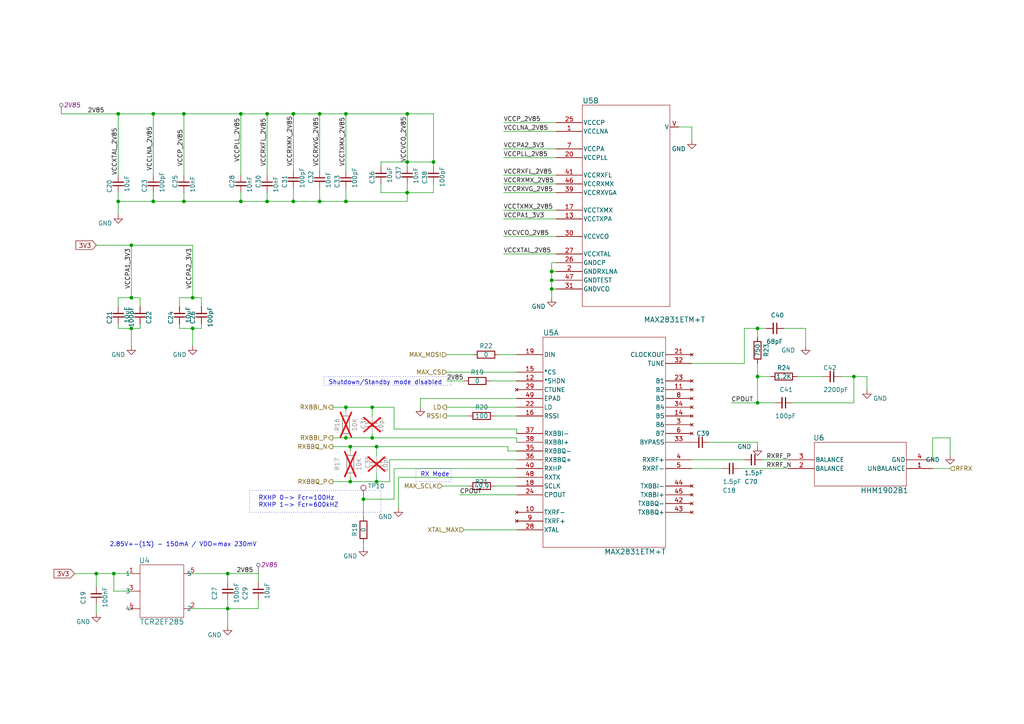
<source format=kicad_sch>
(kicad_sch
	(version 20231120)
	(generator "eeschema")
	(generator_version "8.0")
	(uuid "2b640021-21c2-40d5-b67f-02713766c028")
	(paper "A4")
	(title_block
		(title "RA-Sentinel_Front-End EVM")
		(date "2024-02-27")
		(rev "A")
		(comment 1 "Mina Daneshpajouh & Tobias Weber")
		(comment 2 "GNU GENERAL PUBLIC LICENSE Version 2, June 1991")
	)
	(lib_symbols
		(symbol "Connector:TestPoint"
			(pin_numbers hide)
			(pin_names
				(offset 0.762) hide)
			(exclude_from_sim no)
			(in_bom yes)
			(on_board yes)
			(property "Reference" "TP"
				(at 0 6.858 0)
				(effects
					(font
						(size 1.27 1.27)
					)
				)
			)
			(property "Value" "TestPoint"
				(at 0 5.08 0)
				(effects
					(font
						(size 1.27 1.27)
					)
				)
			)
			(property "Footprint" ""
				(at 5.08 0 0)
				(effects
					(font
						(size 1.27 1.27)
					)
					(hide yes)
				)
			)
			(property "Datasheet" "~"
				(at 5.08 0 0)
				(effects
					(font
						(size 1.27 1.27)
					)
					(hide yes)
				)
			)
			(property "Description" "test point"
				(at 0 0 0)
				(effects
					(font
						(size 1.27 1.27)
					)
					(hide yes)
				)
			)
			(property "ki_keywords" "test point tp"
				(at 0 0 0)
				(effects
					(font
						(size 1.27 1.27)
					)
					(hide yes)
				)
			)
			(property "ki_fp_filters" "Pin* Test*"
				(at 0 0 0)
				(effects
					(font
						(size 1.27 1.27)
					)
					(hide yes)
				)
			)
			(symbol "TestPoint_0_1"
				(circle
					(center 0 3.302)
					(radius 0.762)
					(stroke
						(width 0)
						(type default)
					)
					(fill
						(type none)
					)
				)
			)
			(symbol "TestPoint_1_1"
				(pin passive line
					(at 0 0 90)
					(length 2.54)
					(name "1"
						(effects
							(font
								(size 1.27 1.27)
							)
						)
					)
					(number "1"
						(effects
							(font
								(size 1.27 1.27)
							)
						)
					)
				)
			)
		)
		(symbol "Device:C_Small"
			(pin_numbers hide)
			(pin_names
				(offset 0.254) hide)
			(exclude_from_sim no)
			(in_bom yes)
			(on_board yes)
			(property "Reference" "C"
				(at 0.254 1.778 0)
				(effects
					(font
						(size 1.27 1.27)
					)
					(justify left)
				)
			)
			(property "Value" "C_Small"
				(at 0.254 -2.032 0)
				(effects
					(font
						(size 1.27 1.27)
					)
					(justify left)
				)
			)
			(property "Footprint" ""
				(at 0 0 0)
				(effects
					(font
						(size 1.27 1.27)
					)
					(hide yes)
				)
			)
			(property "Datasheet" "~"
				(at 0 0 0)
				(effects
					(font
						(size 1.27 1.27)
					)
					(hide yes)
				)
			)
			(property "Description" "Unpolarized capacitor, small symbol"
				(at 0 0 0)
				(effects
					(font
						(size 1.27 1.27)
					)
					(hide yes)
				)
			)
			(property "ki_keywords" "capacitor cap"
				(at 0 0 0)
				(effects
					(font
						(size 1.27 1.27)
					)
					(hide yes)
				)
			)
			(property "ki_fp_filters" "C_*"
				(at 0 0 0)
				(effects
					(font
						(size 1.27 1.27)
					)
					(hide yes)
				)
			)
			(symbol "C_Small_0_1"
				(polyline
					(pts
						(xy -1.524 -0.508) (xy 1.524 -0.508)
					)
					(stroke
						(width 0.3302)
						(type default)
					)
					(fill
						(type none)
					)
				)
				(polyline
					(pts
						(xy -1.524 0.508) (xy 1.524 0.508)
					)
					(stroke
						(width 0.3048)
						(type default)
					)
					(fill
						(type none)
					)
				)
			)
			(symbol "C_Small_1_1"
				(pin passive line
					(at 0 2.54 270)
					(length 2.032)
					(name "~"
						(effects
							(font
								(size 1.27 1.27)
							)
						)
					)
					(number "1"
						(effects
							(font
								(size 1.27 1.27)
							)
						)
					)
				)
				(pin passive line
					(at 0 -2.54 90)
					(length 2.032)
					(name "~"
						(effects
							(font
								(size 1.27 1.27)
							)
						)
					)
					(number "2"
						(effects
							(font
								(size 1.27 1.27)
							)
						)
					)
				)
			)
		)
		(symbol "Device:R"
			(pin_numbers hide)
			(pin_names
				(offset 0)
			)
			(exclude_from_sim no)
			(in_bom yes)
			(on_board yes)
			(property "Reference" "R"
				(at 2.032 0 90)
				(effects
					(font
						(size 1.27 1.27)
					)
				)
			)
			(property "Value" "R"
				(at 0 0 90)
				(effects
					(font
						(size 1.27 1.27)
					)
				)
			)
			(property "Footprint" ""
				(at -1.778 0 90)
				(effects
					(font
						(size 1.27 1.27)
					)
					(hide yes)
				)
			)
			(property "Datasheet" "~"
				(at 0 0 0)
				(effects
					(font
						(size 1.27 1.27)
					)
					(hide yes)
				)
			)
			(property "Description" "Resistor"
				(at 0 0 0)
				(effects
					(font
						(size 1.27 1.27)
					)
					(hide yes)
				)
			)
			(property "ki_keywords" "R res resistor"
				(at 0 0 0)
				(effects
					(font
						(size 1.27 1.27)
					)
					(hide yes)
				)
			)
			(property "ki_fp_filters" "R_*"
				(at 0 0 0)
				(effects
					(font
						(size 1.27 1.27)
					)
					(hide yes)
				)
			)
			(symbol "R_0_1"
				(rectangle
					(start -1.016 -2.54)
					(end 1.016 2.54)
					(stroke
						(width 0.254)
						(type default)
					)
					(fill
						(type none)
					)
				)
			)
			(symbol "R_1_1"
				(pin passive line
					(at 0 3.81 270)
					(length 1.27)
					(name "~"
						(effects
							(font
								(size 1.27 1.27)
							)
						)
					)
					(number "1"
						(effects
							(font
								(size 1.27 1.27)
							)
						)
					)
				)
				(pin passive line
					(at 0 -3.81 90)
					(length 1.27)
					(name "~"
						(effects
							(font
								(size 1.27 1.27)
							)
						)
					)
					(number "2"
						(effects
							(font
								(size 1.27 1.27)
							)
						)
					)
				)
			)
		)
		(symbol "GND_1"
			(power)
			(pin_numbers hide)
			(pin_names
				(offset 0) hide)
			(exclude_from_sim no)
			(in_bom yes)
			(on_board yes)
			(property "Reference" "#PWR"
				(at 0 -6.35 0)
				(effects
					(font
						(size 1.27 1.27)
					)
					(hide yes)
				)
			)
			(property "Value" "GND_1"
				(at 0 -3.81 0)
				(effects
					(font
						(size 1.27 1.27)
					)
				)
			)
			(property "Footprint" ""
				(at 0 0 0)
				(effects
					(font
						(size 1.27 1.27)
					)
					(hide yes)
				)
			)
			(property "Datasheet" ""
				(at 0 0 0)
				(effects
					(font
						(size 1.27 1.27)
					)
					(hide yes)
				)
			)
			(property "Description" "Power symbol creates a global label with name \"GND\" , ground"
				(at 0 0 0)
				(effects
					(font
						(size 1.27 1.27)
					)
					(hide yes)
				)
			)
			(property "ki_keywords" "global power"
				(at 0 0 0)
				(effects
					(font
						(size 1.27 1.27)
					)
					(hide yes)
				)
			)
			(symbol "GND_1_0_1"
				(polyline
					(pts
						(xy 0 0) (xy 0 -1.27) (xy 1.27 -1.27) (xy 0 -2.54) (xy -1.27 -1.27) (xy 0 -1.27)
					)
					(stroke
						(width 0)
						(type default)
					)
					(fill
						(type none)
					)
				)
			)
			(symbol "GND_1_1_1"
				(pin power_in line
					(at 0 0 270)
					(length 0) hide
					(name "GND"
						(effects
							(font
								(size 1.27 1.27)
							)
						)
					)
					(number "1"
						(effects
							(font
								(size 1.27 1.27)
							)
						)
					)
				)
			)
		)
		(symbol "GND_10"
			(power)
			(pin_numbers hide)
			(pin_names
				(offset 0) hide)
			(exclude_from_sim no)
			(in_bom yes)
			(on_board yes)
			(property "Reference" "#PWR"
				(at 0 -6.35 0)
				(effects
					(font
						(size 1.27 1.27)
					)
					(hide yes)
				)
			)
			(property "Value" "GND_10"
				(at 0 -3.81 0)
				(effects
					(font
						(size 1.27 1.27)
					)
				)
			)
			(property "Footprint" ""
				(at 0 0 0)
				(effects
					(font
						(size 1.27 1.27)
					)
					(hide yes)
				)
			)
			(property "Datasheet" ""
				(at 0 0 0)
				(effects
					(font
						(size 1.27 1.27)
					)
					(hide yes)
				)
			)
			(property "Description" "Power symbol creates a global label with name \"GND\" , ground"
				(at 0 0 0)
				(effects
					(font
						(size 1.27 1.27)
					)
					(hide yes)
				)
			)
			(property "ki_keywords" "global power"
				(at 0 0 0)
				(effects
					(font
						(size 1.27 1.27)
					)
					(hide yes)
				)
			)
			(symbol "GND_10_0_1"
				(polyline
					(pts
						(xy 0 0) (xy 0 -1.27) (xy 1.27 -1.27) (xy 0 -2.54) (xy -1.27 -1.27) (xy 0 -1.27)
					)
					(stroke
						(width 0)
						(type default)
					)
					(fill
						(type none)
					)
				)
			)
			(symbol "GND_10_1_1"
				(pin power_in line
					(at 0 0 270)
					(length 0) hide
					(name "GND"
						(effects
							(font
								(size 1.27 1.27)
							)
						)
					)
					(number "1"
						(effects
							(font
								(size 1.27 1.27)
							)
						)
					)
				)
			)
		)
		(symbol "GND_11"
			(power)
			(pin_numbers hide)
			(pin_names
				(offset 0) hide)
			(exclude_from_sim no)
			(in_bom yes)
			(on_board yes)
			(property "Reference" "#PWR"
				(at 0 -6.35 0)
				(effects
					(font
						(size 1.27 1.27)
					)
					(hide yes)
				)
			)
			(property "Value" "GND_11"
				(at 0 -3.81 0)
				(effects
					(font
						(size 1.27 1.27)
					)
				)
			)
			(property "Footprint" ""
				(at 0 0 0)
				(effects
					(font
						(size 1.27 1.27)
					)
					(hide yes)
				)
			)
			(property "Datasheet" ""
				(at 0 0 0)
				(effects
					(font
						(size 1.27 1.27)
					)
					(hide yes)
				)
			)
			(property "Description" "Power symbol creates a global label with name \"GND\" , ground"
				(at 0 0 0)
				(effects
					(font
						(size 1.27 1.27)
					)
					(hide yes)
				)
			)
			(property "ki_keywords" "global power"
				(at 0 0 0)
				(effects
					(font
						(size 1.27 1.27)
					)
					(hide yes)
				)
			)
			(symbol "GND_11_0_1"
				(polyline
					(pts
						(xy 0 0) (xy 0 -1.27) (xy 1.27 -1.27) (xy 0 -2.54) (xy -1.27 -1.27) (xy 0 -1.27)
					)
					(stroke
						(width 0)
						(type default)
					)
					(fill
						(type none)
					)
				)
			)
			(symbol "GND_11_1_1"
				(pin power_in line
					(at 0 0 270)
					(length 0) hide
					(name "GND"
						(effects
							(font
								(size 1.27 1.27)
							)
						)
					)
					(number "1"
						(effects
							(font
								(size 1.27 1.27)
							)
						)
					)
				)
			)
		)
		(symbol "GND_12"
			(power)
			(pin_numbers hide)
			(pin_names
				(offset 0) hide)
			(exclude_from_sim no)
			(in_bom yes)
			(on_board yes)
			(property "Reference" "#PWR"
				(at 0 -6.35 0)
				(effects
					(font
						(size 1.27 1.27)
					)
					(hide yes)
				)
			)
			(property "Value" "GND_12"
				(at 0 -3.81 0)
				(effects
					(font
						(size 1.27 1.27)
					)
				)
			)
			(property "Footprint" ""
				(at 0 0 0)
				(effects
					(font
						(size 1.27 1.27)
					)
					(hide yes)
				)
			)
			(property "Datasheet" ""
				(at 0 0 0)
				(effects
					(font
						(size 1.27 1.27)
					)
					(hide yes)
				)
			)
			(property "Description" "Power symbol creates a global label with name \"GND\" , ground"
				(at 0 0 0)
				(effects
					(font
						(size 1.27 1.27)
					)
					(hide yes)
				)
			)
			(property "ki_keywords" "global power"
				(at 0 0 0)
				(effects
					(font
						(size 1.27 1.27)
					)
					(hide yes)
				)
			)
			(symbol "GND_12_0_1"
				(polyline
					(pts
						(xy 0 0) (xy 0 -1.27) (xy 1.27 -1.27) (xy 0 -2.54) (xy -1.27 -1.27) (xy 0 -1.27)
					)
					(stroke
						(width 0)
						(type default)
					)
					(fill
						(type none)
					)
				)
			)
			(symbol "GND_12_1_1"
				(pin power_in line
					(at 0 0 270)
					(length 0) hide
					(name "GND"
						(effects
							(font
								(size 1.27 1.27)
							)
						)
					)
					(number "1"
						(effects
							(font
								(size 1.27 1.27)
							)
						)
					)
				)
			)
		)
		(symbol "GND_2"
			(power)
			(pin_numbers hide)
			(pin_names
				(offset 0) hide)
			(exclude_from_sim no)
			(in_bom yes)
			(on_board yes)
			(property "Reference" "#PWR"
				(at 0 -6.35 0)
				(effects
					(font
						(size 1.27 1.27)
					)
					(hide yes)
				)
			)
			(property "Value" "GND_2"
				(at 0 -3.81 0)
				(effects
					(font
						(size 1.27 1.27)
					)
				)
			)
			(property "Footprint" ""
				(at 0 0 0)
				(effects
					(font
						(size 1.27 1.27)
					)
					(hide yes)
				)
			)
			(property "Datasheet" ""
				(at 0 0 0)
				(effects
					(font
						(size 1.27 1.27)
					)
					(hide yes)
				)
			)
			(property "Description" "Power symbol creates a global label with name \"GND\" , ground"
				(at 0 0 0)
				(effects
					(font
						(size 1.27 1.27)
					)
					(hide yes)
				)
			)
			(property "ki_keywords" "global power"
				(at 0 0 0)
				(effects
					(font
						(size 1.27 1.27)
					)
					(hide yes)
				)
			)
			(symbol "GND_2_0_1"
				(polyline
					(pts
						(xy 0 0) (xy 0 -1.27) (xy 1.27 -1.27) (xy 0 -2.54) (xy -1.27 -1.27) (xy 0 -1.27)
					)
					(stroke
						(width 0)
						(type default)
					)
					(fill
						(type none)
					)
				)
			)
			(symbol "GND_2_1_1"
				(pin power_in line
					(at 0 0 270)
					(length 0) hide
					(name "GND"
						(effects
							(font
								(size 1.27 1.27)
							)
						)
					)
					(number "1"
						(effects
							(font
								(size 1.27 1.27)
							)
						)
					)
				)
			)
		)
		(symbol "GND_3"
			(power)
			(pin_numbers hide)
			(pin_names
				(offset 0) hide)
			(exclude_from_sim no)
			(in_bom yes)
			(on_board yes)
			(property "Reference" "#PWR"
				(at 0 -6.35 0)
				(effects
					(font
						(size 1.27 1.27)
					)
					(hide yes)
				)
			)
			(property "Value" "GND_3"
				(at 0 -3.81 0)
				(effects
					(font
						(size 1.27 1.27)
					)
				)
			)
			(property "Footprint" ""
				(at 0 0 0)
				(effects
					(font
						(size 1.27 1.27)
					)
					(hide yes)
				)
			)
			(property "Datasheet" ""
				(at 0 0 0)
				(effects
					(font
						(size 1.27 1.27)
					)
					(hide yes)
				)
			)
			(property "Description" "Power symbol creates a global label with name \"GND\" , ground"
				(at 0 0 0)
				(effects
					(font
						(size 1.27 1.27)
					)
					(hide yes)
				)
			)
			(property "ki_keywords" "global power"
				(at 0 0 0)
				(effects
					(font
						(size 1.27 1.27)
					)
					(hide yes)
				)
			)
			(symbol "GND_3_0_1"
				(polyline
					(pts
						(xy 0 0) (xy 0 -1.27) (xy 1.27 -1.27) (xy 0 -2.54) (xy -1.27 -1.27) (xy 0 -1.27)
					)
					(stroke
						(width 0)
						(type default)
					)
					(fill
						(type none)
					)
				)
			)
			(symbol "GND_3_1_1"
				(pin power_in line
					(at 0 0 270)
					(length 0) hide
					(name "GND"
						(effects
							(font
								(size 1.27 1.27)
							)
						)
					)
					(number "1"
						(effects
							(font
								(size 1.27 1.27)
							)
						)
					)
				)
			)
		)
		(symbol "GND_4"
			(power)
			(pin_numbers hide)
			(pin_names
				(offset 0) hide)
			(exclude_from_sim no)
			(in_bom yes)
			(on_board yes)
			(property "Reference" "#PWR"
				(at 0 -6.35 0)
				(effects
					(font
						(size 1.27 1.27)
					)
					(hide yes)
				)
			)
			(property "Value" "GND_4"
				(at 0 -3.81 0)
				(effects
					(font
						(size 1.27 1.27)
					)
				)
			)
			(property "Footprint" ""
				(at 0 0 0)
				(effects
					(font
						(size 1.27 1.27)
					)
					(hide yes)
				)
			)
			(property "Datasheet" ""
				(at 0 0 0)
				(effects
					(font
						(size 1.27 1.27)
					)
					(hide yes)
				)
			)
			(property "Description" "Power symbol creates a global label with name \"GND\" , ground"
				(at 0 0 0)
				(effects
					(font
						(size 1.27 1.27)
					)
					(hide yes)
				)
			)
			(property "ki_keywords" "global power"
				(at 0 0 0)
				(effects
					(font
						(size 1.27 1.27)
					)
					(hide yes)
				)
			)
			(symbol "GND_4_0_1"
				(polyline
					(pts
						(xy 0 0) (xy 0 -1.27) (xy 1.27 -1.27) (xy 0 -2.54) (xy -1.27 -1.27) (xy 0 -1.27)
					)
					(stroke
						(width 0)
						(type default)
					)
					(fill
						(type none)
					)
				)
			)
			(symbol "GND_4_1_1"
				(pin power_in line
					(at 0 0 270)
					(length 0) hide
					(name "GND"
						(effects
							(font
								(size 1.27 1.27)
							)
						)
					)
					(number "1"
						(effects
							(font
								(size 1.27 1.27)
							)
						)
					)
				)
			)
		)
		(symbol "GND_5"
			(power)
			(pin_numbers hide)
			(pin_names
				(offset 0) hide)
			(exclude_from_sim no)
			(in_bom yes)
			(on_board yes)
			(property "Reference" "#PWR"
				(at 0 -6.35 0)
				(effects
					(font
						(size 1.27 1.27)
					)
					(hide yes)
				)
			)
			(property "Value" "GND_5"
				(at 0 -3.81 0)
				(effects
					(font
						(size 1.27 1.27)
					)
				)
			)
			(property "Footprint" ""
				(at 0 0 0)
				(effects
					(font
						(size 1.27 1.27)
					)
					(hide yes)
				)
			)
			(property "Datasheet" ""
				(at 0 0 0)
				(effects
					(font
						(size 1.27 1.27)
					)
					(hide yes)
				)
			)
			(property "Description" "Power symbol creates a global label with name \"GND\" , ground"
				(at 0 0 0)
				(effects
					(font
						(size 1.27 1.27)
					)
					(hide yes)
				)
			)
			(property "ki_keywords" "global power"
				(at 0 0 0)
				(effects
					(font
						(size 1.27 1.27)
					)
					(hide yes)
				)
			)
			(symbol "GND_5_0_1"
				(polyline
					(pts
						(xy 0 0) (xy 0 -1.27) (xy 1.27 -1.27) (xy 0 -2.54) (xy -1.27 -1.27) (xy 0 -1.27)
					)
					(stroke
						(width 0)
						(type default)
					)
					(fill
						(type none)
					)
				)
			)
			(symbol "GND_5_1_1"
				(pin power_in line
					(at 0 0 270)
					(length 0) hide
					(name "GND"
						(effects
							(font
								(size 1.27 1.27)
							)
						)
					)
					(number "1"
						(effects
							(font
								(size 1.27 1.27)
							)
						)
					)
				)
			)
		)
		(symbol "GND_6"
			(power)
			(pin_numbers hide)
			(pin_names
				(offset 0) hide)
			(exclude_from_sim no)
			(in_bom yes)
			(on_board yes)
			(property "Reference" "#PWR"
				(at 0 -6.35 0)
				(effects
					(font
						(size 1.27 1.27)
					)
					(hide yes)
				)
			)
			(property "Value" "GND_6"
				(at 0 -3.81 0)
				(effects
					(font
						(size 1.27 1.27)
					)
				)
			)
			(property "Footprint" ""
				(at 0 0 0)
				(effects
					(font
						(size 1.27 1.27)
					)
					(hide yes)
				)
			)
			(property "Datasheet" ""
				(at 0 0 0)
				(effects
					(font
						(size 1.27 1.27)
					)
					(hide yes)
				)
			)
			(property "Description" "Power symbol creates a global label with name \"GND\" , ground"
				(at 0 0 0)
				(effects
					(font
						(size 1.27 1.27)
					)
					(hide yes)
				)
			)
			(property "ki_keywords" "global power"
				(at 0 0 0)
				(effects
					(font
						(size 1.27 1.27)
					)
					(hide yes)
				)
			)
			(symbol "GND_6_0_1"
				(polyline
					(pts
						(xy 0 0) (xy 0 -1.27) (xy 1.27 -1.27) (xy 0 -2.54) (xy -1.27 -1.27) (xy 0 -1.27)
					)
					(stroke
						(width 0)
						(type default)
					)
					(fill
						(type none)
					)
				)
			)
			(symbol "GND_6_1_1"
				(pin power_in line
					(at 0 0 270)
					(length 0) hide
					(name "GND"
						(effects
							(font
								(size 1.27 1.27)
							)
						)
					)
					(number "1"
						(effects
							(font
								(size 1.27 1.27)
							)
						)
					)
				)
			)
		)
		(symbol "GND_7"
			(power)
			(pin_numbers hide)
			(pin_names
				(offset 0) hide)
			(exclude_from_sim no)
			(in_bom yes)
			(on_board yes)
			(property "Reference" "#PWR"
				(at 0 -6.35 0)
				(effects
					(font
						(size 1.27 1.27)
					)
					(hide yes)
				)
			)
			(property "Value" "GND_7"
				(at 0 -3.81 0)
				(effects
					(font
						(size 1.27 1.27)
					)
				)
			)
			(property "Footprint" ""
				(at 0 0 0)
				(effects
					(font
						(size 1.27 1.27)
					)
					(hide yes)
				)
			)
			(property "Datasheet" ""
				(at 0 0 0)
				(effects
					(font
						(size 1.27 1.27)
					)
					(hide yes)
				)
			)
			(property "Description" "Power symbol creates a global label with name \"GND\" , ground"
				(at 0 0 0)
				(effects
					(font
						(size 1.27 1.27)
					)
					(hide yes)
				)
			)
			(property "ki_keywords" "global power"
				(at 0 0 0)
				(effects
					(font
						(size 1.27 1.27)
					)
					(hide yes)
				)
			)
			(symbol "GND_7_0_1"
				(polyline
					(pts
						(xy 0 0) (xy 0 -1.27) (xy 1.27 -1.27) (xy 0 -2.54) (xy -1.27 -1.27) (xy 0 -1.27)
					)
					(stroke
						(width 0)
						(type default)
					)
					(fill
						(type none)
					)
				)
			)
			(symbol "GND_7_1_1"
				(pin power_in line
					(at 0 0 270)
					(length 0) hide
					(name "GND"
						(effects
							(font
								(size 1.27 1.27)
							)
						)
					)
					(number "1"
						(effects
							(font
								(size 1.27 1.27)
							)
						)
					)
				)
			)
		)
		(symbol "GND_8"
			(power)
			(pin_numbers hide)
			(pin_names
				(offset 0) hide)
			(exclude_from_sim no)
			(in_bom yes)
			(on_board yes)
			(property "Reference" "#PWR"
				(at 0 -6.35 0)
				(effects
					(font
						(size 1.27 1.27)
					)
					(hide yes)
				)
			)
			(property "Value" "GND_8"
				(at 0 -3.81 0)
				(effects
					(font
						(size 1.27 1.27)
					)
				)
			)
			(property "Footprint" ""
				(at 0 0 0)
				(effects
					(font
						(size 1.27 1.27)
					)
					(hide yes)
				)
			)
			(property "Datasheet" ""
				(at 0 0 0)
				(effects
					(font
						(size 1.27 1.27)
					)
					(hide yes)
				)
			)
			(property "Description" "Power symbol creates a global label with name \"GND\" , ground"
				(at 0 0 0)
				(effects
					(font
						(size 1.27 1.27)
					)
					(hide yes)
				)
			)
			(property "ki_keywords" "global power"
				(at 0 0 0)
				(effects
					(font
						(size 1.27 1.27)
					)
					(hide yes)
				)
			)
			(symbol "GND_8_0_1"
				(polyline
					(pts
						(xy 0 0) (xy 0 -1.27) (xy 1.27 -1.27) (xy 0 -2.54) (xy -1.27 -1.27) (xy 0 -1.27)
					)
					(stroke
						(width 0)
						(type default)
					)
					(fill
						(type none)
					)
				)
			)
			(symbol "GND_8_1_1"
				(pin power_in line
					(at 0 0 270)
					(length 0) hide
					(name "GND"
						(effects
							(font
								(size 1.27 1.27)
							)
						)
					)
					(number "1"
						(effects
							(font
								(size 1.27 1.27)
							)
						)
					)
				)
			)
		)
		(symbol "GND_9"
			(power)
			(pin_numbers hide)
			(pin_names
				(offset 0) hide)
			(exclude_from_sim no)
			(in_bom yes)
			(on_board yes)
			(property "Reference" "#PWR"
				(at 0 -6.35 0)
				(effects
					(font
						(size 1.27 1.27)
					)
					(hide yes)
				)
			)
			(property "Value" "GND_9"
				(at 0 -3.81 0)
				(effects
					(font
						(size 1.27 1.27)
					)
				)
			)
			(property "Footprint" ""
				(at 0 0 0)
				(effects
					(font
						(size 1.27 1.27)
					)
					(hide yes)
				)
			)
			(property "Datasheet" ""
				(at 0 0 0)
				(effects
					(font
						(size 1.27 1.27)
					)
					(hide yes)
				)
			)
			(property "Description" "Power symbol creates a global label with name \"GND\" , ground"
				(at 0 0 0)
				(effects
					(font
						(size 1.27 1.27)
					)
					(hide yes)
				)
			)
			(property "ki_keywords" "global power"
				(at 0 0 0)
				(effects
					(font
						(size 1.27 1.27)
					)
					(hide yes)
				)
			)
			(symbol "GND_9_0_1"
				(polyline
					(pts
						(xy 0 0) (xy 0 -1.27) (xy 1.27 -1.27) (xy 0 -2.54) (xy -1.27 -1.27) (xy 0 -1.27)
					)
					(stroke
						(width 0)
						(type default)
					)
					(fill
						(type none)
					)
				)
			)
			(symbol "GND_9_1_1"
				(pin power_in line
					(at 0 0 270)
					(length 0) hide
					(name "GND"
						(effects
							(font
								(size 1.27 1.27)
							)
						)
					)
					(number "1"
						(effects
							(font
								(size 1.27 1.27)
							)
						)
					)
				)
			)
		)
		(symbol "MAX2831ETM+T_1"
			(pin_names
				(offset 0.254)
			)
			(exclude_from_sim no)
			(in_bom yes)
			(on_board yes)
			(property "Reference" "U5"
				(at 7.62 6.35 0)
				(effects
					(font
						(size 1.524 1.524)
					)
					(justify left)
				)
			)
			(property "Value" "MAX2831ETM+T"
				(at 25.4 -57.15 0)
				(effects
					(font
						(size 1.524 1.524)
					)
					(justify left)
				)
			)
			(property "Footprint" "RA-Sentinel Front-End EVM:21-0144_T4877&plus_4_MXM"
				(at 31.75 -60.96 0)
				(effects
					(font
						(size 1.27 1.27)
						(italic yes)
					)
					(hide yes)
				)
			)
			(property "Datasheet" "MAX2831ETM+T"
				(at 35.56 -58.42 0)
				(effects
					(font
						(size 1.27 1.27)
						(italic yes)
					)
					(hide yes)
				)
			)
			(property "Description" ""
				(at 0 0 0)
				(effects
					(font
						(size 1.27 1.27)
					)
					(hide yes)
				)
			)
			(property "ki_locked" ""
				(at 0 0 0)
				(effects
					(font
						(size 1.27 1.27)
					)
				)
			)
			(property "ki_keywords" "MAX2831ETM+T"
				(at 0 0 0)
				(effects
					(font
						(size 1.27 1.27)
					)
					(hide yes)
				)
			)
			(property "ki_fp_filters" "21-0144_T4877+4_MXM 21-0144_T4877+4_MXM-M 21-0144_T4877+4_MXM-L"
				(at 0 0 0)
				(effects
					(font
						(size 1.27 1.27)
					)
					(hide yes)
				)
			)
			(symbol "MAX2831ETM+T_1_1_1"
				(polyline
					(pts
						(xy 7.62 -55.88) (xy 43.18 -55.88)
					)
					(stroke
						(width 0.127)
						(type default)
					)
					(fill
						(type none)
					)
				)
				(polyline
					(pts
						(xy 7.62 5.08) (xy 7.62 -55.88)
					)
					(stroke
						(width 0.127)
						(type default)
					)
					(fill
						(type none)
					)
				)
				(polyline
					(pts
						(xy 43.18 -55.88) (xy 43.18 5.08)
					)
					(stroke
						(width 0.127)
						(type default)
					)
					(fill
						(type none)
					)
				)
				(polyline
					(pts
						(xy 43.18 5.08) (xy 7.62 5.08)
					)
					(stroke
						(width 0.127)
						(type default)
					)
					(fill
						(type none)
					)
				)
				(pin no_connect line
					(at 0 -45.72 0)
					(length 7.62)
					(name "TXRF-"
						(effects
							(font
								(size 1.27 1.27)
							)
						)
					)
					(number "10"
						(effects
							(font
								(size 1.27 1.27)
							)
						)
					)
				)
				(pin no_connect line
					(at 50.8 -10.16 180)
					(length 7.62)
					(name "B2"
						(effects
							(font
								(size 1.27 1.27)
							)
						)
					)
					(number "11"
						(effects
							(font
								(size 1.27 1.27)
							)
						)
					)
				)
				(pin input line
					(at 0 -7.62 0)
					(length 7.62)
					(name "*SHDN"
						(effects
							(font
								(size 1.27 1.27)
							)
						)
					)
					(number "12"
						(effects
							(font
								(size 1.27 1.27)
							)
						)
					)
				)
				(pin no_connect line
					(at 50.8 -17.78 180)
					(length 7.62)
					(name "B5"
						(effects
							(font
								(size 1.27 1.27)
							)
						)
					)
					(number "14"
						(effects
							(font
								(size 1.27 1.27)
							)
						)
					)
				)
				(pin input line
					(at 0 -5.08 0)
					(length 7.62)
					(name "*CS"
						(effects
							(font
								(size 1.27 1.27)
							)
						)
					)
					(number "15"
						(effects
							(font
								(size 1.27 1.27)
							)
						)
					)
				)
				(pin input line
					(at 0 -17.78 0)
					(length 7.62)
					(name "RSSI"
						(effects
							(font
								(size 1.27 1.27)
							)
						)
					)
					(number "16"
						(effects
							(font
								(size 1.27 1.27)
							)
						)
					)
				)
				(pin input line
					(at 0 -38.1 0)
					(length 7.62)
					(name "SCLK"
						(effects
							(font
								(size 1.27 1.27)
							)
						)
					)
					(number "18"
						(effects
							(font
								(size 1.27 1.27)
							)
						)
					)
				)
				(pin input line
					(at 0 0 0)
					(length 7.62)
					(name "DIN"
						(effects
							(font
								(size 1.27 1.27)
							)
						)
					)
					(number "19"
						(effects
							(font
								(size 1.27 1.27)
							)
						)
					)
				)
				(pin no_connect line
					(at 50.8 0 180)
					(length 7.62)
					(name "CLOCKOUT"
						(effects
							(font
								(size 1.27 1.27)
							)
						)
					)
					(number "21"
						(effects
							(font
								(size 1.27 1.27)
							)
						)
					)
				)
				(pin output line
					(at 0 -15.24 0)
					(length 7.62)
					(name "LD"
						(effects
							(font
								(size 1.27 1.27)
							)
						)
					)
					(number "22"
						(effects
							(font
								(size 1.27 1.27)
							)
						)
					)
				)
				(pin no_connect line
					(at 50.8 -7.62 180)
					(length 7.62)
					(name "B1"
						(effects
							(font
								(size 1.27 1.27)
							)
						)
					)
					(number "23"
						(effects
							(font
								(size 1.27 1.27)
							)
						)
					)
				)
				(pin output line
					(at 0 -40.64 0)
					(length 7.62)
					(name "CPOUT"
						(effects
							(font
								(size 1.27 1.27)
							)
						)
					)
					(number "24"
						(effects
							(font
								(size 1.27 1.27)
							)
						)
					)
				)
				(pin input line
					(at 0 -50.8 0)
					(length 7.62)
					(name "XTAL"
						(effects
							(font
								(size 1.27 1.27)
							)
						)
					)
					(number "28"
						(effects
							(font
								(size 1.27 1.27)
							)
						)
					)
				)
				(pin no_connect line
					(at 0 -10.16 0)
					(length 7.62)
					(name "CTUNE"
						(effects
							(font
								(size 1.27 1.27)
							)
						)
					)
					(number "29"
						(effects
							(font
								(size 1.27 1.27)
							)
						)
					)
				)
				(pin no_connect line
					(at 50.8 -20.32 180)
					(length 7.62)
					(name "B6"
						(effects
							(font
								(size 1.27 1.27)
							)
						)
					)
					(number "3"
						(effects
							(font
								(size 1.27 1.27)
							)
						)
					)
				)
				(pin input line
					(at 50.8 -2.54 180)
					(length 7.62)
					(name "TUNE"
						(effects
							(font
								(size 1.27 1.27)
							)
						)
					)
					(number "32"
						(effects
							(font
								(size 1.27 1.27)
							)
						)
					)
				)
				(pin passive line
					(at 50.8 -25.4 180)
					(length 7.62)
					(name "BYPASS"
						(effects
							(font
								(size 1.27 1.27)
							)
						)
					)
					(number "33"
						(effects
							(font
								(size 1.27 1.27)
							)
						)
					)
				)
				(pin no_connect line
					(at 50.8 -15.24 180)
					(length 7.62)
					(name "B4"
						(effects
							(font
								(size 1.27 1.27)
							)
						)
					)
					(number "34"
						(effects
							(font
								(size 1.27 1.27)
							)
						)
					)
				)
				(pin output line
					(at 0 -27.94 0)
					(length 7.62)
					(name "RXBBQ-"
						(effects
							(font
								(size 1.27 1.27)
							)
						)
					)
					(number "35"
						(effects
							(font
								(size 1.27 1.27)
							)
						)
					)
				)
				(pin output line
					(at 0 -30.48 0)
					(length 7.62)
					(name "RXBBQ+"
						(effects
							(font
								(size 1.27 1.27)
							)
						)
					)
					(number "36"
						(effects
							(font
								(size 1.27 1.27)
							)
						)
					)
				)
				(pin output line
					(at 0 -22.86 0)
					(length 7.62)
					(name "RXBBI-"
						(effects
							(font
								(size 1.27 1.27)
							)
						)
					)
					(number "37"
						(effects
							(font
								(size 1.27 1.27)
							)
						)
					)
				)
				(pin output line
					(at 0 -25.4 0)
					(length 7.62)
					(name "RXBBI+"
						(effects
							(font
								(size 1.27 1.27)
							)
						)
					)
					(number "38"
						(effects
							(font
								(size 1.27 1.27)
							)
						)
					)
				)
				(pin input line
					(at 50.8 -30.48 180)
					(length 7.62)
					(name "RXRF+"
						(effects
							(font
								(size 1.27 1.27)
							)
						)
					)
					(number "4"
						(effects
							(font
								(size 1.27 1.27)
							)
						)
					)
				)
				(pin output line
					(at 0 -33.02 0)
					(length 7.62)
					(name "RXHP"
						(effects
							(font
								(size 1.27 1.27)
							)
						)
					)
					(number "40"
						(effects
							(font
								(size 1.27 1.27)
							)
						)
					)
				)
				(pin no_connect line
					(at 50.8 -43.18 180)
					(length 7.62)
					(name "TXBBQ-"
						(effects
							(font
								(size 1.27 1.27)
							)
						)
					)
					(number "42"
						(effects
							(font
								(size 1.27 1.27)
							)
						)
					)
				)
				(pin no_connect line
					(at 50.8 -45.72 180)
					(length 7.62)
					(name "TXBBQ+"
						(effects
							(font
								(size 1.27 1.27)
							)
						)
					)
					(number "43"
						(effects
							(font
								(size 1.27 1.27)
							)
						)
					)
				)
				(pin no_connect line
					(at 50.8 -38.1 180)
					(length 7.62)
					(name "TXBBI-"
						(effects
							(font
								(size 1.27 1.27)
							)
						)
					)
					(number "44"
						(effects
							(font
								(size 1.27 1.27)
							)
						)
					)
				)
				(pin no_connect line
					(at 50.8 -40.64 180)
					(length 7.62)
					(name "TXBBI+"
						(effects
							(font
								(size 1.27 1.27)
							)
						)
					)
					(number "45"
						(effects
							(font
								(size 1.27 1.27)
							)
						)
					)
				)
				(pin input line
					(at 0 -35.56 0)
					(length 7.62)
					(name "RXTX"
						(effects
							(font
								(size 1.27 1.27)
							)
						)
					)
					(number "48"
						(effects
							(font
								(size 1.27 1.27)
							)
						)
					)
				)
				(pin power_in line
					(at 0 -12.7 0)
					(length 7.62)
					(name "EPAD"
						(effects
							(font
								(size 1.27 1.27)
							)
						)
					)
					(number "49"
						(effects
							(font
								(size 1.27 1.27)
							)
						)
					)
				)
				(pin input line
					(at 50.8 -33.02 180)
					(length 7.62)
					(name "RXRF-"
						(effects
							(font
								(size 1.27 1.27)
							)
						)
					)
					(number "5"
						(effects
							(font
								(size 1.27 1.27)
							)
						)
					)
				)
				(pin no_connect line
					(at 50.8 -22.86 180)
					(length 7.62)
					(name "B7"
						(effects
							(font
								(size 1.27 1.27)
							)
						)
					)
					(number "6"
						(effects
							(font
								(size 1.27 1.27)
							)
						)
					)
				)
				(pin no_connect line
					(at 50.8 -12.7 180)
					(length 7.62)
					(name "B3"
						(effects
							(font
								(size 1.27 1.27)
							)
						)
					)
					(number "8"
						(effects
							(font
								(size 1.27 1.27)
							)
						)
					)
				)
				(pin no_connect line
					(at 0 -48.26 0)
					(length 7.62)
					(name "TXRF+"
						(effects
							(font
								(size 1.27 1.27)
							)
						)
					)
					(number "9"
						(effects
							(font
								(size 1.27 1.27)
							)
						)
					)
				)
			)
			(symbol "MAX2831ETM+T_1_2_1"
				(polyline
					(pts
						(xy 7.62 -53.34) (xy 33.02 -53.34)
					)
					(stroke
						(width 0.127)
						(type default)
					)
					(fill
						(type none)
					)
				)
				(polyline
					(pts
						(xy 7.62 5.08) (xy 7.62 -53.34)
					)
					(stroke
						(width 0.127)
						(type default)
					)
					(fill
						(type none)
					)
				)
				(polyline
					(pts
						(xy 33.02 -53.34) (xy 33.02 5.08)
					)
					(stroke
						(width 0.127)
						(type default)
					)
					(fill
						(type none)
					)
				)
				(polyline
					(pts
						(xy 33.02 5.08) (xy 7.62 5.08)
					)
					(stroke
						(width 0.127)
						(type default)
					)
					(fill
						(type none)
					)
				)
				(pin power_in line
					(at 0 -2.54 0)
					(length 7.62)
					(name "VCCLNA"
						(effects
							(font
								(size 1.27 1.27)
							)
						)
					)
					(number "1"
						(effects
							(font
								(size 1.27 1.27)
							)
						)
					)
				)
				(pin power_in line
					(at 0 -27.94 0)
					(length 7.62)
					(name "VCCTXPA"
						(effects
							(font
								(size 1.27 1.27)
							)
						)
					)
					(number "13"
						(effects
							(font
								(size 1.27 1.27)
							)
						)
					)
				)
				(pin power_in line
					(at 0 -25.4 0)
					(length 7.62)
					(name "VCCTXMX"
						(effects
							(font
								(size 1.27 1.27)
							)
						)
					)
					(number "17"
						(effects
							(font
								(size 1.27 1.27)
							)
						)
					)
				)
				(pin power_in line
					(at 0 -43.18 0)
					(length 7.62)
					(name "GNDRXLNA"
						(effects
							(font
								(size 1.27 1.27)
							)
						)
					)
					(number "2"
						(effects
							(font
								(size 1.27 1.27)
							)
						)
					)
				)
				(pin power_in line
					(at 0 -10.16 0)
					(length 7.62)
					(name "VCCPLL"
						(effects
							(font
								(size 1.27 1.27)
							)
						)
					)
					(number "20"
						(effects
							(font
								(size 1.27 1.27)
							)
						)
					)
				)
				(pin power_in line
					(at 0 0 0)
					(length 7.62)
					(name "VCCCP"
						(effects
							(font
								(size 1.27 1.27)
							)
						)
					)
					(number "25"
						(effects
							(font
								(size 1.27 1.27)
							)
						)
					)
				)
				(pin power_in line
					(at 0 -40.64 0)
					(length 7.62)
					(name "GNDCP"
						(effects
							(font
								(size 1.27 1.27)
							)
						)
					)
					(number "26"
						(effects
							(font
								(size 1.27 1.27)
							)
						)
					)
				)
				(pin power_in line
					(at 0 -38.1 0)
					(length 7.62)
					(name "VCCXTAL"
						(effects
							(font
								(size 1.27 1.27)
							)
						)
					)
					(number "27"
						(effects
							(font
								(size 1.27 1.27)
							)
						)
					)
				)
				(pin power_in line
					(at 0 -33.02 0)
					(length 7.62)
					(name "VCCVCO"
						(effects
							(font
								(size 1.27 1.27)
							)
						)
					)
					(number "30"
						(effects
							(font
								(size 1.27 1.27)
							)
						)
					)
				)
				(pin power_in line
					(at 0 -48.26 0)
					(length 7.62)
					(name "GNDVCO"
						(effects
							(font
								(size 1.27 1.27)
							)
						)
					)
					(number "31"
						(effects
							(font
								(size 1.27 1.27)
							)
						)
					)
				)
				(pin power_in line
					(at 0 -20.32 0)
					(length 7.62)
					(name "VCCRXVGA"
						(effects
							(font
								(size 1.27 1.27)
							)
						)
					)
					(number "39"
						(effects
							(font
								(size 1.27 1.27)
							)
						)
					)
				)
				(pin power_in line
					(at 0 -15.24 0)
					(length 7.62)
					(name "VCCRXFL"
						(effects
							(font
								(size 1.27 1.27)
							)
						)
					)
					(number "41"
						(effects
							(font
								(size 1.27 1.27)
							)
						)
					)
				)
				(pin power_in line
					(at 0 -17.78 0)
					(length 7.62)
					(name "VCCRXMX"
						(effects
							(font
								(size 1.27 1.27)
							)
						)
					)
					(number "46"
						(effects
							(font
								(size 1.27 1.27)
							)
						)
					)
				)
				(pin power_in line
					(at 0 -45.72 0)
					(length 7.62)
					(name "GNDTEST"
						(effects
							(font
								(size 1.27 1.27)
							)
						)
					)
					(number "47"
						(effects
							(font
								(size 1.27 1.27)
							)
						)
					)
				)
				(pin power_in line
					(at 0 -7.62 0)
					(length 7.62)
					(name "VCCPA"
						(effects
							(font
								(size 1.27 1.27)
							)
						)
					)
					(number "7"
						(effects
							(font
								(size 1.27 1.27)
							)
						)
					)
				)
				(pin power_in line
					(at 35.56 -1.27 180)
					(length 2.54)
					(name "V"
						(effects
							(font
								(size 1.27 1.27)
							)
						)
					)
					(number "V"
						(effects
							(font
								(size 1.27 1.27)
							)
						)
					)
				)
			)
		)
		(symbol "RA-Sentinel_FE_Library:HHM1902B1"
			(pin_names
				(offset 0.254)
			)
			(exclude_from_sim no)
			(in_bom yes)
			(on_board yes)
			(property "Reference" "U6"
				(at 19.05 6.35 0)
				(effects
					(font
						(size 1.524 1.524)
					)
				)
			)
			(property "Value" "HHM1902B1"
				(at 38.1 -8.89 0)
				(effects
					(font
						(size 1.524 1.524)
					)
				)
			)
			(property "Footprint" "RA-Sentinel Front-End EVM:HHM-4_1P0X0P5"
				(at 25.4 -11.43 0)
				(effects
					(font
						(size 1.27 1.27)
						(italic yes)
					)
					(hide yes)
				)
			)
			(property "Datasheet" "HHM1902B1"
				(at 22.86 -8.89 0)
				(effects
					(font
						(size 1.27 1.27)
						(italic yes)
					)
					(hide yes)
				)
			)
			(property "Description" ""
				(at 0 0 0)
				(effects
					(font
						(size 1.27 1.27)
					)
					(hide yes)
				)
			)
			(property "ki_locked" ""
				(at 0 0 0)
				(effects
					(font
						(size 1.27 1.27)
					)
				)
			)
			(property "ki_keywords" "HHM1902B1"
				(at 0 0 0)
				(effects
					(font
						(size 1.27 1.27)
					)
					(hide yes)
				)
			)
			(property "ki_fp_filters" "HHM-4_1P0X0P5 HHM-4_1P0X0P5-M HHM-4_1P0X0P5-L"
				(at 0 0 0)
				(effects
					(font
						(size 1.27 1.27)
					)
					(hide yes)
				)
			)
			(symbol "HHM1902B1_0_1"
				(polyline
					(pts
						(xy 17.78 -7.62) (xy 44.45 -7.62)
					)
					(stroke
						(width 0.127)
						(type default)
					)
					(fill
						(type none)
					)
				)
				(polyline
					(pts
						(xy 17.78 5.08) (xy 17.78 -7.62)
					)
					(stroke
						(width 0.127)
						(type default)
					)
					(fill
						(type none)
					)
				)
				(polyline
					(pts
						(xy 44.45 -7.62) (xy 44.45 5.08)
					)
					(stroke
						(width 0.127)
						(type default)
					)
					(fill
						(type none)
					)
				)
				(polyline
					(pts
						(xy 44.45 5.08) (xy 17.78 5.08)
					)
					(stroke
						(width 0.127)
						(type default)
					)
					(fill
						(type none)
					)
				)
				(pin power_in line
					(at 52.07 0 180)
					(length 7.62)
					(name "GND"
						(effects
							(font
								(size 1.27 1.27)
							)
						)
					)
					(number "4"
						(effects
							(font
								(size 1.27 1.27)
							)
						)
					)
				)
			)
			(symbol "HHM1902B1_1_1"
				(pin input line
					(at 52.07 -2.54 180)
					(length 7.62)
					(name "UNBALANCE"
						(effects
							(font
								(size 1.27 1.27)
							)
						)
					)
					(number "1"
						(effects
							(font
								(size 1.27 1.27)
							)
						)
					)
				)
				(pin output line
					(at 10.16 -2.54 0)
					(length 7.62)
					(name "BALANCE"
						(effects
							(font
								(size 1.27 1.27)
							)
						)
					)
					(number "2"
						(effects
							(font
								(size 1.27 1.27)
							)
						)
					)
				)
				(pin output line
					(at 10.16 0 0)
					(length 7.62)
					(name "BALANCE"
						(effects
							(font
								(size 1.27 1.27)
							)
						)
					)
					(number "3"
						(effects
							(font
								(size 1.27 1.27)
							)
						)
					)
				)
			)
		)
		(symbol "RA-Sentinel_FE_Library:TCR2EF285"
			(pin_names
				(offset 0.254)
			)
			(exclude_from_sim no)
			(in_bom yes)
			(on_board yes)
			(property "Reference" "U4"
				(at 1.27 1.27 0)
				(effects
					(font
						(size 1.524 1.524)
					)
				)
			)
			(property "Value" "TCR2EF285"
				(at 6.3754 -16.51 0)
				(effects
					(font
						(size 1.524 1.524)
					)
				)
			)
			(property "Footprint" "RA-Sentinel Front-End EVM:SOT-25   SMV_TOS"
				(at 8.89 -19.05 0)
				(effects
					(font
						(size 1.27 1.27)
						(italic yes)
					)
					(hide yes)
				)
			)
			(property "Datasheet" "TCR2EF285"
				(at -6.35 -15.24 0)
				(effects
					(font
						(size 1.27 1.27)
						(italic yes)
					)
					(hide yes)
				)
			)
			(property "Description" ""
				(at 0 0 0)
				(effects
					(font
						(size 1.27 1.27)
					)
					(hide yes)
				)
			)
			(property "ki_locked" ""
				(at 0 0 0)
				(effects
					(font
						(size 1.27 1.27)
					)
				)
			)
			(property "ki_keywords" "TCR2EF285"
				(at 0 0 0)
				(effects
					(font
						(size 1.27 1.27)
					)
					(hide yes)
				)
			)
			(property "ki_fp_filters" "SOT-25 SMV_TOS"
				(at 0 0 0)
				(effects
					(font
						(size 1.27 1.27)
					)
					(hide yes)
				)
			)
			(symbol "TCR2EF285_0_1"
				(polyline
					(pts
						(xy -2.54 -12.7) (xy 0 -12.7)
					)
					(stroke
						(width 0)
						(type default)
					)
					(fill
						(type none)
					)
				)
				(polyline
					(pts
						(xy -2.54 -7.62) (xy 0 -7.62)
					)
					(stroke
						(width 0)
						(type default)
					)
					(fill
						(type none)
					)
				)
				(polyline
					(pts
						(xy -2.54 -2.54) (xy 0 -2.54)
					)
					(stroke
						(width 0)
						(type default)
					)
					(fill
						(type none)
					)
				)
				(polyline
					(pts
						(xy 0 -15.24) (xy 0 0)
					)
					(stroke
						(width 0.127)
						(type default)
					)
					(fill
						(type none)
					)
				)
				(polyline
					(pts
						(xy 0 0) (xy 12.7 0)
					)
					(stroke
						(width 0.127)
						(type default)
					)
					(fill
						(type none)
					)
				)
				(polyline
					(pts
						(xy 12.7 -15.24) (xy 0 -15.24)
					)
					(stroke
						(width 0.127)
						(type default)
					)
					(fill
						(type none)
					)
				)
				(polyline
					(pts
						(xy 12.7 0) (xy 12.7 -15.24)
					)
					(stroke
						(width 0.127)
						(type default)
					)
					(fill
						(type none)
					)
				)
				(polyline
					(pts
						(xy 15.24 -12.7) (xy 12.7 -12.7)
					)
					(stroke
						(width 0)
						(type default)
					)
					(fill
						(type none)
					)
				)
				(polyline
					(pts
						(xy 15.24 -2.54) (xy 12.7 -2.54)
					)
					(stroke
						(width 0)
						(type default)
					)
					(fill
						(type none)
					)
				)
				(pin power_in line
					(at -2.5146 -2.54 180)
					(length 0.0254)
					(name "1"
						(effects
							(font
								(size 1.27 1.27)
							)
						)
					)
					(number "1"
						(effects
							(font
								(size 1.27 1.27)
							)
						)
					)
				)
				(pin power_out line
					(at 15.2654 -12.7 180)
					(length 0.0254)
					(name "2"
						(effects
							(font
								(size 1.27 1.27)
							)
						)
					)
					(number "2"
						(effects
							(font
								(size 1.27 1.27)
							)
						)
					)
				)
				(pin no_connect line
					(at -2.5146 -12.7 180)
					(length 0.0254)
					(name "4"
						(effects
							(font
								(size 1.27 1.27)
							)
						)
					)
					(number "4"
						(effects
							(font
								(size 1.27 1.27)
							)
						)
					)
				)
				(pin power_in line
					(at 15.2654 -2.54 180)
					(length 0.0254)
					(name "5"
						(effects
							(font
								(size 1.27 1.27)
							)
						)
					)
					(number "5"
						(effects
							(font
								(size 1.27 1.27)
							)
						)
					)
				)
			)
			(symbol "TCR2EF285_1_1"
				(pin input line
					(at -2.5146 -7.62 180)
					(length 0.0254)
					(name "3"
						(effects
							(font
								(size 1.27 1.27)
							)
						)
					)
					(number "3"
						(effects
							(font
								(size 1.27 1.27)
							)
						)
					)
				)
			)
		)
		(symbol "RF-Transceiver:MAX2831ETM+T"
			(pin_names
				(offset 0.254)
			)
			(exclude_from_sim no)
			(in_bom yes)
			(on_board yes)
			(property "Reference" "U5"
				(at 7.62 6.35 0)
				(effects
					(font
						(size 1.524 1.524)
					)
					(justify left)
				)
			)
			(property "Value" "MAX2831ETM+T"
				(at 25.4 -57.15 0)
				(effects
					(font
						(size 1.524 1.524)
					)
					(justify left)
				)
			)
			(property "Footprint" "RA-Sentinel Front-End EVM:21-0144_T4877&plus_4_MXM"
				(at 31.75 -60.96 0)
				(effects
					(font
						(size 1.27 1.27)
						(italic yes)
					)
					(hide yes)
				)
			)
			(property "Datasheet" "MAX2831ETM+T"
				(at 35.56 -58.42 0)
				(effects
					(font
						(size 1.27 1.27)
						(italic yes)
					)
					(hide yes)
				)
			)
			(property "Description" ""
				(at 0 0 0)
				(effects
					(font
						(size 1.27 1.27)
					)
					(hide yes)
				)
			)
			(property "ki_locked" ""
				(at 0 0 0)
				(effects
					(font
						(size 1.27 1.27)
					)
				)
			)
			(property "ki_keywords" "MAX2831ETM+T"
				(at 0 0 0)
				(effects
					(font
						(size 1.27 1.27)
					)
					(hide yes)
				)
			)
			(property "ki_fp_filters" "21-0144_T4877+4_MXM 21-0144_T4877+4_MXM-M 21-0144_T4877+4_MXM-L"
				(at 0 0 0)
				(effects
					(font
						(size 1.27 1.27)
					)
					(hide yes)
				)
			)
			(symbol "MAX2831ETM+T_1_1"
				(polyline
					(pts
						(xy 7.62 -55.88) (xy 43.18 -55.88)
					)
					(stroke
						(width 0.127)
						(type default)
					)
					(fill
						(type none)
					)
				)
				(polyline
					(pts
						(xy 7.62 5.08) (xy 7.62 -55.88)
					)
					(stroke
						(width 0.127)
						(type default)
					)
					(fill
						(type none)
					)
				)
				(polyline
					(pts
						(xy 43.18 -55.88) (xy 43.18 5.08)
					)
					(stroke
						(width 0.127)
						(type default)
					)
					(fill
						(type none)
					)
				)
				(polyline
					(pts
						(xy 43.18 5.08) (xy 7.62 5.08)
					)
					(stroke
						(width 0.127)
						(type default)
					)
					(fill
						(type none)
					)
				)
				(pin no_connect line
					(at 0 -45.72 0)
					(length 7.62)
					(name "TXRF-"
						(effects
							(font
								(size 1.27 1.27)
							)
						)
					)
					(number "10"
						(effects
							(font
								(size 1.27 1.27)
							)
						)
					)
				)
				(pin no_connect line
					(at 50.8 -10.16 180)
					(length 7.62)
					(name "B2"
						(effects
							(font
								(size 1.27 1.27)
							)
						)
					)
					(number "11"
						(effects
							(font
								(size 1.27 1.27)
							)
						)
					)
				)
				(pin input line
					(at 0 -7.62 0)
					(length 7.62)
					(name "*SHDN"
						(effects
							(font
								(size 1.27 1.27)
							)
						)
					)
					(number "12"
						(effects
							(font
								(size 1.27 1.27)
							)
						)
					)
				)
				(pin no_connect line
					(at 50.8 -17.78 180)
					(length 7.62)
					(name "B5"
						(effects
							(font
								(size 1.27 1.27)
							)
						)
					)
					(number "14"
						(effects
							(font
								(size 1.27 1.27)
							)
						)
					)
				)
				(pin input line
					(at 0 -5.08 0)
					(length 7.62)
					(name "*CS"
						(effects
							(font
								(size 1.27 1.27)
							)
						)
					)
					(number "15"
						(effects
							(font
								(size 1.27 1.27)
							)
						)
					)
				)
				(pin input line
					(at 0 -17.78 0)
					(length 7.62)
					(name "RSSI"
						(effects
							(font
								(size 1.27 1.27)
							)
						)
					)
					(number "16"
						(effects
							(font
								(size 1.27 1.27)
							)
						)
					)
				)
				(pin input line
					(at 0 -38.1 0)
					(length 7.62)
					(name "SCLK"
						(effects
							(font
								(size 1.27 1.27)
							)
						)
					)
					(number "18"
						(effects
							(font
								(size 1.27 1.27)
							)
						)
					)
				)
				(pin input line
					(at 0 0 0)
					(length 7.62)
					(name "DIN"
						(effects
							(font
								(size 1.27 1.27)
							)
						)
					)
					(number "19"
						(effects
							(font
								(size 1.27 1.27)
							)
						)
					)
				)
				(pin no_connect line
					(at 50.8 0 180)
					(length 7.62)
					(name "CLOCKOUT"
						(effects
							(font
								(size 1.27 1.27)
							)
						)
					)
					(number "21"
						(effects
							(font
								(size 1.27 1.27)
							)
						)
					)
				)
				(pin output line
					(at 0 -15.24 0)
					(length 7.62)
					(name "LD"
						(effects
							(font
								(size 1.27 1.27)
							)
						)
					)
					(number "22"
						(effects
							(font
								(size 1.27 1.27)
							)
						)
					)
				)
				(pin no_connect line
					(at 50.8 -7.62 180)
					(length 7.62)
					(name "B1"
						(effects
							(font
								(size 1.27 1.27)
							)
						)
					)
					(number "23"
						(effects
							(font
								(size 1.27 1.27)
							)
						)
					)
				)
				(pin output line
					(at 0 -40.64 0)
					(length 7.62)
					(name "CPOUT"
						(effects
							(font
								(size 1.27 1.27)
							)
						)
					)
					(number "24"
						(effects
							(font
								(size 1.27 1.27)
							)
						)
					)
				)
				(pin input line
					(at 0 -50.8 0)
					(length 7.62)
					(name "XTAL"
						(effects
							(font
								(size 1.27 1.27)
							)
						)
					)
					(number "28"
						(effects
							(font
								(size 1.27 1.27)
							)
						)
					)
				)
				(pin no_connect line
					(at 0 -10.16 0)
					(length 7.62)
					(name "CTUNE"
						(effects
							(font
								(size 1.27 1.27)
							)
						)
					)
					(number "29"
						(effects
							(font
								(size 1.27 1.27)
							)
						)
					)
				)
				(pin no_connect line
					(at 50.8 -20.32 180)
					(length 7.62)
					(name "B6"
						(effects
							(font
								(size 1.27 1.27)
							)
						)
					)
					(number "3"
						(effects
							(font
								(size 1.27 1.27)
							)
						)
					)
				)
				(pin input line
					(at 50.8 -2.54 180)
					(length 7.62)
					(name "TUNE"
						(effects
							(font
								(size 1.27 1.27)
							)
						)
					)
					(number "32"
						(effects
							(font
								(size 1.27 1.27)
							)
						)
					)
				)
				(pin passive line
					(at 50.8 -25.4 180)
					(length 7.62)
					(name "BYPASS"
						(effects
							(font
								(size 1.27 1.27)
							)
						)
					)
					(number "33"
						(effects
							(font
								(size 1.27 1.27)
							)
						)
					)
				)
				(pin no_connect line
					(at 50.8 -15.24 180)
					(length 7.62)
					(name "B4"
						(effects
							(font
								(size 1.27 1.27)
							)
						)
					)
					(number "34"
						(effects
							(font
								(size 1.27 1.27)
							)
						)
					)
				)
				(pin output line
					(at 0 -27.94 0)
					(length 7.62)
					(name "RXBBQ-"
						(effects
							(font
								(size 1.27 1.27)
							)
						)
					)
					(number "35"
						(effects
							(font
								(size 1.27 1.27)
							)
						)
					)
				)
				(pin output line
					(at 0 -30.48 0)
					(length 7.62)
					(name "RXBBQ+"
						(effects
							(font
								(size 1.27 1.27)
							)
						)
					)
					(number "36"
						(effects
							(font
								(size 1.27 1.27)
							)
						)
					)
				)
				(pin output line
					(at 0 -22.86 0)
					(length 7.62)
					(name "RXBBI-"
						(effects
							(font
								(size 1.27 1.27)
							)
						)
					)
					(number "37"
						(effects
							(font
								(size 1.27 1.27)
							)
						)
					)
				)
				(pin output line
					(at 0 -25.4 0)
					(length 7.62)
					(name "RXBBI+"
						(effects
							(font
								(size 1.27 1.27)
							)
						)
					)
					(number "38"
						(effects
							(font
								(size 1.27 1.27)
							)
						)
					)
				)
				(pin input line
					(at 50.8 -30.48 180)
					(length 7.62)
					(name "RXRF+"
						(effects
							(font
								(size 1.27 1.27)
							)
						)
					)
					(number "4"
						(effects
							(font
								(size 1.27 1.27)
							)
						)
					)
				)
				(pin output line
					(at 0 -33.02 0)
					(length 7.62)
					(name "RXHP"
						(effects
							(font
								(size 1.27 1.27)
							)
						)
					)
					(number "40"
						(effects
							(font
								(size 1.27 1.27)
							)
						)
					)
				)
				(pin no_connect line
					(at 50.8 -43.18 180)
					(length 7.62)
					(name "TXBBQ-"
						(effects
							(font
								(size 1.27 1.27)
							)
						)
					)
					(number "42"
						(effects
							(font
								(size 1.27 1.27)
							)
						)
					)
				)
				(pin no_connect line
					(at 50.8 -45.72 180)
					(length 7.62)
					(name "TXBBQ+"
						(effects
							(font
								(size 1.27 1.27)
							)
						)
					)
					(number "43"
						(effects
							(font
								(size 1.27 1.27)
							)
						)
					)
				)
				(pin no_connect line
					(at 50.8 -38.1 180)
					(length 7.62)
					(name "TXBBI-"
						(effects
							(font
								(size 1.27 1.27)
							)
						)
					)
					(number "44"
						(effects
							(font
								(size 1.27 1.27)
							)
						)
					)
				)
				(pin no_connect line
					(at 50.8 -40.64 180)
					(length 7.62)
					(name "TXBBI+"
						(effects
							(font
								(size 1.27 1.27)
							)
						)
					)
					(number "45"
						(effects
							(font
								(size 1.27 1.27)
							)
						)
					)
				)
				(pin input line
					(at 0 -35.56 0)
					(length 7.62)
					(name "RXTX"
						(effects
							(font
								(size 1.27 1.27)
							)
						)
					)
					(number "48"
						(effects
							(font
								(size 1.27 1.27)
							)
						)
					)
				)
				(pin power_in line
					(at 0 -12.7 0)
					(length 7.62)
					(name "EPAD"
						(effects
							(font
								(size 1.27 1.27)
							)
						)
					)
					(number "49"
						(effects
							(font
								(size 1.27 1.27)
							)
						)
					)
				)
				(pin input line
					(at 50.8 -33.02 180)
					(length 7.62)
					(name "RXRF-"
						(effects
							(font
								(size 1.27 1.27)
							)
						)
					)
					(number "5"
						(effects
							(font
								(size 1.27 1.27)
							)
						)
					)
				)
				(pin no_connect line
					(at 50.8 -22.86 180)
					(length 7.62)
					(name "B7"
						(effects
							(font
								(size 1.27 1.27)
							)
						)
					)
					(number "6"
						(effects
							(font
								(size 1.27 1.27)
							)
						)
					)
				)
				(pin no_connect line
					(at 50.8 -12.7 180)
					(length 7.62)
					(name "B3"
						(effects
							(font
								(size 1.27 1.27)
							)
						)
					)
					(number "8"
						(effects
							(font
								(size 1.27 1.27)
							)
						)
					)
				)
				(pin no_connect line
					(at 0 -48.26 0)
					(length 7.62)
					(name "TXRF+"
						(effects
							(font
								(size 1.27 1.27)
							)
						)
					)
					(number "9"
						(effects
							(font
								(size 1.27 1.27)
							)
						)
					)
				)
			)
			(symbol "MAX2831ETM+T_2_1"
				(polyline
					(pts
						(xy 7.62 -53.34) (xy 33.02 -53.34)
					)
					(stroke
						(width 0.127)
						(type default)
					)
					(fill
						(type none)
					)
				)
				(polyline
					(pts
						(xy 7.62 5.08) (xy 7.62 -53.34)
					)
					(stroke
						(width 0.127)
						(type default)
					)
					(fill
						(type none)
					)
				)
				(polyline
					(pts
						(xy 33.02 -53.34) (xy 33.02 5.08)
					)
					(stroke
						(width 0.127)
						(type default)
					)
					(fill
						(type none)
					)
				)
				(polyline
					(pts
						(xy 33.02 5.08) (xy 7.62 5.08)
					)
					(stroke
						(width 0.127)
						(type default)
					)
					(fill
						(type none)
					)
				)
				(pin power_in line
					(at 0 -2.54 0)
					(length 7.62)
					(name "VCCLNA"
						(effects
							(font
								(size 1.27 1.27)
							)
						)
					)
					(number "1"
						(effects
							(font
								(size 1.27 1.27)
							)
						)
					)
				)
				(pin power_in line
					(at 0 -27.94 0)
					(length 7.62)
					(name "VCCTXPA"
						(effects
							(font
								(size 1.27 1.27)
							)
						)
					)
					(number "13"
						(effects
							(font
								(size 1.27 1.27)
							)
						)
					)
				)
				(pin power_in line
					(at 0 -25.4 0)
					(length 7.62)
					(name "VCCTXMX"
						(effects
							(font
								(size 1.27 1.27)
							)
						)
					)
					(number "17"
						(effects
							(font
								(size 1.27 1.27)
							)
						)
					)
				)
				(pin power_in line
					(at 0 -43.18 0)
					(length 7.62)
					(name "GNDRXLNA"
						(effects
							(font
								(size 1.27 1.27)
							)
						)
					)
					(number "2"
						(effects
							(font
								(size 1.27 1.27)
							)
						)
					)
				)
				(pin power_in line
					(at 0 -10.16 0)
					(length 7.62)
					(name "VCCPLL"
						(effects
							(font
								(size 1.27 1.27)
							)
						)
					)
					(number "20"
						(effects
							(font
								(size 1.27 1.27)
							)
						)
					)
				)
				(pin power_in line
					(at 0 0 0)
					(length 7.62)
					(name "VCCCP"
						(effects
							(font
								(size 1.27 1.27)
							)
						)
					)
					(number "25"
						(effects
							(font
								(size 1.27 1.27)
							)
						)
					)
				)
				(pin power_in line
					(at 0 -40.64 0)
					(length 7.62)
					(name "GNDCP"
						(effects
							(font
								(size 1.27 1.27)
							)
						)
					)
					(number "26"
						(effects
							(font
								(size 1.27 1.27)
							)
						)
					)
				)
				(pin power_in line
					(at 0 -38.1 0)
					(length 7.62)
					(name "VCCXTAL"
						(effects
							(font
								(size 1.27 1.27)
							)
						)
					)
					(number "27"
						(effects
							(font
								(size 1.27 1.27)
							)
						)
					)
				)
				(pin power_in line
					(at 0 -33.02 0)
					(length 7.62)
					(name "VCCVCO"
						(effects
							(font
								(size 1.27 1.27)
							)
						)
					)
					(number "30"
						(effects
							(font
								(size 1.27 1.27)
							)
						)
					)
				)
				(pin power_in line
					(at 0 -48.26 0)
					(length 7.62)
					(name "GNDVCO"
						(effects
							(font
								(size 1.27 1.27)
							)
						)
					)
					(number "31"
						(effects
							(font
								(size 1.27 1.27)
							)
						)
					)
				)
				(pin power_in line
					(at 0 -20.32 0)
					(length 7.62)
					(name "VCCRXVGA"
						(effects
							(font
								(size 1.27 1.27)
							)
						)
					)
					(number "39"
						(effects
							(font
								(size 1.27 1.27)
							)
						)
					)
				)
				(pin power_in line
					(at 0 -15.24 0)
					(length 7.62)
					(name "VCCRXFL"
						(effects
							(font
								(size 1.27 1.27)
							)
						)
					)
					(number "41"
						(effects
							(font
								(size 1.27 1.27)
							)
						)
					)
				)
				(pin power_in line
					(at 0 -17.78 0)
					(length 7.62)
					(name "VCCRXMX"
						(effects
							(font
								(size 1.27 1.27)
							)
						)
					)
					(number "46"
						(effects
							(font
								(size 1.27 1.27)
							)
						)
					)
				)
				(pin power_in line
					(at 0 -45.72 0)
					(length 7.62)
					(name "GNDTEST"
						(effects
							(font
								(size 1.27 1.27)
							)
						)
					)
					(number "47"
						(effects
							(font
								(size 1.27 1.27)
							)
						)
					)
				)
				(pin power_in line
					(at 0 -7.62 0)
					(length 7.62)
					(name "VCCPA"
						(effects
							(font
								(size 1.27 1.27)
							)
						)
					)
					(number "7"
						(effects
							(font
								(size 1.27 1.27)
							)
						)
					)
				)
				(pin power_in line
					(at 35.56 -1.27 180)
					(length 2.54)
					(name "V"
						(effects
							(font
								(size 1.27 1.27)
							)
						)
					)
					(number "V"
						(effects
							(font
								(size 1.27 1.27)
							)
						)
					)
				)
			)
		)
		(symbol "power:GND"
			(power)
			(pin_names
				(offset 0)
			)
			(exclude_from_sim no)
			(in_bom yes)
			(on_board yes)
			(property "Reference" "#PWR"
				(at 0 -6.35 0)
				(effects
					(font
						(size 1.27 1.27)
					)
					(hide yes)
				)
			)
			(property "Value" "GND"
				(at 0 -3.81 0)
				(effects
					(font
						(size 1.27 1.27)
					)
				)
			)
			(property "Footprint" ""
				(at 0 0 0)
				(effects
					(font
						(size 1.27 1.27)
					)
					(hide yes)
				)
			)
			(property "Datasheet" ""
				(at 0 0 0)
				(effects
					(font
						(size 1.27 1.27)
					)
					(hide yes)
				)
			)
			(property "Description" "Power symbol creates a global label with name \"GND\" , ground"
				(at 0 0 0)
				(effects
					(font
						(size 1.27 1.27)
					)
					(hide yes)
				)
			)
			(property "ki_keywords" "global power"
				(at 0 0 0)
				(effects
					(font
						(size 1.27 1.27)
					)
					(hide yes)
				)
			)
			(symbol "GND_0_1"
				(polyline
					(pts
						(xy 0 0) (xy 0 -1.27) (xy 1.27 -1.27) (xy 0 -2.54) (xy -1.27 -1.27) (xy 0 -1.27)
					)
					(stroke
						(width 0)
						(type default)
					)
					(fill
						(type none)
					)
				)
			)
			(symbol "GND_1_1"
				(pin power_in line
					(at 0 0 270)
					(length 0) hide
					(name "GND"
						(effects
							(font
								(size 1.27 1.27)
							)
						)
					)
					(number "1"
						(effects
							(font
								(size 1.27 1.27)
							)
						)
					)
				)
			)
		)
	)
	(junction
		(at 219.71 95.25)
		(diameter 0)
		(color 0 0 0 0)
		(uuid "0974e541-74ee-46d4-ad9c-9c32df5d8b8f")
	)
	(junction
		(at 44.45 58.42)
		(diameter 0)
		(color 0 0 0 0)
		(uuid "0c117b72-c732-418a-9af6-29dde87be0ca")
	)
	(junction
		(at 34.29 33.02)
		(diameter 0)
		(color 0 0 0 0)
		(uuid "10eafd90-46a2-42f5-bec7-4c372c5c0e3f")
	)
	(junction
		(at 105.41 144.78)
		(diameter 0)
		(color 0 0 0 0)
		(uuid "1999339c-5165-48cc-994b-321eef85dab6")
	)
	(junction
		(at 34.29 58.42)
		(diameter 0)
		(color 0 0 0 0)
		(uuid "1d6bd23a-047d-4516-ae67-4ba3fcc6b75b")
	)
	(junction
		(at 101.6 139.7)
		(diameter 0)
		(color 0 0 0 0)
		(uuid "21ce3441-0ac9-46bd-923a-4ac1b6492f11")
	)
	(junction
		(at 55.88 95.25)
		(diameter 0)
		(color 0 0 0 0)
		(uuid "2354b55b-1466-440e-8c27-0f706d29af8d")
	)
	(junction
		(at 109.22 139.7)
		(diameter 0)
		(color 0 0 0 0)
		(uuid "2ec20ef5-3e98-4749-99c8-f8399f58a882")
	)
	(junction
		(at 33.02 166.37)
		(diameter 0)
		(color 0 0 0 0)
		(uuid "377f2e5e-80b1-478d-a5c0-57caf1845a83")
	)
	(junction
		(at 85.09 58.42)
		(diameter 0)
		(color 0 0 0 0)
		(uuid "3fa952c8-9730-44b2-a55d-aa78b9699060")
	)
	(junction
		(at 100.33 58.42)
		(diameter 0)
		(color 0 0 0 0)
		(uuid "5254eeac-a7a4-41bb-a392-ed0d33d03a74")
	)
	(junction
		(at 53.34 58.42)
		(diameter 0)
		(color 0 0 0 0)
		(uuid "5e293918-7c7d-49f6-ae0e-9e61cf5d7bea")
	)
	(junction
		(at 92.71 33.02)
		(diameter 0)
		(color 0 0 0 0)
		(uuid "6420bb02-7276-442c-b4c9-d3e0ed4a96cd")
	)
	(junction
		(at 125.73 46.99)
		(diameter 0)
		(color 0 0 0 0)
		(uuid "65e0ec07-1201-4e51-8477-846faf26433d")
	)
	(junction
		(at 107.95 118.11)
		(diameter 0)
		(color 0 0 0 0)
		(uuid "6c4c8f71-32ab-4ffb-96fe-2106bf03b15c")
	)
	(junction
		(at 66.04 176.53)
		(diameter 0)
		(color 0 0 0 0)
		(uuid "7604afee-7dfc-495c-bd1d-9d084121f165")
	)
	(junction
		(at 55.88 86.36)
		(diameter 0)
		(color 0 0 0 0)
		(uuid "7f06df8f-152d-4ffc-ac66-012bda80c0b5")
	)
	(junction
		(at 100.33 33.02)
		(diameter 0)
		(color 0 0 0 0)
		(uuid "8197454b-1c32-4a08-8a9d-f0b8f32ffb14")
	)
	(junction
		(at 118.11 55.88)
		(diameter 0)
		(color 0 0 0 0)
		(uuid "81fd3cad-29c5-4dbe-9205-8c358cc8fd89")
	)
	(junction
		(at 85.09 33.02)
		(diameter 0)
		(color 0 0 0 0)
		(uuid "88aa84c3-b59e-4871-b2af-589fef06be81")
	)
	(junction
		(at 100.33 118.11)
		(diameter 0)
		(color 0 0 0 0)
		(uuid "92da31e6-787c-4155-a85c-bc6ff90d0bb0")
	)
	(junction
		(at 118.11 33.02)
		(diameter 0)
		(color 0 0 0 0)
		(uuid "97956cbd-fc69-4061-8858-1dad6754ecae")
	)
	(junction
		(at 53.34 33.02)
		(diameter 0)
		(color 0 0 0 0)
		(uuid "9a161153-8dac-49ff-a9ce-0ff51ec9666d")
	)
	(junction
		(at 92.71 58.42)
		(diameter 0)
		(color 0 0 0 0)
		(uuid "a0d28599-1a53-4623-8f6d-a3dccb28a754")
	)
	(junction
		(at 66.04 166.37)
		(diameter 0)
		(color 0 0 0 0)
		(uuid "a39f4588-0321-4aa9-8586-2230fa187c08")
	)
	(junction
		(at 118.11 46.99)
		(diameter 0)
		(color 0 0 0 0)
		(uuid "b0da8c1d-f244-47f6-846d-8c61472aa864")
	)
	(junction
		(at 107.95 127)
		(diameter 0)
		(color 0 0 0 0)
		(uuid "b650dc5f-a8ff-448e-be5e-08be25b6acdb")
	)
	(junction
		(at 77.47 58.42)
		(diameter 0)
		(color 0 0 0 0)
		(uuid "b9d722a1-802e-4e96-9734-725aac24da0e")
	)
	(junction
		(at 160.02 83.82)
		(diameter 0)
		(color 0 0 0 0)
		(uuid "bec78a32-1894-47f9-a068-db6194f5d0f2")
	)
	(junction
		(at 101.6 129.54)
		(diameter 0)
		(color 0 0 0 0)
		(uuid "c2939228-db04-4729-9902-3880bd37b3f6")
	)
	(junction
		(at 109.22 129.54)
		(diameter 0)
		(color 0 0 0 0)
		(uuid "c6bd42d0-de7f-43e3-943b-a70f56b404b2")
	)
	(junction
		(at 247.65 109.22)
		(diameter 0)
		(color 0 0 0 0)
		(uuid "cc33602d-06d1-4f20-93cf-91bce71d0612")
	)
	(junction
		(at 100.33 127)
		(diameter 0)
		(color 0 0 0 0)
		(uuid "cf283015-69d7-4bfa-a3de-d2890aee5ac8")
	)
	(junction
		(at 38.1 71.12)
		(diameter 0)
		(color 0 0 0 0)
		(uuid "d333930a-f39f-4624-adf5-a480b2420b27")
	)
	(junction
		(at 219.71 109.22)
		(diameter 0)
		(color 0 0 0 0)
		(uuid "da439524-acb2-422e-a3aa-13617ee2b60f")
	)
	(junction
		(at 69.85 58.42)
		(diameter 0)
		(color 0 0 0 0)
		(uuid "e3c44ac6-9791-441f-91ab-5c20dc1f73cd")
	)
	(junction
		(at 38.1 86.36)
		(diameter 0)
		(color 0 0 0 0)
		(uuid "e6498e15-29af-4a4e-b29c-aff7c01bb7c0")
	)
	(junction
		(at 38.1 95.25)
		(diameter 0)
		(color 0 0 0 0)
		(uuid "e9bb6681-2568-4a0a-b1a8-c9105b7d40ca")
	)
	(junction
		(at 77.47 33.02)
		(diameter 0)
		(color 0 0 0 0)
		(uuid "ef2f2e15-72fd-4f58-b028-9ab8d2917d01")
	)
	(junction
		(at 69.85 33.02)
		(diameter 0)
		(color 0 0 0 0)
		(uuid "f07919be-f237-4927-a073-19e99718f962")
	)
	(junction
		(at 27.94 166.37)
		(diameter 0)
		(color 0 0 0 0)
		(uuid "f52fa4d7-b27f-4bc9-b49b-b5d08b9a4fc8")
	)
	(junction
		(at 219.71 116.84)
		(diameter 0)
		(color 0 0 0 0)
		(uuid "f8d3339e-75fd-44e8-bf53-02144cfe92c2")
	)
	(junction
		(at 44.45 33.02)
		(diameter 0)
		(color 0 0 0 0)
		(uuid "fa720b26-8b4c-4abc-8b26-1256712938c8")
	)
	(junction
		(at 160.02 81.28)
		(diameter 0)
		(color 0 0 0 0)
		(uuid "fc6aa863-b5d3-4664-ad85-6d93431886bc")
	)
	(junction
		(at 160.02 78.74)
		(diameter 0)
		(color 0 0 0 0)
		(uuid "fd518191-c54e-4cae-a03f-e230bb97faaf")
	)
	(wire
		(pts
			(xy 53.34 33.02) (xy 69.85 33.02)
		)
		(stroke
			(width 0)
			(type default)
		)
		(uuid "0140f340-4ce0-4e4c-a5d5-bf86b1e3164a")
	)
	(wire
		(pts
			(xy 134.62 153.67) (xy 149.86 153.67)
		)
		(stroke
			(width 0)
			(type default)
		)
		(uuid "035b0077-a12f-495e-b5cf-bab25138bc0b")
	)
	(wire
		(pts
			(xy 219.71 95.25) (xy 222.25 95.25)
		)
		(stroke
			(width 0)
			(type default)
		)
		(uuid "0513b06d-41f8-4748-b6f1-36a0f3679468")
	)
	(wire
		(pts
			(xy 143.51 140.97) (xy 149.86 140.97)
		)
		(stroke
			(width 0)
			(type default)
		)
		(uuid "06ea71e6-a3c4-4849-b9ed-6a45d5bbf4b2")
	)
	(wire
		(pts
			(xy 200.66 36.83) (xy 200.66 40.64)
		)
		(stroke
			(width 0)
			(type default)
		)
		(uuid "086927e3-07a7-42dc-b430-80392dbacf82")
	)
	(wire
		(pts
			(xy 96.52 118.11) (xy 100.33 118.11)
		)
		(stroke
			(width 0)
			(type default)
		)
		(uuid "089d798d-0132-44d7-af42-abf65fce038f")
	)
	(wire
		(pts
			(xy 38.1 71.12) (xy 38.1 86.36)
		)
		(stroke
			(width 0)
			(type default)
		)
		(uuid "08eb4b37-e18e-4891-93b2-0ea1b7c18954")
	)
	(wire
		(pts
			(xy 270.51 133.35) (xy 270.51 127)
		)
		(stroke
			(width 0)
			(type default)
		)
		(uuid "09b7006a-c187-4c00-b689-3f2033e2aeee")
	)
	(wire
		(pts
			(xy 92.71 58.42) (xy 92.71 54.61)
		)
		(stroke
			(width 0)
			(type default)
		)
		(uuid "0af08acb-b43c-4932-ba56-945a23a7ed05")
	)
	(wire
		(pts
			(xy 96.52 127) (xy 100.33 127)
		)
		(stroke
			(width 0)
			(type default)
		)
		(uuid "0c8278ec-f221-4e62-b506-11c305dff5c7")
	)
	(wire
		(pts
			(xy 109.22 129.54) (xy 109.22 132.08)
		)
		(stroke
			(width 0)
			(type default)
		)
		(uuid "0d83c28b-2abf-46a1-8093-ecc34fbed97b")
	)
	(wire
		(pts
			(xy 101.6 139.7) (xy 109.22 139.7)
		)
		(stroke
			(width 0)
			(type default)
		)
		(uuid "1015576d-554e-4951-aa15-c73609be5cd4")
	)
	(wire
		(pts
			(xy 160.02 76.2) (xy 161.29 76.2)
		)
		(stroke
			(width 0)
			(type default)
		)
		(uuid "13086113-2208-4cc5-a970-0cc76c88aa06")
	)
	(wire
		(pts
			(xy 107.95 125.73) (xy 107.95 127)
		)
		(stroke
			(width 0)
			(type default)
		)
		(uuid "13e5e83a-0b19-43e8-a438-f375cfe8194d")
	)
	(wire
		(pts
			(xy 100.33 33.02) (xy 100.33 49.53)
		)
		(stroke
			(width 0)
			(type default)
		)
		(uuid "149b0abd-aa6d-4e50-bf77-3fadda0d0032")
	)
	(wire
		(pts
			(xy 34.29 58.42) (xy 34.29 55.88)
		)
		(stroke
			(width 0)
			(type default)
		)
		(uuid "15c83143-2c69-40f9-9fd3-6beec92a981c")
	)
	(wire
		(pts
			(xy 118.11 33.02) (xy 118.11 46.99)
		)
		(stroke
			(width 0)
			(type default)
		)
		(uuid "15e53d44-5dd3-45c6-a8a8-ce82e10b06c6")
	)
	(wire
		(pts
			(xy 38.1 171.45) (xy 33.02 171.45)
		)
		(stroke
			(width 0)
			(type default)
		)
		(uuid "17dd1525-f496-4e72-9e42-f436cc199bd6")
	)
	(wire
		(pts
			(xy 251.46 109.22) (xy 251.46 113.03)
		)
		(stroke
			(width 0)
			(type default)
		)
		(uuid "18e1bb10-cebd-4f6f-a1a4-0ac9f6ccb5d6")
	)
	(wire
		(pts
			(xy 44.45 55.88) (xy 44.45 58.42)
		)
		(stroke
			(width 0)
			(type default)
		)
		(uuid "19a70de3-b1a8-482c-88e2-069506d4faa2")
	)
	(wire
		(pts
			(xy 58.42 86.36) (xy 58.42 88.9)
		)
		(stroke
			(width 0)
			(type default)
		)
		(uuid "19e1dfac-a274-432c-9a4d-c6d3659836d4")
	)
	(wire
		(pts
			(xy 118.11 46.99) (xy 125.73 46.99)
		)
		(stroke
			(width 0)
			(type default)
		)
		(uuid "1c08631c-5ceb-4ef6-8f4d-e4e28c04dece")
	)
	(wire
		(pts
			(xy 27.94 166.37) (xy 33.02 166.37)
		)
		(stroke
			(width 0)
			(type default)
		)
		(uuid "1ce202c9-c0be-453d-a4d3-b6ae0bd424a1")
	)
	(wire
		(pts
			(xy 224.79 116.84) (xy 219.71 116.84)
		)
		(stroke
			(width 0)
			(type default)
		)
		(uuid "1fa13525-826b-4671-9ec3-15978933943b")
	)
	(wire
		(pts
			(xy 220.98 133.35) (xy 228.6 133.35)
		)
		(stroke
			(width 0)
			(type default)
		)
		(uuid "1fc28d96-739c-4145-8125-3cbc14de4ae7")
	)
	(wire
		(pts
			(xy 147.32 129.54) (xy 147.32 130.81)
		)
		(stroke
			(width 0)
			(type default)
		)
		(uuid "21166538-8ae5-419d-b8ab-650e5579804c")
	)
	(wire
		(pts
			(xy 55.88 166.37) (xy 66.04 166.37)
		)
		(stroke
			(width 0)
			(type default)
		)
		(uuid "2296afa8-5ed9-4092-9c98-d631436c3197")
	)
	(wire
		(pts
			(xy 121.92 115.57) (xy 121.92 118.11)
		)
		(stroke
			(width 0)
			(type default)
		)
		(uuid "235c2c36-4ed1-47df-8e60-f196c0c73723")
	)
	(wire
		(pts
			(xy 247.65 109.22) (xy 251.46 109.22)
		)
		(stroke
			(width 0)
			(type default)
		)
		(uuid "24a62ba5-1811-4e98-acc9-dc15ec4c8bd7")
	)
	(wire
		(pts
			(xy 275.59 135.89) (xy 270.51 135.89)
		)
		(stroke
			(width 0)
			(type default)
		)
		(uuid "25a69df8-13e5-425f-8337-e9a00dcef003")
	)
	(wire
		(pts
			(xy 53.34 33.02) (xy 53.34 50.8)
		)
		(stroke
			(width 0)
			(type default)
		)
		(uuid "2749e736-2d24-44c0-aff0-ecfc67d400e6")
	)
	(wire
		(pts
			(xy 129.54 118.11) (xy 149.86 118.11)
		)
		(stroke
			(width 0)
			(type default)
		)
		(uuid "29b6a25a-8cb3-42c8-a405-72e14b8bce21")
	)
	(wire
		(pts
			(xy 129.54 102.87) (xy 137.16 102.87)
		)
		(stroke
			(width 0)
			(type default)
		)
		(uuid "2a978a94-a669-495c-9e6a-60854cdb5bd7")
	)
	(wire
		(pts
			(xy 160.02 81.28) (xy 161.29 81.28)
		)
		(stroke
			(width 0)
			(type default)
		)
		(uuid "2aa3529b-8aa6-4cf5-8978-e21a4729fa14")
	)
	(wire
		(pts
			(xy 96.52 129.54) (xy 101.6 129.54)
		)
		(stroke
			(width 0)
			(type default)
		)
		(uuid "2d8adddb-0140-4086-925d-2162289f4d90")
	)
	(wire
		(pts
			(xy 55.88 176.53) (xy 66.04 176.53)
		)
		(stroke
			(width 0)
			(type default)
		)
		(uuid "2ec068ae-0504-4033-9bf3-c8a0d72b0f16")
	)
	(wire
		(pts
			(xy 69.85 33.02) (xy 69.85 50.8)
		)
		(stroke
			(width 0)
			(type default)
		)
		(uuid "2f1c33b4-e93d-4054-b87c-0938ebab790c")
	)
	(wire
		(pts
			(xy 44.45 58.42) (xy 53.34 58.42)
		)
		(stroke
			(width 0)
			(type default)
		)
		(uuid "2fbb88e8-0fd2-4568-93c9-61bbb9ee05ff")
	)
	(wire
		(pts
			(xy 44.45 33.02) (xy 44.45 50.8)
		)
		(stroke
			(width 0)
			(type default)
		)
		(uuid "32db5c2c-1484-43b0-9923-daaebe8bc8cb")
	)
	(wire
		(pts
			(xy 96.52 139.7) (xy 101.6 139.7)
		)
		(stroke
			(width 0)
			(type default)
		)
		(uuid "32f4a5ca-575c-424f-ad41-525bfea62730")
	)
	(wire
		(pts
			(xy 69.85 33.02) (xy 77.47 33.02)
		)
		(stroke
			(width 0)
			(type default)
		)
		(uuid "344cc0f1-8c46-456b-90f7-9561436f3301")
	)
	(wire
		(pts
			(xy 85.09 33.02) (xy 92.71 33.02)
		)
		(stroke
			(width 0)
			(type default)
		)
		(uuid "35c58d2b-c1d7-4802-87d3-8c137ea78967")
	)
	(wire
		(pts
			(xy 34.29 62.23) (xy 34.29 58.42)
		)
		(stroke
			(width 0)
			(type default)
		)
		(uuid "3992fa16-062d-4be5-9212-742d7a3d88b0")
	)
	(wire
		(pts
			(xy 38.1 86.36) (xy 34.29 86.36)
		)
		(stroke
			(width 0)
			(type default)
		)
		(uuid "3acc0a05-07d5-4c36-8fee-b07f97aba4b1")
	)
	(wire
		(pts
			(xy 55.88 100.33) (xy 55.88 95.25)
		)
		(stroke
			(width 0)
			(type default)
		)
		(uuid "3bc8ab23-b0ce-476c-acc5-df386b455aae")
	)
	(wire
		(pts
			(xy 219.71 95.25) (xy 219.71 97.79)
		)
		(stroke
			(width 0)
			(type default)
		)
		(uuid "3d8f7447-85e4-45f9-8daf-f3d9ab89754f")
	)
	(wire
		(pts
			(xy 160.02 81.28) (xy 160.02 83.82)
		)
		(stroke
			(width 0)
			(type default)
		)
		(uuid "40b73b4f-5986-4d30-a585-60c11c5ce65c")
	)
	(wire
		(pts
			(xy 114.3 118.11) (xy 114.3 124.46)
		)
		(stroke
			(width 0)
			(type default)
		)
		(uuid "44d581a3-52f5-4cdb-b721-5c8ab4b588ca")
	)
	(wire
		(pts
			(xy 33.02 166.37) (xy 38.1 166.37)
		)
		(stroke
			(width 0)
			(type default)
		)
		(uuid "44fd1aa3-9ca2-4809-88a4-0de65b579444")
	)
	(wire
		(pts
			(xy 85.09 33.02) (xy 77.47 33.02)
		)
		(stroke
			(width 0)
			(type default)
		)
		(uuid "479aff48-bf5c-4d53-a8f0-c3bf81756cab")
	)
	(wire
		(pts
			(xy 55.88 86.36) (xy 58.42 86.36)
		)
		(stroke
			(width 0)
			(type default)
		)
		(uuid "47db7b2f-756b-4c7c-9038-6ae1cb56f307")
	)
	(wire
		(pts
			(xy 105.41 144.78) (xy 114.3 144.78)
		)
		(stroke
			(width 0)
			(type default)
		)
		(uuid "47eb876b-b8d1-44c2-8190-0a6d2c977009")
	)
	(wire
		(pts
			(xy 69.85 58.42) (xy 77.47 58.42)
		)
		(stroke
			(width 0)
			(type default)
		)
		(uuid "4837f1d0-0577-43d7-a974-b34f88ba7661")
	)
	(wire
		(pts
			(xy 142.24 110.49) (xy 149.86 110.49)
		)
		(stroke
			(width 0)
			(type default)
		)
		(uuid "4872b7b8-dc75-4929-8bcb-66e89039aaaa")
	)
	(wire
		(pts
			(xy 110.49 46.99) (xy 110.49 48.26)
		)
		(stroke
			(width 0)
			(type default)
		)
		(uuid "49c5816c-e433-4944-9c93-d01ebc19a27d")
	)
	(wire
		(pts
			(xy 107.95 127) (xy 149.86 127)
		)
		(stroke
			(width 0)
			(type default)
		)
		(uuid "4c415d8b-458d-4401-bb4b-68faa70450f9")
	)
	(wire
		(pts
			(xy 17.78 33.02) (xy 34.29 33.02)
		)
		(stroke
			(width 0)
			(type default)
		)
		(uuid "4fc5aa9c-b383-48ea-9f2d-34f1c37aaf96")
	)
	(wire
		(pts
			(xy 160.02 76.2) (xy 160.02 78.74)
		)
		(stroke
			(width 0)
			(type default)
		)
		(uuid "4ffbf4e4-1982-499a-bca7-994856fe71a8")
	)
	(wire
		(pts
			(xy 146.05 73.66) (xy 161.29 73.66)
		)
		(stroke
			(width 0)
			(type default)
		)
		(uuid "5124e9ad-b387-4366-8aca-82c15ae30833")
	)
	(wire
		(pts
			(xy 146.05 38.1) (xy 161.29 38.1)
		)
		(stroke
			(width 0)
			(type default)
		)
		(uuid "51b4ac03-13da-44eb-a52d-9fc2a4977eab")
	)
	(wire
		(pts
			(xy 38.1 86.36) (xy 40.64 86.36)
		)
		(stroke
			(width 0)
			(type default)
		)
		(uuid "51f12b1e-7b93-4f20-8d41-a0f0f8d22951")
	)
	(wire
		(pts
			(xy 129.54 120.65) (xy 135.89 120.65)
		)
		(stroke
			(width 0)
			(type default)
		)
		(uuid "5262efb0-1805-4583-8221-e3a88adc77a8")
	)
	(wire
		(pts
			(xy 219.71 116.84) (xy 219.71 109.22)
		)
		(stroke
			(width 0)
			(type default)
		)
		(uuid "5301e917-f6dc-4d3a-8164-07db96737e50")
	)
	(wire
		(pts
			(xy 214.63 135.89) (xy 228.6 135.89)
		)
		(stroke
			(width 0)
			(type default)
		)
		(uuid "534d811f-9a1b-44e9-9fb5-d16b80322c7b")
	)
	(wire
		(pts
			(xy 52.07 86.36) (xy 52.07 88.9)
		)
		(stroke
			(width 0)
			(type default)
		)
		(uuid "5453e713-9ee3-4256-9a7a-615581c82ce2")
	)
	(wire
		(pts
			(xy 52.07 95.25) (xy 52.07 93.98)
		)
		(stroke
			(width 0)
			(type default)
		)
		(uuid "54dca47d-e8c5-4a39-ba12-7ef305bbc6cf")
	)
	(wire
		(pts
			(xy 113.03 133.35) (xy 149.86 133.35)
		)
		(stroke
			(width 0)
			(type default)
		)
		(uuid "56167541-c6bb-4abb-83ec-f77f16696f7c")
	)
	(wire
		(pts
			(xy 100.33 33.02) (xy 118.11 33.02)
		)
		(stroke
			(width 0)
			(type default)
		)
		(uuid "567e3d65-4a89-4175-885d-0410cb2e2834")
	)
	(wire
		(pts
			(xy 38.1 95.25) (xy 40.64 95.25)
		)
		(stroke
			(width 0)
			(type default)
		)
		(uuid "5a7bcd48-5938-4c06-8799-594eff9a3fdf")
	)
	(wire
		(pts
			(xy 52.07 95.25) (xy 55.88 95.25)
		)
		(stroke
			(width 0)
			(type default)
		)
		(uuid "5c3903f1-1293-469c-9767-c6beb1eaf841")
	)
	(wire
		(pts
			(xy 110.49 46.99) (xy 118.11 46.99)
		)
		(stroke
			(width 0)
			(type default)
		)
		(uuid "60b3e14a-63a5-4399-a53a-74324d86802d")
	)
	(wire
		(pts
			(xy 66.04 166.37) (xy 66.04 168.91)
		)
		(stroke
			(width 0)
			(type default)
		)
		(uuid "60bc4ad0-5417-4b3d-95b0-edd95c57f42d")
	)
	(wire
		(pts
			(xy 105.41 144.78) (xy 105.41 149.86)
		)
		(stroke
			(width 0)
			(type default)
		)
		(uuid "6329f320-51b4-4e4e-9cb9-8ae40d75d3cd")
	)
	(wire
		(pts
			(xy 27.94 170.18) (xy 27.94 166.37)
		)
		(stroke
			(width 0)
			(type default)
		)
		(uuid "637c4b15-2b13-4a61-bfa8-e9903278d957")
	)
	(wire
		(pts
			(xy 144.78 102.87) (xy 149.86 102.87)
		)
		(stroke
			(width 0)
			(type default)
		)
		(uuid "6705e49f-0eaa-4836-9b12-7d2c75606452")
	)
	(wire
		(pts
			(xy 100.33 58.42) (xy 100.33 54.61)
		)
		(stroke
			(width 0)
			(type default)
		)
		(uuid "67d78fb2-35e4-4036-b8c5-ff44b77ec27e")
	)
	(wire
		(pts
			(xy 53.34 55.88) (xy 53.34 58.42)
		)
		(stroke
			(width 0)
			(type default)
		)
		(uuid "694a494e-4fd3-46c2-b2a6-5f0e6aafa8d2")
	)
	(wire
		(pts
			(xy 205.74 128.27) (xy 219.71 128.27)
		)
		(stroke
			(width 0)
			(type default)
		)
		(uuid "69cdd6e7-e244-4ec9-8a6d-18a5aef5f8d9")
	)
	(wire
		(pts
			(xy 40.64 86.36) (xy 40.64 88.9)
		)
		(stroke
			(width 0)
			(type default)
		)
		(uuid "6d2a272e-87af-433b-97e1-14dbe49ad338")
	)
	(wire
		(pts
			(xy 66.04 173.99) (xy 66.04 176.53)
		)
		(stroke
			(width 0)
			(type default)
		)
		(uuid "6d7e6119-2a41-4c69-8753-b71cf1cd44f7")
	)
	(wire
		(pts
			(xy 114.3 124.46) (xy 149.86 124.46)
		)
		(stroke
			(width 0)
			(type default)
		)
		(uuid "6e562a50-1b8d-4e0e-ab1d-e50a3d609672")
	)
	(wire
		(pts
			(xy 129.54 110.49) (xy 134.62 110.49)
		)
		(stroke
			(width 0)
			(type default)
		)
		(uuid "6ff90248-9f24-439d-9655-0a9893fec79f")
	)
	(wire
		(pts
			(xy 92.71 33.02) (xy 92.71 49.53)
		)
		(stroke
			(width 0)
			(type default)
		)
		(uuid "7171f7c7-9a45-4025-a116-3cbe117a8834")
	)
	(wire
		(pts
			(xy 55.88 71.12) (xy 55.88 86.36)
		)
		(stroke
			(width 0)
			(type default)
		)
		(uuid "73003b68-ee48-4998-a4f0-9c7f0e22e294")
	)
	(wire
		(pts
			(xy 27.94 177.8) (xy 27.94 175.26)
		)
		(stroke
			(width 0)
			(type default)
		)
		(uuid "732d518c-2cef-4705-b683-ac9f24564124")
	)
	(wire
		(pts
			(xy 92.71 58.42) (xy 100.33 58.42)
		)
		(stroke
			(width 0)
			(type default)
		)
		(uuid "73de2576-ec95-4a02-a92f-b1e761947af4")
	)
	(wire
		(pts
			(xy 118.11 58.42) (xy 100.33 58.42)
		)
		(stroke
			(width 0)
			(type default)
		)
		(uuid "754c39bc-4504-4566-9ba2-508cf208bb5b")
	)
	(wire
		(pts
			(xy 34.29 95.25) (xy 38.1 95.25)
		)
		(stroke
			(width 0)
			(type default)
		)
		(uuid "77818138-6411-4c40-a06b-bc65ff8cb38e")
	)
	(wire
		(pts
			(xy 100.33 118.11) (xy 100.33 119.38)
		)
		(stroke
			(width 0)
			(type default)
		)
		(uuid "78025659-0d96-4df3-96db-0a4d9b7e705e")
	)
	(wire
		(pts
			(xy 34.29 86.36) (xy 34.29 88.9)
		)
		(stroke
			(width 0)
			(type default)
		)
		(uuid "7852bef6-e831-4aab-8f17-9eead17f92ba")
	)
	(wire
		(pts
			(xy 233.68 95.25) (xy 233.68 100.33)
		)
		(stroke
			(width 0)
			(type default)
		)
		(uuid "7887ae63-8a3d-4ef0-90cd-4f571390c63c")
	)
	(wire
		(pts
			(xy 27.94 71.12) (xy 38.1 71.12)
		)
		(stroke
			(width 0)
			(type default)
		)
		(uuid "7ad9145f-ca96-4091-827e-17d6f0fc921b")
	)
	(wire
		(pts
			(xy 215.9 105.41) (xy 215.9 95.25)
		)
		(stroke
			(width 0)
			(type default)
		)
		(uuid "80279829-6e1b-4ce2-bdd1-99eeb6213f23")
	)
	(wire
		(pts
			(xy 128.27 140.97) (xy 135.89 140.97)
		)
		(stroke
			(width 0)
			(type default)
		)
		(uuid "859c1740-dffc-4bd9-a321-9aa36987ea75")
	)
	(wire
		(pts
			(xy 85.09 54.61) (xy 85.09 58.42)
		)
		(stroke
			(width 0)
			(type default)
		)
		(uuid "862b7467-d930-4c97-9a84-7f787540bf5c")
	)
	(wire
		(pts
			(xy 109.22 129.54) (xy 147.32 129.54)
		)
		(stroke
			(width 0)
			(type default)
		)
		(uuid "88111def-db40-4822-8879-ee3d655a8b34")
	)
	(wire
		(pts
			(xy 147.32 130.81) (xy 149.86 130.81)
		)
		(stroke
			(width 0)
			(type default)
		)
		(uuid "8b0bf6e2-8bf5-4140-9e6e-64802f35f1f6")
	)
	(wire
		(pts
			(xy 146.05 50.8) (xy 161.29 50.8)
		)
		(stroke
			(width 0)
			(type default)
		)
		(uuid "8bd2ba75-302c-4777-a04b-69fed62bb8b5")
	)
	(wire
		(pts
			(xy 107.95 118.11) (xy 114.3 118.11)
		)
		(stroke
			(width 0)
			(type default)
		)
		(uuid "8c268324-c26e-465b-8545-822aedbdce19")
	)
	(wire
		(pts
			(xy 243.84 109.22) (xy 247.65 109.22)
		)
		(stroke
			(width 0)
			(type default)
		)
		(uuid "8d9a231a-f170-4d3d-b95a-a3ca5d82e81d")
	)
	(wire
		(pts
			(xy 34.29 95.25) (xy 34.29 93.98)
		)
		(stroke
			(width 0)
			(type default)
		)
		(uuid "8e0a556e-ced3-4560-b1f7-84db930448c9")
	)
	(wire
		(pts
			(xy 160.02 83.82) (xy 160.02 86.36)
		)
		(stroke
			(width 0)
			(type default)
		)
		(uuid "909a21a0-25b5-494e-82cb-0bb7aa219c69")
	)
	(wire
		(pts
			(xy 125.73 33.02) (xy 125.73 46.99)
		)
		(stroke
			(width 0)
			(type default)
		)
		(uuid "92657e9e-f89e-41c8-a558-89ec15aac8c9")
	)
	(wire
		(pts
			(xy 219.71 128.27) (xy 219.71 129.54)
		)
		(stroke
			(width 0)
			(type default)
		)
		(uuid "9344a4f4-e6dc-4457-ad79-735f16e432c4")
	)
	(wire
		(pts
			(xy 74.93 173.99) (xy 74.93 176.53)
		)
		(stroke
			(width 0)
			(type default)
		)
		(uuid "93f31e52-5d4b-4963-b9ae-972c433c1c00")
	)
	(wire
		(pts
			(xy 74.93 168.91) (xy 74.93 166.37)
		)
		(stroke
			(width 0)
			(type default)
		)
		(uuid "94d88331-e259-418d-9c9d-e54565e5913d")
	)
	(wire
		(pts
			(xy 66.04 166.37) (xy 74.93 166.37)
		)
		(stroke
			(width 0)
			(type default)
		)
		(uuid "95a37dc8-a07d-49ce-bc35-d3149092429f")
	)
	(wire
		(pts
			(xy 66.04 181.61) (xy 66.04 176.53)
		)
		(stroke
			(width 0)
			(type default)
		)
		(uuid "96c9ccc2-4cec-4816-acee-b3c25f39b9d4")
	)
	(wire
		(pts
			(xy 118.11 46.99) (xy 118.11 48.26)
		)
		(stroke
			(width 0)
			(type default)
		)
		(uuid "9b5d8725-da5f-4003-9a20-7d7d40294a2d")
	)
	(wire
		(pts
			(xy 229.87 116.84) (xy 247.65 116.84)
		)
		(stroke
			(width 0)
			(type default)
		)
		(uuid "9bf635b3-0f08-4eb1-a373-e7592cc03a51")
	)
	(wire
		(pts
			(xy 215.9 95.25) (xy 219.71 95.25)
		)
		(stroke
			(width 0)
			(type default)
		)
		(uuid "9cec5f24-51a8-42d9-a4a5-23b32261a235")
	)
	(wire
		(pts
			(xy 129.54 107.95) (xy 149.86 107.95)
		)
		(stroke
			(width 0)
			(type default)
		)
		(uuid "9f7ded49-3214-4d11-829f-e6f18af271bb")
	)
	(wire
		(pts
			(xy 114.3 135.89) (xy 114.3 144.78)
		)
		(stroke
			(width 0)
			(type default)
		)
		(uuid "9fae5950-d6c5-44e8-af54-6732ea41480a")
	)
	(wire
		(pts
			(xy 58.42 95.25) (xy 58.42 93.98)
		)
		(stroke
			(width 0)
			(type default)
		)
		(uuid "a22629d1-2be3-42ba-bb94-bad775a1366a")
	)
	(wire
		(pts
			(xy 118.11 55.88) (xy 118.11 58.42)
		)
		(stroke
			(width 0)
			(type default)
		)
		(uuid "a2a5ecde-b105-49ac-bafb-b395a6a75bc8")
	)
	(wire
		(pts
			(xy 44.45 33.02) (xy 53.34 33.02)
		)
		(stroke
			(width 0)
			(type default)
		)
		(uuid "a327e14d-54a7-4be8-839d-6706c24f9030")
	)
	(wire
		(pts
			(xy 74.93 176.53) (xy 66.04 176.53)
		)
		(stroke
			(width 0)
			(type default)
		)
		(uuid "a530c2fa-fe22-449f-ab05-6aec86e3ada5")
	)
	(wire
		(pts
			(xy 143.51 120.65) (xy 149.86 120.65)
		)
		(stroke
			(width 0)
			(type default)
		)
		(uuid "a79f3f5b-2819-454f-b143-f88940d7dc5e")
	)
	(wire
		(pts
			(xy 77.47 33.02) (xy 77.47 50.8)
		)
		(stroke
			(width 0)
			(type default)
		)
		(uuid "a7fbb711-656f-4533-b97b-73e6864a300b")
	)
	(wire
		(pts
			(xy 149.86 115.57) (xy 121.92 115.57)
		)
		(stroke
			(width 0)
			(type default)
		)
		(uuid "a80e6f2d-0331-4178-966a-eeb02307a638")
	)
	(wire
		(pts
			(xy 85.09 58.42) (xy 92.71 58.42)
		)
		(stroke
			(width 0)
			(type default)
		)
		(uuid "aa44d72c-fca6-4fc9-a087-3de8a542112d")
	)
	(wire
		(pts
			(xy 53.34 58.42) (xy 69.85 58.42)
		)
		(stroke
			(width 0)
			(type default)
		)
		(uuid "aaa86a34-253a-4696-8737-b840c6e1be8b")
	)
	(wire
		(pts
			(xy 160.02 78.74) (xy 161.29 78.74)
		)
		(stroke
			(width 0)
			(type default)
		)
		(uuid "ab9acac1-9dc6-459b-a05b-e7dff2820ae0")
	)
	(wire
		(pts
			(xy 275.59 127) (xy 275.59 132.08)
		)
		(stroke
			(width 0)
			(type default)
		)
		(uuid "ac6862bc-afa3-4c1c-8704-c91aaf9c27d3")
	)
	(wire
		(pts
			(xy 200.66 105.41) (xy 215.9 105.41)
		)
		(stroke
			(width 0)
			(type default)
		)
		(uuid "ad6b22b7-4b48-4088-a051-1cb90712e8ea")
	)
	(wire
		(pts
			(xy 196.85 36.83) (xy 200.66 36.83)
		)
		(stroke
			(width 0)
			(type default)
		)
		(uuid "afff9473-f86e-4fc1-b283-07c2ca178c4a")
	)
	(wire
		(pts
			(xy 109.22 139.7) (xy 113.03 139.7)
		)
		(stroke
			(width 0)
			(type default)
		)
		(uuid "b12bf2f8-884c-465c-b37c-acb6a9c4685a")
	)
	(wire
		(pts
			(xy 92.71 33.02) (xy 100.33 33.02)
		)
		(stroke
			(width 0)
			(type default)
		)
		(uuid "b2fe7bab-866c-46a1-9dc9-bb30abc6245c")
	)
	(wire
		(pts
			(xy 149.86 135.89) (xy 114.3 135.89)
		)
		(stroke
			(width 0)
			(type default)
		)
		(uuid "b4adf407-64eb-46d6-8fd2-b3c0e7fea7af")
	)
	(wire
		(pts
			(xy 133.35 143.51) (xy 149.86 143.51)
		)
		(stroke
			(width 0)
			(type default)
		)
		(uuid "b5b33f27-fc3e-44f7-83c1-910c0664c98b")
	)
	(wire
		(pts
			(xy 85.09 58.42) (xy 77.47 58.42)
		)
		(stroke
			(width 0)
			(type default)
		)
		(uuid "b7d7e3fa-753d-4d53-9187-dda9aedc604c")
	)
	(wire
		(pts
			(xy 125.73 46.99) (xy 125.73 48.26)
		)
		(stroke
			(width 0)
			(type default)
		)
		(uuid "bb11ee62-99ef-437d-b3f0-911a79ce5d87")
	)
	(wire
		(pts
			(xy 149.86 127) (xy 149.86 128.27)
		)
		(stroke
			(width 0)
			(type default)
		)
		(uuid "bbdd6644-3a8d-475d-8640-ff18cfa0277e")
	)
	(wire
		(pts
			(xy 105.41 157.48) (xy 105.41 158.75)
		)
		(stroke
			(width 0)
			(type default)
		)
		(uuid "bceb6518-0239-4be1-92c0-92ae0d603937")
	)
	(wire
		(pts
			(xy 247.65 109.22) (xy 247.65 116.84)
		)
		(stroke
			(width 0)
			(type default)
		)
		(uuid "bd24ae48-bdad-41d3-96ac-4147c92787f9")
	)
	(wire
		(pts
			(xy 77.47 55.88) (xy 77.47 58.42)
		)
		(stroke
			(width 0)
			(type default)
		)
		(uuid "bd500192-3827-45c8-9584-52fd948c03df")
	)
	(wire
		(pts
			(xy 101.6 138.43) (xy 101.6 139.7)
		)
		(stroke
			(width 0)
			(type default)
		)
		(uuid "bd579554-3bee-4f0a-a47a-2f7932d939fc")
	)
	(wire
		(pts
			(xy 270.51 127) (xy 275.59 127)
		)
		(stroke
			(width 0)
			(type default)
		)
		(uuid "be391ce8-f4a3-432a-977f-ccb7319eb78b")
	)
	(wire
		(pts
			(xy 38.1 100.33) (xy 38.1 95.25)
		)
		(stroke
			(width 0)
			(type default)
		)
		(uuid "c07e645a-9604-4abf-9231-d2aa16327eb9")
	)
	(wire
		(pts
			(xy 200.66 133.35) (xy 215.9 133.35)
		)
		(stroke
			(width 0)
			(type default)
		)
		(uuid "c084d103-d5ff-47e7-b0c0-c94e382e0160")
	)
	(wire
		(pts
			(xy 146.05 55.88) (xy 161.29 55.88)
		)
		(stroke
			(width 0)
			(type default)
		)
		(uuid "c0a66da1-2ced-436b-8aa8-1558bac24f5a")
	)
	(wire
		(pts
			(xy 100.33 127) (xy 107.95 127)
		)
		(stroke
			(width 0)
			(type default)
		)
		(uuid "c387ee9e-c5e0-4203-8cae-4b0a6f34605f")
	)
	(wire
		(pts
			(xy 118.11 55.88) (xy 125.73 55.88)
		)
		(stroke
			(width 0)
			(type default)
		)
		(uuid "c3ac9fe5-1092-4fd9-8d71-ba35a6033659")
	)
	(wire
		(pts
			(xy 115.57 138.43) (xy 115.57 147.32)
		)
		(stroke
			(width 0)
			(type default)
		)
		(uuid "c3c7d080-9738-4f7c-92eb-f8a2b16c20d5")
	)
	(wire
		(pts
			(xy 212.09 116.84) (xy 219.71 116.84)
		)
		(stroke
			(width 0)
			(type default)
		)
		(uuid "c407aca3-0e16-4057-9297-46ce45df9819")
	)
	(wire
		(pts
			(xy 118.11 33.02) (xy 125.73 33.02)
		)
		(stroke
			(width 0)
			(type default)
		)
		(uuid "c45d1195-28a6-4a3b-abb5-5efbc81e79ca")
	)
	(wire
		(pts
			(xy 125.73 53.34) (xy 125.73 55.88)
		)
		(stroke
			(width 0)
			(type default)
		)
		(uuid "c89be170-ed58-430a-b725-fcb5b3e4e180")
	)
	(wire
		(pts
			(xy 110.49 53.34) (xy 110.49 55.88)
		)
		(stroke
			(width 0)
			(type default)
		)
		(uuid "cb39107a-845b-4634-ba93-046a4c7a2988")
	)
	(wire
		(pts
			(xy 33.02 171.45) (xy 33.02 166.37)
		)
		(stroke
			(width 0)
			(type default)
		)
		(uuid "d101fab3-8ef7-4ace-bb7a-f55f590a9d66")
	)
	(wire
		(pts
			(xy 110.49 55.88) (xy 118.11 55.88)
		)
		(stroke
			(width 0)
			(type default)
		)
		(uuid "d268616f-8147-4c1d-b49e-5262f938cad6")
	)
	(wire
		(pts
			(xy 146.05 43.18) (xy 161.29 43.18)
		)
		(stroke
			(width 0)
			(type default)
		)
		(uuid "d33f9238-00a2-4d4b-b7c4-d1a9fda3beda")
	)
	(wire
		(pts
			(xy 231.14 109.22) (xy 238.76 109.22)
		)
		(stroke
			(width 0)
			(type default)
		)
		(uuid "d499454f-6cad-4313-a2d0-7fd220f8ede5")
	)
	(wire
		(pts
			(xy 100.33 118.11) (xy 107.95 118.11)
		)
		(stroke
			(width 0)
			(type default)
		)
		(uuid "d50558ff-6a40-48a6-afc1-e846d8f382b6")
	)
	(wire
		(pts
			(xy 146.05 63.5) (xy 161.29 63.5)
		)
		(stroke
			(width 0)
			(type default)
		)
		(uuid "d71f0f45-dca8-4339-8553-4a76c349c7ce")
	)
	(wire
		(pts
			(xy 146.05 60.96) (xy 161.29 60.96)
		)
		(stroke
			(width 0)
			(type default)
		)
		(uuid "d72a7963-9bc0-4807-8049-5c1fea15bcd4")
	)
	(wire
		(pts
			(xy 40.64 95.25) (xy 40.64 93.98)
		)
		(stroke
			(width 0)
			(type default)
		)
		(uuid "d9676283-7f2b-40cc-a563-e2f001d6e266")
	)
	(wire
		(pts
			(xy 109.22 137.16) (xy 109.22 139.7)
		)
		(stroke
			(width 0)
			(type default)
		)
		(uuid "dbd26b22-5c08-4ccd-834f-0b8841db540c")
	)
	(wire
		(pts
			(xy 160.02 83.82) (xy 161.29 83.82)
		)
		(stroke
			(width 0)
			(type default)
		)
		(uuid "dcd33ee7-d59e-45e8-9697-178fbbeaed80")
	)
	(wire
		(pts
			(xy 55.88 86.36) (xy 52.07 86.36)
		)
		(stroke
			(width 0)
			(type default)
		)
		(uuid "dd0fd16d-ae60-47cd-a1c9-33f958a83854")
	)
	(wire
		(pts
			(xy 160.02 78.74) (xy 160.02 81.28)
		)
		(stroke
			(width 0)
			(type default)
		)
		(uuid "dd102d3b-eff3-43bb-b895-c122762a8e22")
	)
	(wire
		(pts
			(xy 55.88 95.25) (xy 58.42 95.25)
		)
		(stroke
			(width 0)
			(type default)
		)
		(uuid "dda63355-acd1-41e6-94e6-4a7ae544b137")
	)
	(wire
		(pts
			(xy 44.45 58.42) (xy 34.29 58.42)
		)
		(stroke
			(width 0)
			(type default)
		)
		(uuid "df069343-4459-47c4-b5e4-6c5963588b70")
	)
	(wire
		(pts
			(xy 146.05 35.56) (xy 161.29 35.56)
		)
		(stroke
			(width 0)
			(type default)
		)
		(uuid "e160e759-a9a3-4573-83f0-20ba58f00855")
	)
	(wire
		(pts
			(xy 219.71 105.41) (xy 219.71 109.22)
		)
		(stroke
			(width 0)
			(type default)
		)
		(uuid "e5cfe929-dfc8-4866-8c07-a5156da16706")
	)
	(wire
		(pts
			(xy 34.29 33.02) (xy 44.45 33.02)
		)
		(stroke
			(width 0)
			(type default)
		)
		(uuid "e8095cc7-d070-4269-b8bf-a6906124c9f2")
	)
	(wire
		(pts
			(xy 101.6 129.54) (xy 109.22 129.54)
		)
		(stroke
			(width 0)
			(type default)
		)
		(uuid "e84158f1-945c-4cdd-ba28-1a281fac2fb2")
	)
	(wire
		(pts
			(xy 118.11 53.34) (xy 118.11 55.88)
		)
		(stroke
			(width 0)
			(type default)
		)
		(uuid "e9422a59-bdd7-4b8b-90c6-411aa611a886")
	)
	(wire
		(pts
			(xy 219.71 109.22) (xy 223.52 109.22)
		)
		(stroke
			(width 0)
			(type default)
		)
		(uuid "ea59bab0-29b3-41ac-a74a-299cfdb8e460")
	)
	(wire
		(pts
			(xy 227.33 95.25) (xy 233.68 95.25)
		)
		(stroke
			(width 0)
			(type default)
		)
		(uuid "eab7340b-f984-4009-a5d0-5806586c37f9")
	)
	(wire
		(pts
			(xy 149.86 124.46) (xy 149.86 125.73)
		)
		(stroke
			(width 0)
			(type default)
		)
		(uuid "eb0cc238-8f46-4cd3-ad82-93fd0e6e5d42")
	)
	(wire
		(pts
			(xy 85.09 33.02) (xy 85.09 49.53)
		)
		(stroke
			(width 0)
			(type default)
		)
		(uuid "eba0ae2c-2646-48d0-bfeb-dfb1d354b394")
	)
	(wire
		(pts
			(xy 34.29 33.02) (xy 34.29 50.8)
		)
		(stroke
			(width 0)
			(type default)
		)
		(uuid "ec354b80-4199-41f0-8dc6-b74554d0691d")
	)
	(wire
		(pts
			(xy 200.66 135.89) (xy 209.55 135.89)
		)
		(stroke
			(width 0)
			(type default)
		)
		(uuid "f06d3c8f-683b-4eb4-842a-f23b3da93dad")
	)
	(wire
		(pts
			(xy 113.03 133.35) (xy 113.03 139.7)
		)
		(stroke
			(width 0)
			(type default)
		)
		(uuid "f09264bf-5630-45eb-800b-908a010b42db")
	)
	(wire
		(pts
			(xy 146.05 53.34) (xy 161.29 53.34)
		)
		(stroke
			(width 0)
			(type default)
		)
		(uuid "f16d0293-427e-43df-894b-e8f243dc874f")
	)
	(wire
		(pts
			(xy 101.6 129.54) (xy 101.6 130.81)
		)
		(stroke
			(width 0)
			(type default)
		)
		(uuid "f2d88939-d6d3-437f-86d1-1511ddd9d59b")
	)
	(wire
		(pts
			(xy 69.85 58.42) (xy 69.85 55.88)
		)
		(stroke
			(width 0)
			(type default)
		)
		(uuid "f44c8c08-7bbd-4e9c-8c96-3f84f6db8938")
	)
	(wire
		(pts
			(xy 107.95 118.11) (xy 107.95 120.65)
		)
		(stroke
			(width 0)
			(type default)
		)
		(uuid "f454388c-9d00-48c9-873c-575d45edbece")
	)
	(wire
		(pts
			(xy 146.05 68.58) (xy 161.29 68.58)
		)
		(stroke
			(width 0)
			(type default)
		)
		(uuid "f4b1a024-7738-469e-b289-e2b13a78a3d3")
	)
	(wire
		(pts
			(xy 146.05 45.72) (xy 161.29 45.72)
		)
		(stroke
			(width 0)
			(type default)
		)
		(uuid "f7e11e81-7fce-47ef-a426-8afd0389aebe")
	)
	(wire
		(pts
			(xy 149.86 138.43) (xy 115.57 138.43)
		)
		(stroke
			(width 0)
			(type default)
		)
		(uuid "fd6b36bb-f4e7-438a-b599-d85e4aa5ea4e")
	)
	(wire
		(pts
			(xy 38.1 71.12) (xy 55.88 71.12)
		)
		(stroke
			(width 0)
			(type default)
		)
		(uuid "fe076c4e-78cb-48f1-b6f4-1dbed6d4f605")
	)
	(wire
		(pts
			(xy 21.59 166.37) (xy 27.94 166.37)
		)
		(stroke
			(width 0)
			(type default)
		)
		(uuid "ff19b1e1-3918-4154-89cd-051f6c145cb1")
	)
	(rectangle
		(start 120.65 135.89)
		(end 130.81 139.7)
		(stroke
			(width 0)
			(type dot)
		)
		(fill
			(type none)
		)
		(uuid 2cacc678-b010-4e16-87c8-5b0cacccd6bf)
	)
	(rectangle
		(start 72.39 142.24)
		(end 110.49 148.59)
		(stroke
			(width 0)
			(type dot)
		)
		(fill
			(type none)
		)
		(uuid 4a62f560-2292-4451-b6e8-74d7d965bcb8)
	)
	(rectangle
		(start 93.98 109.22)
		(end 130.81 111.76)
		(stroke
			(width 0)
			(type dot)
		)
		(fill
			(type none)
		)
		(uuid d2837ec9-65e1-457f-a1db-77e1671c24d9)
	)
	(text "2.85V+-(1%) - 150mA / VDO=max 230mV"
		(exclude_from_sim no)
		(at 31.75 158.75 0)
		(effects
			(font
				(size 1.27 1.27)
			)
			(justify left bottom)
		)
		(uuid "155f0e22-bc3d-4fe3-a880-c386440d11af")
	)
	(text "Shutdown/Standby mode disabled\n"
		(exclude_from_sim no)
		(at 95.25 111.76 0)
		(effects
			(font
				(size 1.27 1.27)
			)
			(justify left bottom)
		)
		(uuid "29a61adb-ed7a-475d-9cd4-e9c0733a75d4")
	)
	(text "RX Mode\n"
		(exclude_from_sim no)
		(at 121.92 138.43 0)
		(effects
			(font
				(size 1.27 1.27)
			)
			(justify left bottom)
		)
		(uuid "84ae6279-332b-47a6-99be-55ce7d312759")
	)
	(text "RXHP 0-> Fcr=100Hz\nRXHP 1-> Fcr=600kHZ"
		(exclude_from_sim no)
		(at 74.93 147.32 0)
		(effects
			(font
				(size 1.27 1.27)
			)
			(justify left bottom)
		)
		(uuid "86f62989-79ff-4446-a252-67e0e6e41e07")
	)
	(label "VCCPA2_3V3"
		(at 146.05 43.18 0)
		(fields_autoplaced yes)
		(effects
			(font
				(size 1.27 1.27)
			)
			(justify left bottom)
		)
		(uuid "0286680a-9845-4915-9ff6-1c3878fc326e")
	)
	(label "VCCPA1_3V3"
		(at 38.1 83.82 90)
		(fields_autoplaced yes)
		(effects
			(font
				(size 1.27 1.27)
			)
			(justify left bottom)
		)
		(uuid "294a20c9-084c-47e3-9372-907b96437965")
	)
	(label "CPOUT"
		(at 133.35 143.51 0)
		(fields_autoplaced yes)
		(effects
			(font
				(size 1.27 1.27)
			)
			(justify left bottom)
		)
		(uuid "31fcaaab-a4e8-44b9-a539-b80ba47d749a")
	)
	(label "VCCVCO_2V85"
		(at 146.05 68.58 0)
		(fields_autoplaced yes)
		(effects
			(font
				(size 1.27 1.27)
			)
			(justify left bottom)
		)
		(uuid "4051aaab-8c52-4ef5-bda0-23d2b5377aa0")
	)
	(label "RXRF_N"
		(at 222.25 135.89 0)
		(fields_autoplaced yes)
		(effects
			(font
				(size 1.27 1.27)
			)
			(justify left bottom)
		)
		(uuid "43d75e1f-4908-4246-b514-27540d074515")
	)
	(label "VCCPA2_3V3"
		(at 55.88 83.82 90)
		(fields_autoplaced yes)
		(effects
			(font
				(size 1.27 1.27)
			)
			(justify left bottom)
		)
		(uuid "4904afc5-7482-4eda-abc2-f924541cf348")
	)
	(label "VCCLNA_2V85"
		(at 44.45 49.53 90)
		(fields_autoplaced yes)
		(effects
			(font
				(size 1.27 1.27)
			)
			(justify left bottom)
		)
		(uuid "4a1d00b2-b568-4f53-8c07-7c92629219de")
	)
	(label "VCCPLL_2V85"
		(at 146.05 45.72 0)
		(fields_autoplaced yes)
		(effects
			(font
				(size 1.27 1.27)
			)
			(justify left bottom)
		)
		(uuid "4af9e7c2-c5de-481b-af83-b487a1162ee9")
	)
	(label "VCCRXVG_2V85"
		(at 92.71 48.26 90)
		(fields_autoplaced yes)
		(effects
			(font
				(size 1.27 1.27)
			)
			(justify left bottom)
		)
		(uuid "4e6cdffc-4303-499e-8618-5072509fe322")
	)
	(label "2V85"
		(at 129.54 110.49 0)
		(fields_autoplaced yes)
		(effects
			(font
				(size 1.27 1.27)
			)
			(justify left bottom)
		)
		(uuid "559ab695-a4dd-4549-8c8a-1d4a6ba5f921")
	)
	(label "VCCTXMX_2V85"
		(at 146.05 60.96 0)
		(fields_autoplaced yes)
		(effects
			(font
				(size 1.27 1.27)
			)
			(justify left bottom)
		)
		(uuid "5ec02746-4401-4262-9522-90c991c77f01")
	)
	(label "VCCRXMX_2V85"
		(at 146.05 53.34 0)
		(fields_autoplaced yes)
		(effects
			(font
				(size 1.27 1.27)
			)
			(justify left bottom)
		)
		(uuid "6ca88f30-e78d-4c20-bd61-7825c1a9adb2")
	)
	(label "VCCRXVG_2V85"
		(at 146.05 55.88 0)
		(fields_autoplaced yes)
		(effects
			(font
				(size 1.27 1.27)
			)
			(justify left bottom)
		)
		(uuid "6f7638f1-7860-4a96-adae-9447f56662bf")
	)
	(label "CPOUT"
		(at 212.09 116.84 0)
		(fields_autoplaced yes)
		(effects
			(font
				(size 1.27 1.27)
			)
			(justify left bottom)
		)
		(uuid "7152268b-e7a6-4fae-b94e-b567f81d8475")
	)
	(label "RXRF_P"
		(at 222.25 133.35 0)
		(fields_autoplaced yes)
		(effects
			(font
				(size 1.27 1.27)
			)
			(justify left bottom)
		)
		(uuid "78571b0c-2494-42ec-b69e-1811d9873e3c")
	)
	(label "VCCPLL_2V85"
		(at 69.85 46.99 90)
		(fields_autoplaced yes)
		(effects
			(font
				(size 1.27 1.27)
			)
			(justify left bottom)
		)
		(uuid "795098b4-139a-4b2a-8131-be065823f60a")
	)
	(label "VCCXTAL_2V85"
		(at 34.29 50.8 90)
		(fields_autoplaced yes)
		(effects
			(font
				(size 1.27 1.27)
			)
			(justify left bottom)
		)
		(uuid "8d4561ac-d1bf-4513-a86a-9d2a6aa4db9b")
	)
	(label "2V85"
		(at 68.58 166.37 0)
		(fields_autoplaced yes)
		(effects
			(font
				(size 1.27 1.27)
			)
			(justify left bottom)
		)
		(uuid "8e054066-4a0a-477d-b83a-ac0657274bd8")
	)
	(label "VCCRXFL_2V85"
		(at 77.47 48.26 90)
		(fields_autoplaced yes)
		(effects
			(font
				(size 1.27 1.27)
			)
			(justify left bottom)
		)
		(uuid "92391f55-2454-4373-987b-a961b10c105a")
	)
	(label "VCCP_2V85"
		(at 53.34 48.26 90)
		(fields_autoplaced yes)
		(effects
			(font
				(size 1.27 1.27)
			)
			(justify left bottom)
		)
		(uuid "bb2d51a5-e2f1-4701-b097-beff3a58b9d1")
	)
	(label "VCCPA1_3V3"
		(at 146.05 63.5 0)
		(fields_autoplaced yes)
		(effects
			(font
				(size 1.27 1.27)
			)
			(justify left bottom)
		)
		(uuid "bee4659b-0d00-4c7a-81ee-71d971403df1")
	)
	(label "VCCP_2V85"
		(at 146.05 35.56 0)
		(fields_autoplaced yes)
		(effects
			(font
				(size 1.27 1.27)
			)
			(justify left bottom)
		)
		(uuid "cf1d3757-f527-4a37-89f4-e094f9ea1c41")
	)
	(label "VCCXTAL_2V85"
		(at 146.05 73.66 0)
		(fields_autoplaced yes)
		(effects
			(font
				(size 1.27 1.27)
			)
			(justify left bottom)
		)
		(uuid "d5c2ef1f-7a46-4cae-84bb-40a005a3f962")
	)
	(label "VCCTXMX_2V85"
		(at 100.33 48.26 90)
		(fields_autoplaced yes)
		(effects
			(font
				(size 1.27 1.27)
			)
			(justify left bottom)
		)
		(uuid "dc29ec82-5486-43ac-b04b-4a668094e1a6")
	)
	(label "VCCRXFL_2V85"
		(at 146.05 50.8 0)
		(fields_autoplaced yes)
		(effects
			(font
				(size 1.27 1.27)
			)
			(justify left bottom)
		)
		(uuid "e3ad1169-2c90-4e37-a682-28a44626f9b3")
	)
	(label "VCCVCO_2V85"
		(at 118.11 46.99 90)
		(fields_autoplaced yes)
		(effects
			(font
				(size 1.27 1.27)
			)
			(justify left bottom)
		)
		(uuid "ea6485f8-5776-49f4-b5cd-3789f5ee33bd")
	)
	(label "VCCLNA_2V85"
		(at 146.05 38.1 0)
		(fields_autoplaced yes)
		(effects
			(font
				(size 1.27 1.27)
			)
			(justify left bottom)
		)
		(uuid "f93de184-21d7-42b0-8b90-42cef585c702")
	)
	(label "2V85"
		(at 25.4 33.02 0)
		(fields_autoplaced yes)
		(effects
			(font
				(size 1.27 1.27)
			)
			(justify left bottom)
		)
		(uuid "fc983896-de38-4aac-9550-8db57f3c23ae")
	)
	(label "VCCRXMX_2V85"
		(at 85.09 48.26 90)
		(fields_autoplaced yes)
		(effects
			(font
				(size 1.27 1.27)
			)
			(justify left bottom)
		)
		(uuid "fd382c17-6348-415b-b9a8-2afe3529ae7a")
	)
	(global_label "3V3"
		(shape input)
		(at 21.59 166.37 180)
		(fields_autoplaced yes)
		(effects
			(font
				(size 1.27 1.27)
			)
			(justify right)
		)
		(uuid "2ccb3eab-b494-45f9-88d1-2066ce65cad2")
		(property "Intersheetrefs" "${INTERSHEET_REFS}"
			(at 15.0972 166.37 0)
			(effects
				(font
					(size 1.27 1.27)
				)
				(justify right)
				(hide yes)
			)
		)
	)
	(global_label "3V3"
		(shape input)
		(at 27.94 71.12 180)
		(fields_autoplaced yes)
		(effects
			(font
				(size 1.27 1.27)
			)
			(justify right)
		)
		(uuid "821aa46d-5c75-4b3e-aa7f-2483e454451b")
		(property "Intersheetrefs" "${INTERSHEET_REFS}"
			(at 21.4472 71.12 0)
			(effects
				(font
					(size 1.27 1.27)
				)
				(justify right)
				(hide yes)
			)
		)
	)
	(hierarchical_label "RFRX"
		(shape input)
		(at 275.59 135.89 0)
		(fields_autoplaced yes)
		(effects
			(font
				(size 1.27 1.27)
			)
			(justify left)
		)
		(uuid "02e8723a-5904-438e-a259-626abc999b5e")
	)
	(hierarchical_label "MAX_MOSI"
		(shape input)
		(at 129.54 102.87 180)
		(fields_autoplaced yes)
		(effects
			(font
				(size 1.27 1.27)
			)
			(justify right)
		)
		(uuid "59e2fa2c-6efa-44c9-a4b6-a8f93f99248f")
	)
	(hierarchical_label "XTAL_MAX"
		(shape input)
		(at 134.62 153.67 180)
		(fields_autoplaced yes)
		(effects
			(font
				(size 1.27 1.27)
			)
			(justify right)
		)
		(uuid "75e9fba7-1502-4b43-ada9-a2f03f077c48")
	)
	(hierarchical_label "RSSI"
		(shape output)
		(at 129.54 120.65 180)
		(fields_autoplaced yes)
		(effects
			(font
				(size 1.27 1.27)
			)
			(justify right)
		)
		(uuid "91f0f404-a6e2-4c25-8919-21492dc5e235")
	)
	(hierarchical_label "RXBBI_N"
		(shape output)
		(at 96.52 118.11 180)
		(fields_autoplaced yes)
		(effects
			(font
				(size 1.27 1.27)
			)
			(justify right)
		)
		(uuid "a691229e-483b-4fa2-9edf-8738f2d5a363")
	)
	(hierarchical_label "RXBBQ_P"
		(shape output)
		(at 96.52 139.7 180)
		(fields_autoplaced yes)
		(effects
			(font
				(size 1.27 1.27)
			)
			(justify right)
		)
		(uuid "bb650590-8566-43b8-98fa-f0250987ed3d")
	)
	(hierarchical_label "RXBBQ_N"
		(shape output)
		(at 96.52 129.54 180)
		(fields_autoplaced yes)
		(effects
			(font
				(size 1.27 1.27)
			)
			(justify right)
		)
		(uuid "c2aa8f27-56f7-4ab4-be96-499d2f1f4844")
	)
	(hierarchical_label "LD"
		(shape output)
		(at 129.54 118.11 180)
		(fields_autoplaced yes)
		(effects
			(font
				(size 1.27 1.27)
			)
			(justify right)
		)
		(uuid "c5e8aa32-059c-451e-a978-347c89598f3a")
	)
	(hierarchical_label "MAX_CS"
		(shape input)
		(at 129.54 107.95 180)
		(fields_autoplaced yes)
		(effects
			(font
				(size 1.27 1.27)
			)
			(justify right)
		)
		(uuid "d6b84609-6b28-4745-8a54-b8a0ed772814")
	)
	(hierarchical_label "MAX_SCLK"
		(shape input)
		(at 128.27 140.97 180)
		(fields_autoplaced yes)
		(effects
			(font
				(size 1.27 1.27)
			)
			(justify right)
		)
		(uuid "e28dc64e-8fbf-431e-8012-0359425e6279")
	)
	(hierarchical_label "RXBBI_P"
		(shape output)
		(at 96.52 127 180)
		(fields_autoplaced yes)
		(effects
			(font
				(size 1.27 1.27)
			)
			(justify right)
		)
		(uuid "f1b28031-0c08-4c4f-9e3c-30bf180b423c")
	)
	(netclass_flag ""
		(length 2.54)
		(shape round)
		(at 17.78 33.02 0)
		(fields_autoplaced yes)
		(effects
			(font
				(size 1.27 1.27)
			)
			(justify left bottom)
		)
		(uuid "90f96352-457a-4168-95f5-5909e209dfd7")
		(property "Netclass" "2V85"
			(at 18.4785 30.48 0)
			(effects
				(font
					(size 1.27 1.27)
					(italic yes)
				)
				(justify left)
			)
		)
	)
	(netclass_flag ""
		(length 2.54)
		(shape round)
		(at 74.93 166.37 0)
		(fields_autoplaced yes)
		(effects
			(font
				(size 1.27 1.27)
			)
			(justify left bottom)
		)
		(uuid "c9bbc741-d56b-4a9d-8e99-714f257381be")
		(property "Netclass" "2V85"
			(at 75.6285 163.83 0)
			(effects
				(font
					(size 1.27 1.27)
					(italic yes)
				)
				(justify left)
			)
		)
	)
	(symbol
		(lib_id "Device:C_Small")
		(at 203.2 128.27 270)
		(unit 1)
		(exclude_from_sim no)
		(in_bom yes)
		(on_board yes)
		(dnp no)
		(uuid "0b36211c-09ab-41ca-b135-73c639f78de7")
		(property "Reference" "C39"
			(at 201.93 125.73 90)
			(effects
				(font
					(size 1.27 1.27)
				)
				(justify left)
			)
		)
		(property "Value" "100nF"
			(at 200.66 132.08 90)
			(effects
				(font
					(size 1.27 1.27)
				)
				(justify left)
				(hide yes)
			)
		)
		(property "Footprint" "Capacitor_SMD:C_0603_1608Metric"
			(at 203.2 128.27 0)
			(effects
				(font
					(size 1.27 1.27)
				)
				(hide yes)
			)
		)
		(property "Datasheet" "~"
			(at 203.2 128.27 0)
			(effects
				(font
					(size 1.27 1.27)
				)
				(hide yes)
			)
		)
		(property "Description" ""
			(at 203.2 128.27 0)
			(effects
				(font
					(size 1.27 1.27)
				)
				(hide yes)
			)
		)
		(pin "2"
			(uuid "e79dd527-97f3-404c-8ecb-4ea324a293d1")
		)
		(pin "1"
			(uuid "d6bb527d-d787-42e1-aec6-edd23f8422b2")
		)
		(instances
			(project "RA-Sentinel_Front-End_EVM_0_1"
				(path "/bf3a6bac-a4ee-4035-8874-c3d0f1615324/fecfb45f-844a-4b28-b97f-43ccfa214cf4"
					(reference "C39")
					(unit 1)
				)
			)
		)
	)
	(symbol
		(lib_id "Device:R")
		(at 219.71 101.6 0)
		(mirror x)
		(unit 1)
		(exclude_from_sim no)
		(in_bom yes)
		(on_board yes)
		(dnp no)
		(uuid "0cf754ba-6f5a-4f8c-bdd7-f9b13a63bbb2")
		(property "Reference" "R23"
			(at 222.25 101.6 90)
			(effects
				(font
					(size 1.27 1.27)
				)
			)
		)
		(property "Value" "750"
			(at 219.71 101.6 90)
			(effects
				(font
					(size 1.27 1.27)
				)
			)
		)
		(property "Footprint" "Resistor_SMD:R_0603_1608Metric"
			(at 217.932 101.6 90)
			(effects
				(font
					(size 1.27 1.27)
				)
				(hide yes)
			)
		)
		(property "Datasheet" "~"
			(at 219.71 101.6 0)
			(effects
				(font
					(size 1.27 1.27)
				)
				(hide yes)
			)
		)
		(property "Description" ""
			(at 219.71 101.6 0)
			(effects
				(font
					(size 1.27 1.27)
				)
				(hide yes)
			)
		)
		(pin "2"
			(uuid "526e6f71-cbb9-40b8-a021-119d788c035b")
		)
		(pin "1"
			(uuid "ab1256d6-7663-4dd6-8328-bcee31a0804a")
		)
		(instances
			(project "RA-Sentinel_Front-End_EVM_0_1"
				(path "/bf3a6bac-a4ee-4035-8874-c3d0f1615324/fecfb45f-844a-4b28-b97f-43ccfa214cf4"
					(reference "R23")
					(unit 1)
				)
			)
		)
	)
	(symbol
		(lib_name "GND_9")
		(lib_id "power:GND")
		(at 55.88 100.33 0)
		(unit 1)
		(exclude_from_sim no)
		(in_bom yes)
		(on_board yes)
		(dnp no)
		(uuid "0edfe0e3-ca25-462f-b067-6e3a6f4f8974")
		(property "Reference" "#PWR031"
			(at 55.88 106.68 0)
			(effects
				(font
					(size 1.27 1.27)
				)
				(hide yes)
			)
		)
		(property "Value" "GND"
			(at 52.07 102.87 0)
			(effects
				(font
					(size 1.27 1.27)
				)
			)
		)
		(property "Footprint" ""
			(at 55.88 100.33 0)
			(effects
				(font
					(size 1.27 1.27)
				)
				(hide yes)
			)
		)
		(property "Datasheet" ""
			(at 55.88 100.33 0)
			(effects
				(font
					(size 1.27 1.27)
				)
				(hide yes)
			)
		)
		(property "Description" ""
			(at 55.88 100.33 0)
			(effects
				(font
					(size 1.27 1.27)
				)
				(hide yes)
			)
		)
		(pin "1"
			(uuid "60d90810-e068-4e26-a646-7347bfdca5cb")
		)
		(instances
			(project "RA-Sentinel_Front-End_EVM_0_1"
				(path "/bf3a6bac-a4ee-4035-8874-c3d0f1615324/fecfb45f-844a-4b28-b97f-43ccfa214cf4"
					(reference "#PWR031")
					(unit 1)
				)
			)
		)
	)
	(symbol
		(lib_id "Device:C_Small")
		(at 118.11 50.8 0)
		(unit 1)
		(exclude_from_sim no)
		(in_bom yes)
		(on_board yes)
		(dnp no)
		(uuid "0fae4631-fba2-45cc-918e-dd615a113095")
		(property "Reference" "C37"
			(at 115.57 52.07 90)
			(effects
				(font
					(size 1.27 1.27)
				)
				(justify left)
			)
		)
		(property "Value" "10nF"
			(at 120.65 53.34 90)
			(effects
				(font
					(size 1.27 1.27)
				)
				(justify left)
			)
		)
		(property "Footprint" "Capacitor_SMD:C_0603_1608Metric"
			(at 118.11 50.8 0)
			(effects
				(font
					(size 1.27 1.27)
				)
				(hide yes)
			)
		)
		(property "Datasheet" "~"
			(at 118.11 50.8 0)
			(effects
				(font
					(size 1.27 1.27)
				)
				(hide yes)
			)
		)
		(property "Description" ""
			(at 118.11 50.8 0)
			(effects
				(font
					(size 1.27 1.27)
				)
				(hide yes)
			)
		)
		(pin "2"
			(uuid "b7dffbe4-898a-4ef3-bce9-00a625efff9a")
		)
		(pin "1"
			(uuid "768ed923-1718-4c55-b491-f5ce5dd8cee7")
		)
		(instances
			(project "RA-Sentinel_Front-End_EVM_0_1"
				(path "/bf3a6bac-a4ee-4035-8874-c3d0f1615324/fecfb45f-844a-4b28-b97f-43ccfa214cf4"
					(reference "C37")
					(unit 1)
				)
			)
		)
	)
	(symbol
		(lib_id "Device:R")
		(at 138.43 110.49 90)
		(unit 1)
		(exclude_from_sim no)
		(in_bom yes)
		(on_board yes)
		(dnp no)
		(uuid "144b9bef-393c-4dd2-9823-e2d4cc6a44ce")
		(property "Reference" "R19"
			(at 138.43 107.95 90)
			(effects
				(font
					(size 1.27 1.27)
				)
			)
		)
		(property "Value" "0"
			(at 138.43 110.49 90)
			(effects
				(font
					(size 1.27 1.27)
				)
			)
		)
		(property "Footprint" "Resistor_SMD:R_0603_1608Metric"
			(at 138.43 112.268 90)
			(effects
				(font
					(size 1.27 1.27)
				)
				(hide yes)
			)
		)
		(property "Datasheet" "~"
			(at 138.43 110.49 0)
			(effects
				(font
					(size 1.27 1.27)
				)
				(hide yes)
			)
		)
		(property "Description" ""
			(at 138.43 110.49 0)
			(effects
				(font
					(size 1.27 1.27)
				)
				(hide yes)
			)
		)
		(pin "2"
			(uuid "6ece4249-8cbe-4fa1-81bb-f03e21ca284e")
		)
		(pin "1"
			(uuid "94503f4e-adfa-4b34-a55f-bb2e7a2a1769")
		)
		(instances
			(project "RA-Sentinel_Front-End_EVM_0_1"
				(path "/bf3a6bac-a4ee-4035-8874-c3d0f1615324/fecfb45f-844a-4b28-b97f-43ccfa214cf4"
					(reference "R19")
					(unit 1)
				)
			)
		)
	)
	(symbol
		(lib_id "Device:C_Small")
		(at 40.64 91.44 0)
		(mirror x)
		(unit 1)
		(exclude_from_sim no)
		(in_bom yes)
		(on_board yes)
		(dnp no)
		(uuid "1b26a67a-d707-4f74-af7e-31cfc3716ac0")
		(property "Reference" "C22"
			(at 43.18 90.17 90)
			(effects
				(font
					(size 1.27 1.27)
				)
				(justify left)
			)
		)
		(property "Value" "100pF"
			(at 38.1 88.9 90)
			(effects
				(font
					(size 1.27 1.27)
				)
				(justify left)
			)
		)
		(property "Footprint" "Capacitor_SMD:C_0603_1608Metric"
			(at 40.64 91.44 0)
			(effects
				(font
					(size 1.27 1.27)
				)
				(hide yes)
			)
		)
		(property "Datasheet" "~"
			(at 40.64 91.44 0)
			(effects
				(font
					(size 1.27 1.27)
				)
				(hide yes)
			)
		)
		(property "Description" ""
			(at 40.64 91.44 0)
			(effects
				(font
					(size 1.27 1.27)
				)
				(hide yes)
			)
		)
		(pin "2"
			(uuid "9d9a9025-158f-4fcb-a97d-bf1c5575c4db")
		)
		(pin "1"
			(uuid "e92cfa50-ca52-4ac8-84b5-ae398585bdb3")
		)
		(instances
			(project "RA-Sentinel_Front-End_EVM_0_1"
				(path "/bf3a6bac-a4ee-4035-8874-c3d0f1615324/fecfb45f-844a-4b28-b97f-43ccfa214cf4"
					(reference "C22")
					(unit 1)
				)
			)
		)
	)
	(symbol
		(lib_id "Device:C_Small")
		(at 58.42 91.44 180)
		(unit 1)
		(exclude_from_sim no)
		(in_bom yes)
		(on_board yes)
		(dnp no)
		(uuid "273f6868-cf0f-4630-ac17-9b968f898235")
		(property "Reference" "C26"
			(at 55.88 90.17 90)
			(effects
				(font
					(size 1.27 1.27)
				)
				(justify left)
			)
		)
		(property "Value" "100pF"
			(at 60.96 88.9 90)
			(effects
				(font
					(size 1.27 1.27)
				)
				(justify left)
			)
		)
		(property "Footprint" "Capacitor_SMD:C_0603_1608Metric"
			(at 58.42 91.44 0)
			(effects
				(font
					(size 1.27 1.27)
				)
				(hide yes)
			)
		)
		(property "Datasheet" "~"
			(at 58.42 91.44 0)
			(effects
				(font
					(size 1.27 1.27)
				)
				(hide yes)
			)
		)
		(property "Description" ""
			(at 58.42 91.44 0)
			(effects
				(font
					(size 1.27 1.27)
				)
				(hide yes)
			)
		)
		(pin "2"
			(uuid "1313699d-3254-41a4-92f6-354475461e51")
		)
		(pin "1"
			(uuid "15f5db6a-9a39-492d-bda9-10b5f21e5daf")
		)
		(instances
			(project "RA-Sentinel_Front-End_EVM_0_1"
				(path "/bf3a6bac-a4ee-4035-8874-c3d0f1615324/fecfb45f-844a-4b28-b97f-43ccfa214cf4"
					(reference "C26")
					(unit 1)
				)
			)
		)
	)
	(symbol
		(lib_id "Device:C_Small")
		(at 66.04 171.45 180)
		(unit 1)
		(exclude_from_sim no)
		(in_bom yes)
		(on_board yes)
		(dnp no)
		(uuid "274b0745-1a9c-44fe-9358-2410381a7a04")
		(property "Reference" "C27"
			(at 62.23 170.18 90)
			(effects
				(font
					(size 1.27 1.27)
				)
				(justify left)
			)
		)
		(property "Value" "100nF"
			(at 68.58 168.91 90)
			(effects
				(font
					(size 1.27 1.27)
				)
				(justify left)
			)
		)
		(property "Footprint" "Capacitor_SMD:C_0603_1608Metric"
			(at 66.04 171.45 0)
			(effects
				(font
					(size 1.27 1.27)
				)
				(hide yes)
			)
		)
		(property "Datasheet" "~"
			(at 66.04 171.45 0)
			(effects
				(font
					(size 1.27 1.27)
				)
				(hide yes)
			)
		)
		(property "Description" ""
			(at 66.04 171.45 0)
			(effects
				(font
					(size 1.27 1.27)
				)
				(hide yes)
			)
		)
		(pin "2"
			(uuid "4d2f070d-66c4-4a47-b22f-25681a2020cc")
		)
		(pin "1"
			(uuid "ff40edb8-f046-4b47-8f7b-a5fde9f683f7")
		)
		(instances
			(project "RA-Sentinel_Front-End_EVM_0_1"
				(path "/bf3a6bac-a4ee-4035-8874-c3d0f1615324/fecfb45f-844a-4b28-b97f-43ccfa214cf4"
					(reference "C27")
					(unit 1)
				)
			)
		)
	)
	(symbol
		(lib_name "GND_10")
		(lib_id "power:GND")
		(at 200.66 40.64 0)
		(unit 1)
		(exclude_from_sim no)
		(in_bom yes)
		(on_board yes)
		(dnp no)
		(uuid "27af4bf2-88d3-4bae-9918-ac74d1052f80")
		(property "Reference" "#PWR016"
			(at 200.66 46.99 0)
			(effects
				(font
					(size 1.27 1.27)
				)
				(hide yes)
			)
		)
		(property "Value" "GND"
			(at 196.85 43.18 0)
			(effects
				(font
					(size 1.27 1.27)
				)
			)
		)
		(property "Footprint" ""
			(at 200.66 40.64 0)
			(effects
				(font
					(size 1.27 1.27)
				)
				(hide yes)
			)
		)
		(property "Datasheet" ""
			(at 200.66 40.64 0)
			(effects
				(font
					(size 1.27 1.27)
				)
				(hide yes)
			)
		)
		(property "Description" ""
			(at 200.66 40.64 0)
			(effects
				(font
					(size 1.27 1.27)
				)
				(hide yes)
			)
		)
		(pin "1"
			(uuid "c3a7b5fc-1de9-4e82-b903-6857367c22db")
		)
		(instances
			(project "RA-Sentinel_Front-End_EVM_0_1"
				(path "/bf3a6bac-a4ee-4035-8874-c3d0f1615324/fecfb45f-844a-4b28-b97f-43ccfa214cf4"
					(reference "#PWR016")
					(unit 1)
				)
			)
		)
	)
	(symbol
		(lib_id "Device:C_Small")
		(at 53.34 53.34 0)
		(unit 1)
		(exclude_from_sim no)
		(in_bom yes)
		(on_board yes)
		(dnp no)
		(uuid "287e2d13-5048-42e0-b439-587f199d1fdc")
		(property "Reference" "C25"
			(at 50.8 54.61 90)
			(effects
				(font
					(size 1.27 1.27)
				)
				(justify left)
			)
		)
		(property "Value" "10nF"
			(at 55.88 55.88 90)
			(effects
				(font
					(size 1.27 1.27)
				)
				(justify left)
			)
		)
		(property "Footprint" "Capacitor_SMD:C_0603_1608Metric"
			(at 53.34 53.34 0)
			(effects
				(font
					(size 1.27 1.27)
				)
				(hide yes)
			)
		)
		(property "Datasheet" "~"
			(at 53.34 53.34 0)
			(effects
				(font
					(size 1.27 1.27)
				)
				(hide yes)
			)
		)
		(property "Description" ""
			(at 53.34 53.34 0)
			(effects
				(font
					(size 1.27 1.27)
				)
				(hide yes)
			)
		)
		(pin "2"
			(uuid "77b3c6df-d475-4513-bfd0-5412f2a4311f")
		)
		(pin "1"
			(uuid "a83b8ea6-079c-418e-87fc-96b6afa3b6da")
		)
		(instances
			(project "RA-Sentinel_Front-End_EVM_0_1"
				(path "/bf3a6bac-a4ee-4035-8874-c3d0f1615324/fecfb45f-844a-4b28-b97f-43ccfa214cf4"
					(reference "C25")
					(unit 1)
				)
			)
		)
	)
	(symbol
		(lib_id "Device:R")
		(at 139.7 120.65 90)
		(unit 1)
		(exclude_from_sim no)
		(in_bom yes)
		(on_board yes)
		(dnp no)
		(uuid "2e05034b-514c-4bfb-88b7-d38f8724238a")
		(property "Reference" "R20"
			(at 139.7 118.11 90)
			(effects
				(font
					(size 1.27 1.27)
				)
			)
		)
		(property "Value" "100"
			(at 139.7 120.65 90)
			(effects
				(font
					(size 1.27 1.27)
				)
			)
		)
		(property "Footprint" "Resistor_SMD:R_0603_1608Metric"
			(at 139.7 122.428 90)
			(effects
				(font
					(size 1.27 1.27)
				)
				(hide yes)
			)
		)
		(property "Datasheet" "~"
			(at 139.7 120.65 0)
			(effects
				(font
					(size 1.27 1.27)
				)
				(hide yes)
			)
		)
		(property "Description" ""
			(at 139.7 120.65 0)
			(effects
				(font
					(size 1.27 1.27)
				)
				(hide yes)
			)
		)
		(pin "2"
			(uuid "f4ca2901-43c3-4cf6-8252-d51ec4116e28")
		)
		(pin "1"
			(uuid "630f9b53-3a3c-4d63-beec-297428dba5e4")
		)
		(instances
			(project "RA-Sentinel_Front-End_EVM_0_1"
				(path "/bf3a6bac-a4ee-4035-8874-c3d0f1615324/fecfb45f-844a-4b28-b97f-43ccfa214cf4"
					(reference "R20")
					(unit 1)
				)
			)
		)
	)
	(symbol
		(lib_id "Device:C_Small")
		(at 74.93 171.45 180)
		(unit 1)
		(exclude_from_sim no)
		(in_bom yes)
		(on_board yes)
		(dnp no)
		(uuid "2faf5dc6-c84b-4cf8-8c53-822af41df733")
		(property "Reference" "C29"
			(at 71.12 170.18 90)
			(effects
				(font
					(size 1.27 1.27)
				)
				(justify left)
			)
		)
		(property "Value" "10uF"
			(at 77.47 168.91 90)
			(effects
				(font
					(size 1.27 1.27)
				)
				(justify left)
			)
		)
		(property "Footprint" "Capacitor_SMD:C_0603_1608Metric"
			(at 74.93 171.45 0)
			(effects
				(font
					(size 1.27 1.27)
				)
				(hide yes)
			)
		)
		(property "Datasheet" "~"
			(at 74.93 171.45 0)
			(effects
				(font
					(size 1.27 1.27)
				)
				(hide yes)
			)
		)
		(property "Description" ""
			(at 74.93 171.45 0)
			(effects
				(font
					(size 1.27 1.27)
				)
				(hide yes)
			)
		)
		(pin "2"
			(uuid "368dac8c-2d9f-4481-a3cf-bf19648a4f9e")
		)
		(pin "1"
			(uuid "2c11b543-fd50-4415-8fbc-5b49659debe9")
		)
		(instances
			(project "RA-Sentinel_Front-End_EVM_0_1"
				(path "/bf3a6bac-a4ee-4035-8874-c3d0f1615324/fecfb45f-844a-4b28-b97f-43ccfa214cf4"
					(reference "C29")
					(unit 1)
				)
			)
		)
	)
	(symbol
		(lib_name "GND_3")
		(lib_id "power:GND")
		(at 219.71 129.54 0)
		(unit 1)
		(exclude_from_sim no)
		(in_bom yes)
		(on_board yes)
		(dnp no)
		(uuid "31c2686e-7260-4173-bc1e-fea82d537903")
		(property "Reference" "#PWR037"
			(at 219.71 135.89 0)
			(effects
				(font
					(size 1.27 1.27)
				)
				(hide yes)
			)
		)
		(property "Value" "GND"
			(at 215.9 129.54 0)
			(effects
				(font
					(size 1.27 1.27)
				)
			)
		)
		(property "Footprint" ""
			(at 219.71 129.54 0)
			(effects
				(font
					(size 1.27 1.27)
				)
				(hide yes)
			)
		)
		(property "Datasheet" ""
			(at 219.71 129.54 0)
			(effects
				(font
					(size 1.27 1.27)
				)
				(hide yes)
			)
		)
		(property "Description" ""
			(at 219.71 129.54 0)
			(effects
				(font
					(size 1.27 1.27)
				)
				(hide yes)
			)
		)
		(pin "1"
			(uuid "3524358c-f904-45f0-97a8-414342273487")
		)
		(instances
			(project "RA-Sentinel_Front-End_EVM_0_1"
				(path "/bf3a6bac-a4ee-4035-8874-c3d0f1615324/fecfb45f-844a-4b28-b97f-43ccfa214cf4"
					(reference "#PWR037")
					(unit 1)
				)
			)
		)
	)
	(symbol
		(lib_id "Device:C_Small")
		(at 125.73 50.8 180)
		(unit 1)
		(exclude_from_sim no)
		(in_bom yes)
		(on_board yes)
		(dnp no)
		(uuid "38575b52-da1c-4616-9990-e82ad08d2ea5")
		(property "Reference" "C38"
			(at 123.19 49.53 90)
			(effects
				(font
					(size 1.27 1.27)
				)
				(justify left)
			)
		)
		(property "Value" "100pF"
			(at 128.27 48.26 90)
			(effects
				(font
					(size 1.27 1.27)
				)
				(justify left)
			)
		)
		(property "Footprint" "Capacitor_SMD:C_0603_1608Metric"
			(at 125.73 50.8 0)
			(effects
				(font
					(size 1.27 1.27)
				)
				(hide yes)
			)
		)
		(property "Datasheet" "~"
			(at 125.73 50.8 0)
			(effects
				(font
					(size 1.27 1.27)
				)
				(hide yes)
			)
		)
		(property "Description" ""
			(at 125.73 50.8 0)
			(effects
				(font
					(size 1.27 1.27)
				)
				(hide yes)
			)
		)
		(pin "2"
			(uuid "97daa047-d3bd-4c9a-aa76-72a7c4b7e599")
		)
		(pin "1"
			(uuid "00fa8dcc-51aa-4755-b9ed-55df9d6cbf19")
		)
		(instances
			(project "RA-Sentinel_Front-End_EVM_0_1"
				(path "/bf3a6bac-a4ee-4035-8874-c3d0f1615324/fecfb45f-844a-4b28-b97f-43ccfa214cf4"
					(reference "C38")
					(unit 1)
				)
			)
		)
	)
	(symbol
		(lib_id "RF-Transceiver:MAX2831ETM+T")
		(at 161.29 35.56 0)
		(unit 2)
		(exclude_from_sim no)
		(in_bom yes)
		(on_board yes)
		(dnp no)
		(uuid "39690733-338c-49c1-932a-f25661292ef0")
		(property "Reference" "U5"
			(at 168.91 29.21 0)
			(effects
				(font
					(size 1.524 1.524)
				)
				(justify left)
			)
		)
		(property "Value" "MAX2831ETM+T"
			(at 186.69 92.71 0)
			(effects
				(font
					(size 1.524 1.524)
				)
				(justify left)
			)
		)
		(property "Footprint" "RA-Sentinel Front-End EVM:21-0144_T4877&plus_4_MXM"
			(at 193.04 96.52 0)
			(effects
				(font
					(size 1.27 1.27)
					(italic yes)
				)
				(hide yes)
			)
		)
		(property "Datasheet" "MAX2831ETM+T"
			(at 196.85 93.98 0)
			(effects
				(font
					(size 1.27 1.27)
					(italic yes)
				)
				(hide yes)
			)
		)
		(property "Description" ""
			(at 161.29 35.56 0)
			(effects
				(font
					(size 1.27 1.27)
				)
				(hide yes)
			)
		)
		(pin "26"
			(uuid "29088ca3-e821-4506-aefb-e96b3a4234b9")
		)
		(pin "27"
			(uuid "b09e368a-cecf-4992-9a71-4043a99efb85")
		)
		(pin "3"
			(uuid "9553bc3d-bf33-450b-9391-0f39f2b1ea5b")
		)
		(pin "45"
			(uuid "68cf9ac6-866e-4750-89b1-b0d5bd862cf6")
		)
		(pin "19"
			(uuid "a5dcf455-2fdd-45a6-b182-b2ad13d5e98e")
		)
		(pin "39"
			(uuid "16b0c54d-c0c8-4dc6-b421-12a02a7e2501")
		)
		(pin "30"
			(uuid "0262dea4-700f-4461-a547-6b86384e0a0b")
		)
		(pin "46"
			(uuid "5c88f8d0-b752-4208-b95f-ebacc6060143")
		)
		(pin "7"
			(uuid "d8a0cd37-e067-4c1f-9b24-b8c1f3edd9e5")
		)
		(pin "35"
			(uuid "f202ae62-0e25-4e42-8689-29b1702d75f4")
		)
		(pin "22"
			(uuid "a34dbb86-30b9-40f0-85a5-442d4f06b408")
		)
		(pin "32"
			(uuid "877cac3c-86cd-4973-8419-2bdc5c5ee997")
		)
		(pin "36"
			(uuid "5dad1a2c-6796-44d0-9101-c4e134b58fa0")
		)
		(pin "23"
			(uuid "98cea27d-d04d-4642-9085-8639907af1f4")
		)
		(pin "47"
			(uuid "b8c50290-2b80-40c5-a4ca-98e7f081106b")
		)
		(pin "43"
			(uuid "16ae2079-c0d9-439a-bf1e-1cf5b72752a3")
		)
		(pin "29"
			(uuid "43f85a6f-c6f2-4c7c-853d-cbcebc9c66a6")
		)
		(pin "24"
			(uuid "a2c2cb22-0d31-495e-8627-b45df2f8d346")
		)
		(pin "48"
			(uuid "54ff2112-251f-4070-adf4-9001307ebb4c")
		)
		(pin "14"
			(uuid "336f526f-07c7-4563-af3b-4a7cb06ff4c0")
		)
		(pin "28"
			(uuid "c84b4cea-e2a3-4c95-a866-d9813412bac7")
		)
		(pin "17"
			(uuid "afa9096e-bd14-451d-9613-09ff9a41dddf")
		)
		(pin "6"
			(uuid "4035c0d2-4f11-4378-bced-72cc6f4361c1")
		)
		(pin "31"
			(uuid "6509ebbc-3b48-4852-90d5-9ecd97f799fa")
		)
		(pin "1"
			(uuid "b36007e2-47c8-480e-88d3-7aa8517817aa")
		)
		(pin "41"
			(uuid "466abe21-230c-479e-81d8-7a5074f5753d")
		)
		(pin "10"
			(uuid "88de37e9-b10a-49cf-8056-fcf0ed6dd2d3")
		)
		(pin "40"
			(uuid "bbed10bd-5a68-45fc-b3ac-a700e2d32689")
		)
		(pin "49"
			(uuid "fdd7f539-6619-4eff-a7e6-9a72abf2f00d")
		)
		(pin "44"
			(uuid "14a2e4f9-f336-4dd0-a472-676383b89a7f")
		)
		(pin "8"
			(uuid "8bfb1538-3283-41a7-a39a-6c737c02a4e2")
		)
		(pin "9"
			(uuid "9d254fe9-768f-4968-a653-396b85b6752d")
		)
		(pin "25"
			(uuid "ac082a13-f31a-4538-a3f8-2834ff9e70a7")
		)
		(pin "12"
			(uuid "5f218ae1-ea10-44ae-babc-968ad7e3f5cb")
		)
		(pin "42"
			(uuid "8c99c90c-056c-4190-86d7-08da886a0324")
		)
		(pin "11"
			(uuid "31a635d3-c237-46ab-a38a-2ddd0ccb8a95")
		)
		(pin "34"
			(uuid "85f7cef0-5d99-4c5d-8b62-17127fdbccf9")
		)
		(pin "18"
			(uuid "e2353fce-d053-48b0-95e9-73b03bae8157")
		)
		(pin "37"
			(uuid "ad33be50-804c-4d42-81af-4f5292a3066a")
		)
		(pin "21"
			(uuid "694b67c8-f1e9-400d-bdd4-312301e008d7")
		)
		(pin "2"
			(uuid "8c397884-34ca-4d3e-8c3f-3070d69dba78")
		)
		(pin "16"
			(uuid "e8b340d7-7d0c-4d85-a091-66a2f30748cb")
		)
		(pin "33"
			(uuid "5ed3e2a4-ad5c-49eb-a6c5-b7a843753829")
		)
		(pin "38"
			(uuid "e3baaf19-2a38-4f8c-9a92-e6407bf81612")
		)
		(pin "15"
			(uuid "2e752fd0-ccbd-4e32-82c6-75833a2f85ed")
		)
		(pin "13"
			(uuid "a5e2795b-3576-4f36-b8b3-e89fb4ab959e")
		)
		(pin "20"
			(uuid "baa50350-991e-404c-953e-4daa1b664c5e")
		)
		(pin "4"
			(uuid "fb8c35a2-6bc9-4ffd-8880-9406deb4c4a1")
		)
		(pin "5"
			(uuid "d4fd02ea-82e3-4d64-bb68-e544c5aef32b")
		)
		(pin "V"
			(uuid "a0027ec8-9755-47f0-a6b5-4749624a2a92")
		)
		(instances
			(project "RA-Sentinel_Front-End_EVM_0_1"
				(path "/bf3a6bac-a4ee-4035-8874-c3d0f1615324/fecfb45f-844a-4b28-b97f-43ccfa214cf4"
					(reference "U5")
					(unit 2)
				)
			)
		)
	)
	(symbol
		(lib_id "Device:R")
		(at 101.6 134.62 180)
		(unit 1)
		(exclude_from_sim no)
		(in_bom yes)
		(on_board yes)
		(dnp yes)
		(uuid "3d08f170-803c-468d-9138-2f81cf423bfd")
		(property "Reference" "R17"
			(at 97.79 134.62 90)
			(effects
				(font
					(size 1.27 1.27)
				)
			)
		)
		(property "Value" "10K"
			(at 104.14 134.62 90)
			(effects
				(font
					(size 1.27 1.27)
				)
			)
		)
		(property "Footprint" "Resistor_SMD:R_0603_1608Metric"
			(at 103.378 134.62 90)
			(effects
				(font
					(size 1.27 1.27)
				)
				(hide yes)
			)
		)
		(property "Datasheet" "~"
			(at 101.6 134.62 0)
			(effects
				(font
					(size 1.27 1.27)
				)
				(hide yes)
			)
		)
		(property "Description" ""
			(at 101.6 134.62 0)
			(effects
				(font
					(size 1.27 1.27)
				)
				(hide yes)
			)
		)
		(pin "2"
			(uuid "3ac3eaa1-f2ad-4678-a41b-f61a518d7f71")
		)
		(pin "1"
			(uuid "752e5c52-3c68-4ec3-a11a-807753e3ee16")
		)
		(instances
			(project "RA-Sentinel_Front-End_EVM_0_1"
				(path "/bf3a6bac-a4ee-4035-8874-c3d0f1615324/fecfb45f-844a-4b28-b97f-43ccfa214cf4"
					(reference "R17")
					(unit 1)
				)
			)
		)
	)
	(symbol
		(lib_id "RA-Sentinel_FE_Library:TCR2EF285")
		(at 40.6146 163.83 0)
		(unit 1)
		(exclude_from_sim no)
		(in_bom yes)
		(on_board yes)
		(dnp no)
		(uuid "44a9e6d2-fd87-4866-82f9-4ae93791c779")
		(property "Reference" "U4"
			(at 41.8846 162.56 0)
			(effects
				(font
					(size 1.524 1.524)
				)
			)
		)
		(property "Value" "TCR2EF285"
			(at 46.99 180.34 0)
			(effects
				(font
					(size 1.524 1.524)
				)
			)
		)
		(property "Footprint" "RA-Sentinel Front-End EVM:SOT-25   SMV_TOS"
			(at 49.5046 182.88 0)
			(effects
				(font
					(size 1.27 1.27)
					(italic yes)
				)
				(hide yes)
			)
		)
		(property "Datasheet" "TCR2EF285"
			(at 34.2646 179.07 0)
			(effects
				(font
					(size 1.27 1.27)
					(italic yes)
				)
				(hide yes)
			)
		)
		(property "Description" ""
			(at 40.6146 163.83 0)
			(effects
				(font
					(size 1.27 1.27)
				)
				(hide yes)
			)
		)
		(pin "1"
			(uuid "23db4742-24f3-4e85-bf69-8b6ac4331dd3")
		)
		(pin "2"
			(uuid "ffea239f-f2d7-492c-9882-bb653d1c49a3")
		)
		(pin "3"
			(uuid "7cc91ad7-be24-41a5-8daa-ec29b6e7b941")
		)
		(pin "4"
			(uuid "ebab395d-0ea3-4d57-88d5-9c4766dcb87c")
		)
		(pin "5"
			(uuid "96d492c4-72f3-4e30-b0d6-2459050fa75b")
		)
		(instances
			(project "RA-Sentinel_Front-End_EVM_0_1"
				(path "/bf3a6bac-a4ee-4035-8874-c3d0f1615324/fecfb45f-844a-4b28-b97f-43ccfa214cf4"
					(reference "U4")
					(unit 1)
				)
			)
		)
	)
	(symbol
		(lib_name "GND_6")
		(lib_id "power:GND")
		(at 233.68 100.33 0)
		(unit 1)
		(exclude_from_sim no)
		(in_bom yes)
		(on_board yes)
		(dnp no)
		(uuid "469adcc4-6b06-4029-8182-5070826fb7fe")
		(property "Reference" "#PWR038"
			(at 233.68 106.68 0)
			(effects
				(font
					(size 1.27 1.27)
				)
				(hide yes)
			)
		)
		(property "Value" "GND"
			(at 228.6 101.6 0)
			(effects
				(font
					(size 1.27 1.27)
				)
			)
		)
		(property "Footprint" ""
			(at 233.68 100.33 0)
			(effects
				(font
					(size 1.27 1.27)
				)
				(hide yes)
			)
		)
		(property "Datasheet" ""
			(at 233.68 100.33 0)
			(effects
				(font
					(size 1.27 1.27)
				)
				(hide yes)
			)
		)
		(property "Description" ""
			(at 233.68 100.33 0)
			(effects
				(font
					(size 1.27 1.27)
				)
				(hide yes)
			)
		)
		(pin "1"
			(uuid "59ccf6a4-dc5b-4617-9396-3007b2dfd024")
		)
		(instances
			(project "RA-Sentinel_Front-End_EVM_0_1"
				(path "/bf3a6bac-a4ee-4035-8874-c3d0f1615324/fecfb45f-844a-4b28-b97f-43ccfa214cf4"
					(reference "#PWR038")
					(unit 1)
				)
			)
		)
	)
	(symbol
		(lib_id "Device:R")
		(at 139.7 140.97 90)
		(unit 1)
		(exclude_from_sim no)
		(in_bom yes)
		(on_board yes)
		(dnp no)
		(uuid "4ed18311-6fbd-46ae-9650-e1ae9e2408f2")
		(property "Reference" "R21"
			(at 139.7 139.7 90)
			(effects
				(font
					(size 1.27 1.27)
				)
			)
		)
		(property "Value" "49.9"
			(at 139.7 140.97 90)
			(effects
				(font
					(size 1.27 1.27)
				)
			)
		)
		(property "Footprint" "Resistor_SMD:R_0603_1608Metric"
			(at 139.7 142.748 90)
			(effects
				(font
					(size 1.27 1.27)
				)
				(hide yes)
			)
		)
		(property "Datasheet" "~"
			(at 139.7 140.97 0)
			(effects
				(font
					(size 1.27 1.27)
				)
				(hide yes)
			)
		)
		(property "Description" ""
			(at 139.7 140.97 0)
			(effects
				(font
					(size 1.27 1.27)
				)
				(hide yes)
			)
		)
		(pin "2"
			(uuid "a9dfff04-6755-4560-b7e3-83ae33c7448e")
		)
		(pin "1"
			(uuid "cfe535a5-73b5-4b59-9e78-e2fc7783851e")
		)
		(instances
			(project "RA-Sentinel_Front-End_EVM_0_1"
				(path "/bf3a6bac-a4ee-4035-8874-c3d0f1615324/fecfb45f-844a-4b28-b97f-43ccfa214cf4"
					(reference "R21")
					(unit 1)
				)
			)
		)
	)
	(symbol
		(lib_id "Device:R")
		(at 140.97 102.87 90)
		(unit 1)
		(exclude_from_sim no)
		(in_bom yes)
		(on_board yes)
		(dnp no)
		(uuid "5430f217-4d28-4619-9c76-c175961d95b5")
		(property "Reference" "R22"
			(at 140.97 100.33 90)
			(effects
				(font
					(size 1.27 1.27)
				)
			)
		)
		(property "Value" "0"
			(at 140.97 102.87 90)
			(effects
				(font
					(size 1.27 1.27)
				)
			)
		)
		(property "Footprint" "Resistor_SMD:R_0603_1608Metric"
			(at 140.97 104.648 90)
			(effects
				(font
					(size 1.27 1.27)
				)
				(hide yes)
			)
		)
		(property "Datasheet" "~"
			(at 140.97 102.87 0)
			(effects
				(font
					(size 1.27 1.27)
				)
				(hide yes)
			)
		)
		(property "Description" ""
			(at 140.97 102.87 0)
			(effects
				(font
					(size 1.27 1.27)
				)
				(hide yes)
			)
		)
		(pin "2"
			(uuid "66f958b8-1d87-41fc-8597-9d8a056561e5")
		)
		(pin "1"
			(uuid "b4b62615-e1ab-4574-9a59-474e494c8d54")
		)
		(instances
			(project "RA-Sentinel_Front-End_EVM_0_1"
				(path "/bf3a6bac-a4ee-4035-8874-c3d0f1615324/fecfb45f-844a-4b28-b97f-43ccfa214cf4"
					(reference "R22")
					(unit 1)
				)
			)
		)
	)
	(symbol
		(lib_id "Device:R")
		(at 105.41 153.67 180)
		(unit 1)
		(exclude_from_sim no)
		(in_bom yes)
		(on_board yes)
		(dnp no)
		(uuid "5c389f3f-8290-4894-b967-8282e76dad6d")
		(property "Reference" "R18"
			(at 102.87 153.67 90)
			(effects
				(font
					(size 1.27 1.27)
				)
			)
		)
		(property "Value" "0"
			(at 105.41 153.67 90)
			(effects
				(font
					(size 1.27 1.27)
				)
			)
		)
		(property "Footprint" "Resistor_SMD:R_0603_1608Metric"
			(at 107.188 153.67 90)
			(effects
				(font
					(size 1.27 1.27)
				)
				(hide yes)
			)
		)
		(property "Datasheet" "~"
			(at 105.41 153.67 0)
			(effects
				(font
					(size 1.27 1.27)
				)
				(hide yes)
			)
		)
		(property "Description" ""
			(at 105.41 153.67 0)
			(effects
				(font
					(size 1.27 1.27)
				)
				(hide yes)
			)
		)
		(pin "2"
			(uuid "679e6cb0-39fc-4862-89e5-7c1fed7cca6d")
		)
		(pin "1"
			(uuid "38a57fc0-e86b-4f98-b020-9591e4c8133e")
		)
		(instances
			(project "RA-Sentinel_Front-End_EVM_0_1"
				(path "/bf3a6bac-a4ee-4035-8874-c3d0f1615324/fecfb45f-844a-4b28-b97f-43ccfa214cf4"
					(reference "R18")
					(unit 1)
				)
			)
		)
	)
	(symbol
		(lib_id "Device:C_Small")
		(at 52.07 91.44 180)
		(unit 1)
		(exclude_from_sim no)
		(in_bom yes)
		(on_board yes)
		(dnp no)
		(uuid "5f0e437d-9019-4c6b-a7a5-726b3cfd4e00")
		(property "Reference" "C24"
			(at 49.53 90.17 90)
			(effects
				(font
					(size 1.27 1.27)
				)
				(justify left)
			)
		)
		(property "Value" "10uF"
			(at 54.61 88.9 90)
			(effects
				(font
					(size 1.27 1.27)
				)
				(justify left)
			)
		)
		(property "Footprint" "Capacitor_SMD:C_0603_1608Metric"
			(at 52.07 91.44 0)
			(effects
				(font
					(size 1.27 1.27)
				)
				(hide yes)
			)
		)
		(property "Datasheet" "~"
			(at 52.07 91.44 0)
			(effects
				(font
					(size 1.27 1.27)
				)
				(hide yes)
			)
		)
		(property "Description" ""
			(at 52.07 91.44 0)
			(effects
				(font
					(size 1.27 1.27)
				)
				(hide yes)
			)
		)
		(pin "2"
			(uuid "bb668a84-deac-4f63-968b-33a13cdd20ee")
		)
		(pin "1"
			(uuid "539008dd-7533-4fe2-a8bb-7831c8b833d0")
		)
		(instances
			(project "RA-Sentinel_Front-End_EVM_0_1"
				(path "/bf3a6bac-a4ee-4035-8874-c3d0f1615324/fecfb45f-844a-4b28-b97f-43ccfa214cf4"
					(reference "C24")
					(unit 1)
				)
			)
		)
	)
	(symbol
		(lib_id "Device:R")
		(at 227.33 109.22 270)
		(unit 1)
		(exclude_from_sim no)
		(in_bom yes)
		(on_board yes)
		(dnp no)
		(uuid "62c5ec0b-fe3f-4cdf-927f-ed15dd2d3eb9")
		(property "Reference" "R24"
			(at 227.33 106.68 90)
			(effects
				(font
					(size 1.27 1.27)
				)
			)
		)
		(property "Value" "1.2K"
			(at 227.33 109.22 90)
			(effects
				(font
					(size 1.27 1.27)
				)
			)
		)
		(property "Footprint" "Resistor_SMD:R_0603_1608Metric"
			(at 227.33 107.442 90)
			(effects
				(font
					(size 1.27 1.27)
				)
				(hide yes)
			)
		)
		(property "Datasheet" "~"
			(at 227.33 109.22 0)
			(effects
				(font
					(size 1.27 1.27)
				)
				(hide yes)
			)
		)
		(property "Description" ""
			(at 227.33 109.22 0)
			(effects
				(font
					(size 1.27 1.27)
				)
				(hide yes)
			)
		)
		(pin "2"
			(uuid "56d53637-63a8-4786-8e69-abdfd3d1cba8")
		)
		(pin "1"
			(uuid "787276c8-ea1b-4463-9aec-8f5658f3d8ef")
		)
		(instances
			(project "RA-Sentinel_Front-End_EVM_0_1"
				(path "/bf3a6bac-a4ee-4035-8874-c3d0f1615324/fecfb45f-844a-4b28-b97f-43ccfa214cf4"
					(reference "R24")
					(unit 1)
				)
			)
		)
	)
	(symbol
		(lib_name "GND_10")
		(lib_id "power:GND")
		(at 160.02 86.36 0)
		(unit 1)
		(exclude_from_sim no)
		(in_bom yes)
		(on_board yes)
		(dnp no)
		(uuid "67ba87b7-c1c1-4f53-91ba-0f12165cc1d0")
		(property "Reference" "#PWR036"
			(at 160.02 92.71 0)
			(effects
				(font
					(size 1.27 1.27)
				)
				(hide yes)
			)
		)
		(property "Value" "GND"
			(at 156.21 88.9 0)
			(effects
				(font
					(size 1.27 1.27)
				)
			)
		)
		(property "Footprint" ""
			(at 160.02 86.36 0)
			(effects
				(font
					(size 1.27 1.27)
				)
				(hide yes)
			)
		)
		(property "Datasheet" ""
			(at 160.02 86.36 0)
			(effects
				(font
					(size 1.27 1.27)
				)
				(hide yes)
			)
		)
		(property "Description" ""
			(at 160.02 86.36 0)
			(effects
				(font
					(size 1.27 1.27)
				)
				(hide yes)
			)
		)
		(pin "1"
			(uuid "6ab83eb2-10bf-4af2-933a-7b5bb68c930c")
		)
		(instances
			(project "RA-Sentinel_Front-End_EVM_0_1"
				(path "/bf3a6bac-a4ee-4035-8874-c3d0f1615324/fecfb45f-844a-4b28-b97f-43ccfa214cf4"
					(reference "#PWR036")
					(unit 1)
				)
			)
		)
	)
	(symbol
		(lib_id "Device:C_Small")
		(at 34.29 53.34 180)
		(unit 1)
		(exclude_from_sim no)
		(in_bom yes)
		(on_board yes)
		(dnp no)
		(uuid "6ed65766-6b69-4f27-9305-9482f2e2eb8b")
		(property "Reference" "C20"
			(at 31.75 52.07 90)
			(effects
				(font
					(size 1.27 1.27)
				)
				(justify left)
			)
		)
		(property "Value" "10uF"
			(at 36.83 50.8 90)
			(effects
				(font
					(size 1.27 1.27)
				)
				(justify left)
			)
		)
		(property "Footprint" "Capacitor_SMD:C_0603_1608Metric"
			(at 34.29 53.34 0)
			(effects
				(font
					(size 1.27 1.27)
				)
				(hide yes)
			)
		)
		(property "Datasheet" "~"
			(at 34.29 53.34 0)
			(effects
				(font
					(size 1.27 1.27)
				)
				(hide yes)
			)
		)
		(property "Description" ""
			(at 34.29 53.34 0)
			(effects
				(font
					(size 1.27 1.27)
				)
				(hide yes)
			)
		)
		(pin "2"
			(uuid "898fcfe2-841e-4d7f-9f09-786799ee4e62")
		)
		(pin "1"
			(uuid "fc352af8-fb1a-4d1a-8f0d-1adb9d4043c6")
		)
		(instances
			(project "RA-Sentinel_Front-End_EVM_0_1"
				(path "/bf3a6bac-a4ee-4035-8874-c3d0f1615324/fecfb45f-844a-4b28-b97f-43ccfa214cf4"
					(reference "C20")
					(unit 1)
				)
			)
		)
	)
	(symbol
		(lib_name "GND_5")
		(lib_id "power:GND")
		(at 66.04 181.61 0)
		(unit 1)
		(exclude_from_sim no)
		(in_bom yes)
		(on_board yes)
		(dnp no)
		(uuid "7a6ff1bf-bc07-4d41-81ef-ee3281cffd34")
		(property "Reference" "#PWR032"
			(at 66.04 187.96 0)
			(effects
				(font
					(size 1.27 1.27)
				)
				(hide yes)
			)
		)
		(property "Value" "GND"
			(at 62.23 184.15 0)
			(effects
				(font
					(size 1.27 1.27)
				)
			)
		)
		(property "Footprint" ""
			(at 66.04 181.61 0)
			(effects
				(font
					(size 1.27 1.27)
				)
				(hide yes)
			)
		)
		(property "Datasheet" ""
			(at 66.04 181.61 0)
			(effects
				(font
					(size 1.27 1.27)
				)
				(hide yes)
			)
		)
		(property "Description" ""
			(at 66.04 181.61 0)
			(effects
				(font
					(size 1.27 1.27)
				)
				(hide yes)
			)
		)
		(pin "1"
			(uuid "27c27bdc-c9af-4cda-9b95-6ad145981968")
		)
		(instances
			(project "RA-Sentinel_Front-End_EVM_0_1"
				(path "/bf3a6bac-a4ee-4035-8874-c3d0f1615324/fecfb45f-844a-4b28-b97f-43ccfa214cf4"
					(reference "#PWR032")
					(unit 1)
				)
			)
		)
	)
	(symbol
		(lib_name "GND_1")
		(lib_id "power:GND")
		(at 105.41 158.75 0)
		(unit 1)
		(exclude_from_sim no)
		(in_bom yes)
		(on_board yes)
		(dnp no)
		(uuid "835e902b-0481-44bf-ab4b-2c7933b75f2b")
		(property "Reference" "#PWR033"
			(at 105.41 165.1 0)
			(effects
				(font
					(size 1.27 1.27)
				)
				(hide yes)
			)
		)
		(property "Value" "GND"
			(at 101.6 161.29 0)
			(effects
				(font
					(size 1.27 1.27)
				)
			)
		)
		(property "Footprint" ""
			(at 105.41 158.75 0)
			(effects
				(font
					(size 1.27 1.27)
				)
				(hide yes)
			)
		)
		(property "Datasheet" ""
			(at 105.41 158.75 0)
			(effects
				(font
					(size 1.27 1.27)
				)
				(hide yes)
			)
		)
		(property "Description" ""
			(at 105.41 158.75 0)
			(effects
				(font
					(size 1.27 1.27)
				)
				(hide yes)
			)
		)
		(pin "1"
			(uuid "e558773b-29e1-4228-afb2-1a17c69967aa")
		)
		(instances
			(project "RA-Sentinel_Front-End_EVM_0_1"
				(path "/bf3a6bac-a4ee-4035-8874-c3d0f1615324/fecfb45f-844a-4b28-b97f-43ccfa214cf4"
					(reference "#PWR033")
					(unit 1)
				)
			)
		)
	)
	(symbol
		(lib_id "RA-Sentinel_FE_Library:HHM1902B1")
		(at 218.44 133.35 0)
		(unit 1)
		(exclude_from_sim no)
		(in_bom yes)
		(on_board yes)
		(dnp no)
		(uuid "8371c152-6908-47cc-91fa-53ca5cedc1c1")
		(property "Reference" "U6"
			(at 237.49 127 0)
			(effects
				(font
					(size 1.524 1.524)
				)
			)
		)
		(property "Value" "HHM1902B1"
			(at 256.54 142.24 0)
			(effects
				(font
					(size 1.524 1.524)
				)
			)
		)
		(property "Footprint" "RA-Sentinel Front-End EVM:HHM-4_1P0X0P5"
			(at 243.84 144.78 0)
			(effects
				(font
					(size 1.27 1.27)
					(italic yes)
				)
				(hide yes)
			)
		)
		(property "Datasheet" "HHM1902B1"
			(at 241.3 142.24 0)
			(effects
				(font
					(size 1.27 1.27)
					(italic yes)
				)
				(hide yes)
			)
		)
		(property "Description" ""
			(at 218.44 133.35 0)
			(effects
				(font
					(size 1.27 1.27)
				)
				(hide yes)
			)
		)
		(pin "1"
			(uuid "f147e970-b03b-4bd2-8204-8dcd3d1b79c6")
		)
		(pin "2"
			(uuid "c7654b1e-06eb-4ca5-afd6-d14a05e81ac1")
		)
		(pin "3"
			(uuid "4463595b-0b88-4749-946d-22f339e24b28")
		)
		(pin "4"
			(uuid "17595c8f-50c5-4f01-bd6d-684aee9f749b")
		)
		(instances
			(project "RA-Sentinel_Front-End_EVM_0_1"
				(path "/bf3a6bac-a4ee-4035-8874-c3d0f1615324/fecfb45f-844a-4b28-b97f-43ccfa214cf4"
					(reference "U6")
					(unit 1)
				)
			)
		)
	)
	(symbol
		(lib_id "Device:C_Small")
		(at 44.45 53.34 0)
		(unit 1)
		(exclude_from_sim no)
		(in_bom yes)
		(on_board yes)
		(dnp no)
		(uuid "89743a58-4951-4150-a6c2-c1c37fb126ce")
		(property "Reference" "C23"
			(at 41.91 55.88 90)
			(effects
				(font
					(size 1.27 1.27)
				)
				(justify left)
			)
		)
		(property "Value" "100pF"
			(at 46.99 55.88 90)
			(effects
				(font
					(size 1.27 1.27)
				)
				(justify left)
			)
		)
		(property "Footprint" "Capacitor_SMD:C_0603_1608Metric"
			(at 44.45 53.34 0)
			(effects
				(font
					(size 1.27 1.27)
				)
				(hide yes)
			)
		)
		(property "Datasheet" "~"
			(at 44.45 53.34 0)
			(effects
				(font
					(size 1.27 1.27)
				)
				(hide yes)
			)
		)
		(property "Description" ""
			(at 44.45 53.34 0)
			(effects
				(font
					(size 1.27 1.27)
				)
				(hide yes)
			)
		)
		(pin "2"
			(uuid "ff8ec05d-5c50-4eab-b774-00049531850a")
		)
		(pin "1"
			(uuid "208de2de-9a81-40f8-865b-8e6c0614fd07")
		)
		(instances
			(project "RA-Sentinel_Front-End_EVM_0_1"
				(path "/bf3a6bac-a4ee-4035-8874-c3d0f1615324/fecfb45f-844a-4b28-b97f-43ccfa214cf4"
					(reference "C23")
					(unit 1)
				)
			)
		)
	)
	(symbol
		(lib_id "Connector:TestPoint")
		(at 105.41 144.78 0)
		(unit 1)
		(exclude_from_sim no)
		(in_bom yes)
		(on_board yes)
		(dnp no)
		(uuid "90cf031a-2dd8-417d-b217-25138fe97015")
		(property "Reference" "TP10"
			(at 106.68 140.97 0)
			(effects
				(font
					(size 1.27 1.27)
				)
				(justify left)
			)
		)
		(property "Value" "TestPoint"
			(at 107.95 142.748 0)
			(effects
				(font
					(size 1.27 1.27)
				)
				(justify left)
				(hide yes)
			)
		)
		(property "Footprint" "TestPoint:TestPoint_Pad_1.0x1.0mm"
			(at 110.49 144.78 0)
			(effects
				(font
					(size 1.27 1.27)
				)
				(hide yes)
			)
		)
		(property "Datasheet" "~"
			(at 110.49 144.78 0)
			(effects
				(font
					(size 1.27 1.27)
				)
				(hide yes)
			)
		)
		(property "Description" ""
			(at 105.41 144.78 0)
			(effects
				(font
					(size 1.27 1.27)
				)
				(hide yes)
			)
		)
		(pin "1"
			(uuid "c3ce8516-dc84-44c9-9bf0-055d156519d2")
		)
		(instances
			(project "RA-Sentinel_Front-End_EVM_0_1"
				(path "/bf3a6bac-a4ee-4035-8874-c3d0f1615324/fecfb45f-844a-4b28-b97f-43ccfa214cf4"
					(reference "TP10")
					(unit 1)
				)
			)
		)
	)
	(symbol
		(lib_name "GND_11")
		(lib_id "power:GND")
		(at 251.46 113.03 0)
		(unit 1)
		(exclude_from_sim no)
		(in_bom yes)
		(on_board yes)
		(dnp no)
		(uuid "949741f0-eaf8-4ff2-bd13-43592287e01e")
		(property "Reference" "#PWR039"
			(at 251.46 119.38 0)
			(effects
				(font
					(size 1.27 1.27)
				)
				(hide yes)
			)
		)
		(property "Value" "GND"
			(at 255.27 115.57 0)
			(effects
				(font
					(size 1.27 1.27)
				)
			)
		)
		(property "Footprint" ""
			(at 251.46 113.03 0)
			(effects
				(font
					(size 1.27 1.27)
				)
				(hide yes)
			)
		)
		(property "Datasheet" ""
			(at 251.46 113.03 0)
			(effects
				(font
					(size 1.27 1.27)
				)
				(hide yes)
			)
		)
		(property "Description" ""
			(at 251.46 113.03 0)
			(effects
				(font
					(size 1.27 1.27)
				)
				(hide yes)
			)
		)
		(pin "1"
			(uuid "cdbc60c0-e6f3-4b86-8b7a-d80b34d07e15")
		)
		(instances
			(project "RA-Sentinel_Front-End_EVM_0_1"
				(path "/bf3a6bac-a4ee-4035-8874-c3d0f1615324/fecfb45f-844a-4b28-b97f-43ccfa214cf4"
					(reference "#PWR039")
					(unit 1)
				)
			)
		)
	)
	(symbol
		(lib_id "power:GND")
		(at 34.29 62.23 0)
		(unit 1)
		(exclude_from_sim no)
		(in_bom yes)
		(on_board yes)
		(dnp no)
		(uuid "9b162c41-fa26-4af2-b82a-92ab1dd2f617")
		(property "Reference" "#PWR029"
			(at 34.29 68.58 0)
			(effects
				(font
					(size 1.27 1.27)
				)
				(hide yes)
			)
		)
		(property "Value" "GND"
			(at 30.48 64.77 0)
			(effects
				(font
					(size 1.27 1.27)
				)
			)
		)
		(property "Footprint" ""
			(at 34.29 62.23 0)
			(effects
				(font
					(size 1.27 1.27)
				)
				(hide yes)
			)
		)
		(property "Datasheet" ""
			(at 34.29 62.23 0)
			(effects
				(font
					(size 1.27 1.27)
				)
				(hide yes)
			)
		)
		(property "Description" ""
			(at 34.29 62.23 0)
			(effects
				(font
					(size 1.27 1.27)
				)
				(hide yes)
			)
		)
		(pin "1"
			(uuid "679c1c95-4ded-4f8b-b172-a0e931ce2392")
		)
		(instances
			(project "RA-Sentinel_Front-End_EVM_0_1"
				(path "/bf3a6bac-a4ee-4035-8874-c3d0f1615324/fecfb45f-844a-4b28-b97f-43ccfa214cf4"
					(reference "#PWR029")
					(unit 1)
				)
			)
		)
	)
	(symbol
		(lib_id "Device:C_Small")
		(at 77.47 53.34 0)
		(unit 1)
		(exclude_from_sim no)
		(in_bom yes)
		(on_board yes)
		(dnp no)
		(uuid "a792cc8e-6ed5-4002-9270-fc6289070d99")
		(property "Reference" "C30"
			(at 74.93 54.61 90)
			(effects
				(font
					(size 1.27 1.27)
				)
				(justify left)
			)
		)
		(property "Value" "10nF"
			(at 80.01 55.88 90)
			(effects
				(font
					(size 1.27 1.27)
				)
				(justify left)
			)
		)
		(property "Footprint" "Capacitor_SMD:C_0603_1608Metric"
			(at 77.47 53.34 0)
			(effects
				(font
					(size 1.27 1.27)
				)
				(hide yes)
			)
		)
		(property "Datasheet" "~"
			(at 77.47 53.34 0)
			(effects
				(font
					(size 1.27 1.27)
				)
				(hide yes)
			)
		)
		(property "Description" ""
			(at 77.47 53.34 0)
			(effects
				(font
					(size 1.27 1.27)
				)
				(hide yes)
			)
		)
		(pin "2"
			(uuid "5fd7e5f5-800e-4ffb-9586-ee63ff7078d7")
		)
		(pin "1"
			(uuid "a14e7abe-29bf-4dbd-9cff-68478ab751d9")
		)
		(instances
			(project "RA-Sentinel_Front-End_EVM_0_1"
				(path "/bf3a6bac-a4ee-4035-8874-c3d0f1615324/fecfb45f-844a-4b28-b97f-43ccfa214cf4"
					(reference "C30")
					(unit 1)
				)
			)
		)
	)
	(symbol
		(lib_name "GND_7")
		(lib_id "power:GND")
		(at 121.92 118.11 0)
		(unit 1)
		(exclude_from_sim no)
		(in_bom yes)
		(on_board yes)
		(dnp no)
		(uuid "b3e7def3-bf01-475e-ab58-ae5bed49516f")
		(property "Reference" "#PWR035"
			(at 121.92 124.46 0)
			(effects
				(font
					(size 1.27 1.27)
				)
				(hide yes)
			)
		)
		(property "Value" "GND"
			(at 118.11 120.65 0)
			(effects
				(font
					(size 1.27 1.27)
				)
				(hide yes)
			)
		)
		(property "Footprint" ""
			(at 121.92 118.11 0)
			(effects
				(font
					(size 1.27 1.27)
				)
				(hide yes)
			)
		)
		(property "Datasheet" ""
			(at 121.92 118.11 0)
			(effects
				(font
					(size 1.27 1.27)
				)
				(hide yes)
			)
		)
		(property "Description" ""
			(at 121.92 118.11 0)
			(effects
				(font
					(size 1.27 1.27)
				)
				(hide yes)
			)
		)
		(pin "1"
			(uuid "e39e68df-dd12-4a77-a85f-fb32f19285e1")
		)
		(instances
			(project "RA-Sentinel_Front-End_EVM_0_1"
				(path "/bf3a6bac-a4ee-4035-8874-c3d0f1615324/fecfb45f-844a-4b28-b97f-43ccfa214cf4"
					(reference "#PWR035")
					(unit 1)
				)
			)
		)
	)
	(symbol
		(lib_name "GND_4")
		(lib_id "power:GND")
		(at 27.94 177.8 0)
		(unit 1)
		(exclude_from_sim no)
		(in_bom yes)
		(on_board yes)
		(dnp no)
		(uuid "bb622f78-8cd8-4408-b1e1-055638624a17")
		(property "Reference" "#PWR028"
			(at 27.94 184.15 0)
			(effects
				(font
					(size 1.27 1.27)
				)
				(hide yes)
			)
		)
		(property "Value" "GND"
			(at 24.13 180.34 0)
			(effects
				(font
					(size 1.27 1.27)
				)
			)
		)
		(property "Footprint" ""
			(at 27.94 177.8 0)
			(effects
				(font
					(size 1.27 1.27)
				)
				(hide yes)
			)
		)
		(property "Datasheet" ""
			(at 27.94 177.8 0)
			(effects
				(font
					(size 1.27 1.27)
				)
				(hide yes)
			)
		)
		(property "Description" ""
			(at 27.94 177.8 0)
			(effects
				(font
					(size 1.27 1.27)
				)
				(hide yes)
			)
		)
		(pin "1"
			(uuid "00c0f3d3-42f6-40f8-8921-c2fe869c0711")
		)
		(instances
			(project "RA-Sentinel_Front-End_EVM_0_1"
				(path "/bf3a6bac-a4ee-4035-8874-c3d0f1615324/fecfb45f-844a-4b28-b97f-43ccfa214cf4"
					(reference "#PWR028")
					(unit 1)
				)
			)
		)
	)
	(symbol
		(lib_id "Device:C_Small")
		(at 224.79 95.25 270)
		(unit 1)
		(exclude_from_sim no)
		(in_bom yes)
		(on_board yes)
		(dnp no)
		(uuid "c0d53442-db04-4f30-bf8e-622f66365ca4")
		(property "Reference" "C40"
			(at 223.52 91.44 90)
			(effects
				(font
					(size 1.27 1.27)
				)
				(justify left)
			)
		)
		(property "Value" "68pF"
			(at 222.25 99.06 90)
			(effects
				(font
					(size 1.27 1.27)
				)
				(justify left)
			)
		)
		(property "Footprint" "Capacitor_SMD:C_0603_1608Metric"
			(at 224.79 95.25 0)
			(effects
				(font
					(size 1.27 1.27)
				)
				(hide yes)
			)
		)
		(property "Datasheet" "~"
			(at 224.79 95.25 0)
			(effects
				(font
					(size 1.27 1.27)
				)
				(hide yes)
			)
		)
		(property "Description" ""
			(at 224.79 95.25 0)
			(effects
				(font
					(size 1.27 1.27)
				)
				(hide yes)
			)
		)
		(pin "2"
			(uuid "a368374c-548d-4ef1-8fc6-023ce4b49786")
		)
		(pin "1"
			(uuid "f7093790-b5df-4b88-9f67-18b391b551e0")
		)
		(instances
			(project "RA-Sentinel_Front-End_EVM_0_1"
				(path "/bf3a6bac-a4ee-4035-8874-c3d0f1615324/fecfb45f-844a-4b28-b97f-43ccfa214cf4"
					(reference "C40")
					(unit 1)
				)
			)
		)
	)
	(symbol
		(lib_id "Device:C_Small")
		(at 110.49 50.8 180)
		(unit 1)
		(exclude_from_sim no)
		(in_bom yes)
		(on_board yes)
		(dnp no)
		(uuid "c3e454b8-2797-4313-93da-b325008e79b4")
		(property "Reference" "C36"
			(at 107.95 49.53 90)
			(effects
				(font
					(size 1.27 1.27)
				)
				(justify left)
			)
		)
		(property "Value" "10uF"
			(at 113.03 48.26 90)
			(effects
				(font
					(size 1.27 1.27)
				)
				(justify left)
			)
		)
		(property "Footprint" "Capacitor_SMD:C_0603_1608Metric"
			(at 110.49 50.8 0)
			(effects
				(font
					(size 1.27 1.27)
				)
				(hide yes)
			)
		)
		(property "Datasheet" "~"
			(at 110.49 50.8 0)
			(effects
				(font
					(size 1.27 1.27)
				)
				(hide yes)
			)
		)
		(property "Description" ""
			(at 110.49 50.8 0)
			(effects
				(font
					(size 1.27 1.27)
				)
				(hide yes)
			)
		)
		(pin "2"
			(uuid "97323768-9da0-4644-8141-83732fdac09f")
		)
		(pin "1"
			(uuid "afd89337-265d-4c2b-8984-3fe88792cf33")
		)
		(instances
			(project "RA-Sentinel_Front-End_EVM_0_1"
				(path "/bf3a6bac-a4ee-4035-8874-c3d0f1615324/fecfb45f-844a-4b28-b97f-43ccfa214cf4"
					(reference "C36")
					(unit 1)
				)
			)
		)
	)
	(symbol
		(lib_id "Device:C_Small")
		(at 227.33 116.84 270)
		(unit 1)
		(exclude_from_sim no)
		(in_bom yes)
		(on_board yes)
		(dnp no)
		(uuid "cac5f619-954a-4b9c-8982-5b7224de2256")
		(property "Reference" "C41"
			(at 226.06 113.03 90)
			(effects
				(font
					(size 1.27 1.27)
				)
				(justify left)
			)
		)
		(property "Value" "100pF"
			(at 224.79 120.65 90)
			(effects
				(font
					(size 1.27 1.27)
				)
				(justify left)
			)
		)
		(property "Footprint" "Capacitor_SMD:C_0603_1608Metric"
			(at 227.33 116.84 0)
			(effects
				(font
					(size 1.27 1.27)
				)
				(hide yes)
			)
		)
		(property "Datasheet" "~"
			(at 227.33 116.84 0)
			(effects
				(font
					(size 1.27 1.27)
				)
				(hide yes)
			)
		)
		(property "Description" ""
			(at 227.33 116.84 0)
			(effects
				(font
					(size 1.27 1.27)
				)
				(hide yes)
			)
		)
		(pin "2"
			(uuid "cf866a7e-735d-4527-91f7-7918034190ed")
		)
		(pin "1"
			(uuid "7927b908-ced4-4095-80af-2dd294f45be9")
		)
		(instances
			(project "RA-Sentinel_Front-End_EVM_0_1"
				(path "/bf3a6bac-a4ee-4035-8874-c3d0f1615324/fecfb45f-844a-4b28-b97f-43ccfa214cf4"
					(reference "C41")
					(unit 1)
				)
			)
		)
	)
	(symbol
		(lib_id "Device:C_Small")
		(at 85.09 52.07 0)
		(unit 1)
		(exclude_from_sim no)
		(in_bom yes)
		(on_board yes)
		(dnp no)
		(uuid "d0138211-b45a-4dda-a637-74997dfe7920")
		(property "Reference" "C31"
			(at 82.55 54.61 90)
			(effects
				(font
					(size 1.27 1.27)
				)
				(justify left)
			)
		)
		(property "Value" "100pF"
			(at 87.63 54.61 90)
			(effects
				(font
					(size 1.27 1.27)
				)
				(justify left)
			)
		)
		(property "Footprint" "Capacitor_SMD:C_0603_1608Metric"
			(at 85.09 52.07 0)
			(effects
				(font
					(size 1.27 1.27)
				)
				(hide yes)
			)
		)
		(property "Datasheet" "~"
			(at 85.09 52.07 0)
			(effects
				(font
					(size 1.27 1.27)
				)
				(hide yes)
			)
		)
		(property "Description" ""
			(at 85.09 52.07 0)
			(effects
				(font
					(size 1.27 1.27)
				)
				(hide yes)
			)
		)
		(pin "2"
			(uuid "217db3af-3b74-4840-8d3a-6999c7d75ff9")
		)
		(pin "1"
			(uuid "45cb162c-1064-4897-84f2-f21696fd951e")
		)
		(instances
			(project "RA-Sentinel_Front-End_EVM_0_1"
				(path "/bf3a6bac-a4ee-4035-8874-c3d0f1615324/fecfb45f-844a-4b28-b97f-43ccfa214cf4"
					(reference "C31")
					(unit 1)
				)
			)
		)
	)
	(symbol
		(lib_name "GND_2")
		(lib_id "power:GND")
		(at 115.57 147.32 0)
		(unit 1)
		(exclude_from_sim no)
		(in_bom yes)
		(on_board yes)
		(dnp no)
		(uuid "d2c57f56-1b2b-4101-a040-b1b170bef369")
		(property "Reference" "#PWR034"
			(at 115.57 153.67 0)
			(effects
				(font
					(size 1.27 1.27)
				)
				(hide yes)
			)
		)
		(property "Value" "GND"
			(at 111.76 149.86 0)
			(effects
				(font
					(size 1.27 1.27)
				)
			)
		)
		(property "Footprint" ""
			(at 115.57 147.32 0)
			(effects
				(font
					(size 1.27 1.27)
				)
				(hide yes)
			)
		)
		(property "Datasheet" ""
			(at 115.57 147.32 0)
			(effects
				(font
					(size 1.27 1.27)
				)
				(hide yes)
			)
		)
		(property "Description" ""
			(at 115.57 147.32 0)
			(effects
				(font
					(size 1.27 1.27)
				)
				(hide yes)
			)
		)
		(pin "1"
			(uuid "d792ff8b-6e6d-466d-9102-fadda81adeca")
		)
		(instances
			(project "RA-Sentinel_Front-End_EVM_0_1"
				(path "/bf3a6bac-a4ee-4035-8874-c3d0f1615324/fecfb45f-844a-4b28-b97f-43ccfa214cf4"
					(reference "#PWR034")
					(unit 1)
				)
			)
		)
	)
	(symbol
		(lib_name "GND_12")
		(lib_id "power:GND")
		(at 275.59 132.08 0)
		(unit 1)
		(exclude_from_sim no)
		(in_bom yes)
		(on_board yes)
		(dnp no)
		(uuid "d2c769ac-f92f-481d-b1c1-a11117da2dd8")
		(property "Reference" "#PWR040"
			(at 275.59 138.43 0)
			(effects
				(font
					(size 1.27 1.27)
				)
				(hide yes)
			)
		)
		(property "Value" "GND"
			(at 270.51 133.35 0)
			(effects
				(font
					(size 1.27 1.27)
				)
			)
		)
		(property "Footprint" ""
			(at 275.59 132.08 0)
			(effects
				(font
					(size 1.27 1.27)
				)
				(hide yes)
			)
		)
		(property "Datasheet" ""
			(at 275.59 132.08 0)
			(effects
				(font
					(size 1.27 1.27)
				)
				(hide yes)
			)
		)
		(property "Description" ""
			(at 275.59 132.08 0)
			(effects
				(font
					(size 1.27 1.27)
				)
				(hide yes)
			)
		)
		(pin "1"
			(uuid "f32426aa-5bdb-42fc-82ac-c652c9845e9b")
		)
		(instances
			(project "RA-Sentinel_Front-End_EVM_0_1"
				(path "/bf3a6bac-a4ee-4035-8874-c3d0f1615324/fecfb45f-844a-4b28-b97f-43ccfa214cf4"
					(reference "#PWR040")
					(unit 1)
				)
			)
		)
	)
	(symbol
		(lib_id "Device:C_Small")
		(at 34.29 91.44 180)
		(unit 1)
		(exclude_from_sim no)
		(in_bom yes)
		(on_board yes)
		(dnp no)
		(uuid "e1aa9435-3591-41b8-9fb4-66682177e456")
		(property "Reference" "C21"
			(at 31.75 90.17 90)
			(effects
				(font
					(size 1.27 1.27)
				)
				(justify left)
			)
		)
		(property "Value" "10uF"
			(at 36.83 88.9 90)
			(effects
				(font
					(size 1.27 1.27)
				)
				(justify left)
			)
		)
		(property "Footprint" "Capacitor_SMD:C_0603_1608Metric"
			(at 34.29 91.44 0)
			(effects
				(font
					(size 1.27 1.27)
				)
				(hide yes)
			)
		)
		(property "Datasheet" "~"
			(at 34.29 91.44 0)
			(effects
				(font
					(size 1.27 1.27)
				)
				(hide yes)
			)
		)
		(property "Description" ""
			(at 34.29 91.44 0)
			(effects
				(font
					(size 1.27 1.27)
				)
				(hide yes)
			)
		)
		(pin "2"
			(uuid "b106ec91-4df3-48f4-b6c6-91b9b803abfe")
		)
		(pin "1"
			(uuid "4fe08d54-d59a-400e-897b-8d1e051d5928")
		)
		(instances
			(project "RA-Sentinel_Front-End_EVM_0_1"
				(path "/bf3a6bac-a4ee-4035-8874-c3d0f1615324/fecfb45f-844a-4b28-b97f-43ccfa214cf4"
					(reference "C21")
					(unit 1)
				)
			)
		)
	)
	(symbol
		(lib_id "Device:C_Small")
		(at 107.95 123.19 180)
		(unit 1)
		(exclude_from_sim no)
		(in_bom yes)
		(on_board yes)
		(dnp yes)
		(uuid "f0fe6f9d-8fe0-4097-aabd-a67818cef21c")
		(property "Reference" "C34"
			(at 105.41 120.65 90)
			(effects
				(font
					(size 1.27 1.27)
				)
				(justify left)
			)
		)
		(property "Value" "10pF"
			(at 110.49 120.65 90)
			(effects
				(font
					(size 1.27 1.27)
				)
				(justify left)
			)
		)
		(property "Footprint" "Capacitor_SMD:C_0603_1608Metric"
			(at 107.95 123.19 0)
			(effects
				(font
					(size 1.27 1.27)
				)
				(hide yes)
			)
		)
		(property "Datasheet" "~"
			(at 107.95 123.19 0)
			(effects
				(font
					(size 1.27 1.27)
				)
				(hide yes)
			)
		)
		(property "Description" ""
			(at 107.95 123.19 0)
			(effects
				(font
					(size 1.27 1.27)
				)
				(hide yes)
			)
		)
		(pin "2"
			(uuid "d0bd8864-ac8d-42b5-ab0b-51cd47ebe6a0")
		)
		(pin "1"
			(uuid "cad9fa1d-d840-489a-a74f-b3c5d29d23b4")
		)
		(instances
			(project "RA-Sentinel_Front-End_EVM_0_1"
				(path "/bf3a6bac-a4ee-4035-8874-c3d0f1615324/fecfb45f-844a-4b28-b97f-43ccfa214cf4"
					(reference "C34")
					(unit 1)
				)
			)
		)
	)
	(symbol
		(lib_id "Device:C_Small")
		(at 218.44 133.35 270)
		(unit 1)
		(exclude_from_sim no)
		(in_bom yes)
		(on_board yes)
		(dnp no)
		(uuid "f127f78b-6ffc-4550-bb9a-5723abbebfb3")
		(property "Reference" "C70"
			(at 215.9 139.7 90)
			(effects
				(font
					(size 1.27 1.27)
				)
				(justify left)
			)
		)
		(property "Value" "1.5pF"
			(at 215.9 137.16 90)
			(effects
				(font
					(size 1.27 1.27)
				)
				(justify left)
			)
		)
		(property "Footprint" "Capacitor_SMD:C_0603_1608Metric"
			(at 218.44 133.35 0)
			(effects
				(font
					(size 1.27 1.27)
				)
				(hide yes)
			)
		)
		(property "Datasheet" "~"
			(at 218.44 133.35 0)
			(effects
				(font
					(size 1.27 1.27)
				)
				(hide yes)
			)
		)
		(property "Description" ""
			(at 218.44 133.35 0)
			(effects
				(font
					(size 1.27 1.27)
				)
				(hide yes)
			)
		)
		(pin "2"
			(uuid "92c19301-de45-4235-8162-8c6c5ab03476")
		)
		(pin "1"
			(uuid "bdfe5481-5788-4e81-8582-2c766ce6c60e")
		)
		(instances
			(project "RA-Sentinel_Front-End_EVM_0_1"
				(path "/bf3a6bac-a4ee-4035-8874-c3d0f1615324/fecfb45f-844a-4b28-b97f-43ccfa214cf4"
					(reference "C70")
					(unit 1)
				)
			)
		)
	)
	(symbol
		(lib_id "Device:C_Small")
		(at 100.33 52.07 0)
		(unit 1)
		(exclude_from_sim no)
		(in_bom yes)
		(on_board yes)
		(dnp no)
		(uuid "f2880936-3715-4f93-9c3d-6b779960da34")
		(property "Reference" "C33"
			(at 97.79 54.61 90)
			(effects
				(font
					(size 1.27 1.27)
				)
				(justify left)
			)
		)
		(property "Value" "100pF"
			(at 102.87 54.61 90)
			(effects
				(font
					(size 1.27 1.27)
				)
				(justify left)
			)
		)
		(property "Footprint" "Capacitor_SMD:C_0603_1608Metric"
			(at 100.33 52.07 0)
			(effects
				(font
					(size 1.27 1.27)
				)
				(hide yes)
			)
		)
		(property "Datasheet" "~"
			(at 100.33 52.07 0)
			(effects
				(font
					(size 1.27 1.27)
				)
				(hide yes)
			)
		)
		(property "Description" ""
			(at 100.33 52.07 0)
			(effects
				(font
					(size 1.27 1.27)
				)
				(hide yes)
			)
		)
		(pin "2"
			(uuid "9f3aba59-cf53-4550-b827-b84a5343ff98")
		)
		(pin "1"
			(uuid "2257c843-f381-4cbd-a278-84440ad8e42b")
		)
		(instances
			(project "RA-Sentinel_Front-End_EVM_0_1"
				(path "/bf3a6bac-a4ee-4035-8874-c3d0f1615324/fecfb45f-844a-4b28-b97f-43ccfa214cf4"
					(reference "C33")
					(unit 1)
				)
			)
		)
	)
	(symbol
		(lib_id "Device:C_Small")
		(at 27.94 172.72 180)
		(unit 1)
		(exclude_from_sim no)
		(in_bom yes)
		(on_board yes)
		(dnp no)
		(uuid "f58e4464-f4ca-4766-96b8-f089ded2ef86")
		(property "Reference" "C19"
			(at 24.13 171.45 90)
			(effects
				(font
					(size 1.27 1.27)
				)
				(justify left)
			)
		)
		(property "Value" "100nF"
			(at 30.48 170.18 90)
			(effects
				(font
					(size 1.27 1.27)
				)
				(justify left)
			)
		)
		(property "Footprint" "Capacitor_SMD:C_0603_1608Metric"
			(at 27.94 172.72 0)
			(effects
				(font
					(size 1.27 1.27)
				)
				(hide yes)
			)
		)
		(property "Datasheet" "~"
			(at 27.94 172.72 0)
			(effects
				(font
					(size 1.27 1.27)
				)
				(hide yes)
			)
		)
		(property "Description" ""
			(at 27.94 172.72 0)
			(effects
				(font
					(size 1.27 1.27)
				)
				(hide yes)
			)
		)
		(pin "2"
			(uuid "85a8895b-48fc-4f5f-9d42-e98f51781b52")
		)
		(pin "1"
			(uuid "971aef33-39f1-4ddf-bb54-10c671a9f019")
		)
		(instances
			(project "RA-Sentinel_Front-End_EVM_0_1"
				(path "/bf3a6bac-a4ee-4035-8874-c3d0f1615324/fecfb45f-844a-4b28-b97f-43ccfa214cf4"
					(reference "C19")
					(unit 1)
				)
			)
		)
	)
	(symbol
		(lib_name "MAX2831ETM+T_1")
		(lib_id "RF-Transceiver:MAX2831ETM+T")
		(at 149.86 102.87 0)
		(unit 1)
		(exclude_from_sim no)
		(in_bom yes)
		(on_board yes)
		(dnp no)
		(uuid "f70ecd78-091d-4cbf-babe-9cb97b585b3c")
		(property "Reference" "U5"
			(at 157.48 96.52 0)
			(effects
				(font
					(size 1.524 1.524)
				)
				(justify left)
			)
		)
		(property "Value" "MAX2831ETM+T"
			(at 175.26 160.02 0)
			(effects
				(font
					(size 1.524 1.524)
				)
				(justify left)
			)
		)
		(property "Footprint" "RA-Sentinel Front-End EVM:21-0144_T4877&plus_4_MXM"
			(at 181.61 163.83 0)
			(effects
				(font
					(size 1.27 1.27)
					(italic yes)
				)
				(hide yes)
			)
		)
		(property "Datasheet" "MAX2831ETM+T"
			(at 185.42 161.29 0)
			(effects
				(font
					(size 1.27 1.27)
					(italic yes)
				)
				(hide yes)
			)
		)
		(property "Description" ""
			(at 149.86 102.87 0)
			(effects
				(font
					(size 1.27 1.27)
				)
				(hide yes)
			)
		)
		(pin "26"
			(uuid "29088ca3-e821-4506-aefb-e96b3a4234ba")
		)
		(pin "27"
			(uuid "b09e368a-cecf-4992-9a71-4043a99efb86")
		)
		(pin "3"
			(uuid "9553bc3d-bf33-450b-9391-0f39f2b1ea5c")
		)
		(pin "45"
			(uuid "68cf9ac6-866e-4750-89b1-b0d5bd862cf7")
		)
		(pin "19"
			(uuid "a5dcf455-2fdd-45a6-b182-b2ad13d5e98f")
		)
		(pin "39"
			(uuid "16b0c54d-c0c8-4dc6-b421-12a02a7e2502")
		)
		(pin "30"
			(uuid "0262dea4-700f-4461-a547-6b86384e0a0c")
		)
		(pin "46"
			(uuid "5c88f8d0-b752-4208-b95f-ebacc6060144")
		)
		(pin "7"
			(uuid "d8a0cd37-e067-4c1f-9b24-b8c1f3edd9e6")
		)
		(pin "35"
			(uuid "f202ae62-0e25-4e42-8689-29b1702d75f5")
		)
		(pin "22"
			(uuid "a34dbb86-30b9-40f0-85a5-442d4f06b409")
		)
		(pin "32"
			(uuid "877cac3c-86cd-4973-8419-2bdc5c5ee998")
		)
		(pin "36"
			(uuid "5dad1a2c-6796-44d0-9101-c4e134b58fa1")
		)
		(pin "23"
			(uuid "98cea27d-d04d-4642-9085-8639907af1f5")
		)
		(pin "47"
			(uuid "b8c50290-2b80-40c5-a4ca-98e7f081106c")
		)
		(pin "43"
			(uuid "16ae2079-c0d9-439a-bf1e-1cf5b72752a4")
		)
		(pin "29"
			(uuid "43f85a6f-c6f2-4c7c-853d-cbcebc9c66a7")
		)
		(pin "24"
			(uuid "a2c2cb22-0d31-495e-8627-b45df2f8d347")
		)
		(pin "48"
			(uuid "54ff2112-251f-4070-adf4-9001307ebb4d")
		)
		(pin "14"
			(uuid "336f526f-07c7-4563-af3b-4a7cb06ff4c1")
		)
		(pin "28"
			(uuid "c84b4cea-e2a3-4c95-a866-d9813412bac8")
		)
		(pin "17"
			(uuid "afa9096e-bd14-451d-9613-09ff9a41dde0")
		)
		(pin "6"
			(uuid "4035c0d2-4f11-4378-bced-72cc6f4361c2")
		)
		(pin "31"
			(uuid "6509ebbc-3b48-4852-90d5-9ecd97f799fb")
		)
		(pin "1"
			(uuid "b36007e2-47c8-480e-88d3-7aa8517817ab")
		)
		(pin "41"
			(uuid "466abe21-230c-479e-81d8-7a5074f5753e")
		)
		(pin "10"
			(uuid "88de37e9-b10a-49cf-8056-fcf0ed6dd2d4")
		)
		(pin "40"
			(uuid "bbed10bd-5a68-45fc-b3ac-a700e2d3268a")
		)
		(pin "49"
			(uuid "fdd7f539-6619-4eff-a7e6-9a72abf2f00e")
		)
		(pin "44"
			(uuid "14a2e4f9-f336-4dd0-a472-676383b89a80")
		)
		(pin "8"
			(uuid "8bfb1538-3283-41a7-a39a-6c737c02a4e3")
		)
		(pin "9"
			(uuid "9d254fe9-768f-4968-a653-396b85b6752e")
		)
		(pin "25"
			(uuid "ac082a13-f31a-4538-a3f8-2834ff9e70a8")
		)
		(pin "12"
			(uuid "5f218ae1-ea10-44ae-babc-968ad7e3f5cc")
		)
		(pin "42"
			(uuid "8c99c90c-056c-4190-86d7-08da886a0325")
		)
		(pin "11"
			(uuid "31a635d3-c237-46ab-a38a-2ddd0ccb8a96")
		)
		(pin "34"
			(uuid "85f7cef0-5d99-4c5d-8b62-17127fdbccfa")
		)
		(pin "18"
			(uuid "e2353fce-d053-48b0-95e9-73b03bae8158")
		)
		(pin "37"
			(uuid "ad33be50-804c-4d42-81af-4f5292a3066b")
		)
		(pin "21"
			(uuid "694b67c8-f1e9-400d-bdd4-312301e008d8")
		)
		(pin "2"
			(uuid "8c397884-34ca-4d3e-8c3f-3070d69dba79")
		)
		(pin "16"
			(uuid "e8b340d7-7d0c-4d85-a091-66a2f30748cc")
		)
		(pin "33"
			(uuid "5ed3e2a4-ad5c-49eb-a6c5-b7a84375382a")
		)
		(pin "38"
			(uuid "e3baaf19-2a38-4f8c-9a92-e6407bf81613")
		)
		(pin "15"
			(uuid "2e752fd0-ccbd-4e32-82c6-75833a2f85ee")
		)
		(pin "13"
			(uuid "a5e2795b-3576-4f36-b8b3-e89fb4ab959f")
		)
		(pin "20"
			(uuid "baa50350-991e-404c-953e-4daa1b664c5f")
		)
		(pin "4"
			(uuid "fb8c35a2-6bc9-4ffd-8880-9406deb4c4a2")
		)
		(pin "5"
			(uuid "d4fd02ea-82e3-4d64-bb68-e544c5aef32c")
		)
		(pin "V"
			(uuid "29d620bd-7cda-41ea-8dab-da7396905b06")
		)
		(instances
			(project "RA-Sentinel_Front-End_EVM_0_1"
				(path "/bf3a6bac-a4ee-4035-8874-c3d0f1615324/fecfb45f-844a-4b28-b97f-43ccfa214cf4"
					(reference "U5")
					(unit 1)
				)
			)
		)
	)
	(symbol
		(lib_id "Device:C_Small")
		(at 212.09 135.89 270)
		(unit 1)
		(exclude_from_sim no)
		(in_bom yes)
		(on_board yes)
		(dnp no)
		(uuid "fb53865f-1b5d-4358-a66e-87817481196a")
		(property "Reference" "C18"
			(at 209.55 142.24 90)
			(effects
				(font
					(size 1.27 1.27)
				)
				(justify left)
			)
		)
		(property "Value" "1.5pF"
			(at 209.55 139.7 90)
			(effects
				(font
					(size 1.27 1.27)
				)
				(justify left)
			)
		)
		(property "Footprint" "Capacitor_SMD:C_0603_1608Metric"
			(at 212.09 135.89 0)
			(effects
				(font
					(size 1.27 1.27)
				)
				(hide yes)
			)
		)
		(property "Datasheet" "~"
			(at 212.09 135.89 0)
			(effects
				(font
					(size 1.27 1.27)
				)
				(hide yes)
			)
		)
		(property "Description" ""
			(at 212.09 135.89 0)
			(effects
				(font
					(size 1.27 1.27)
				)
				(hide yes)
			)
		)
		(pin "2"
			(uuid "880ddd0b-8559-4c0d-879a-cc9cd119b8a6")
		)
		(pin "1"
			(uuid "552cceae-7090-4503-94be-40a5be5d966c")
		)
		(instances
			(project "RA-Sentinel_Front-End_EVM_0_1"
				(path "/bf3a6bac-a4ee-4035-8874-c3d0f1615324/fecfb45f-844a-4b28-b97f-43ccfa214cf4"
					(reference "C18")
					(unit 1)
				)
			)
		)
	)
	(symbol
		(lib_id "Device:R")
		(at 100.33 123.19 180)
		(unit 1)
		(exclude_from_sim no)
		(in_bom yes)
		(on_board yes)
		(dnp yes)
		(uuid "fc40dc9f-da73-4b6f-a1db-634126ae07ef")
		(property "Reference" "R16"
			(at 97.79 123.19 90)
			(effects
				(font
					(size 1.27 1.27)
				)
			)
		)
		(property "Value" "10K"
			(at 102.87 123.19 90)
			(effects
				(font
					(size 1.27 1.27)
				)
			)
		)
		(property "Footprint" "Resistor_SMD:R_0603_1608Metric"
			(at 102.108 123.19 90)
			(effects
				(font
					(size 1.27 1.27)
				)
				(hide yes)
			)
		)
		(property "Datasheet" "~"
			(at 100.33 123.19 0)
			(effects
				(font
					(size 1.27 1.27)
				)
				(hide yes)
			)
		)
		(property "Description" ""
			(at 100.33 123.19 0)
			(effects
				(font
					(size 1.27 1.27)
				)
				(hide yes)
			)
		)
		(pin "2"
			(uuid "b39b9067-7ea6-4d84-b3f0-019545fac1a6")
		)
		(pin "1"
			(uuid "46bfc3f6-a0f8-49c1-a05f-c3931edc5aa9")
		)
		(instances
			(project "RA-Sentinel_Front-End_EVM_0_1"
				(path "/bf3a6bac-a4ee-4035-8874-c3d0f1615324/fecfb45f-844a-4b28-b97f-43ccfa214cf4"
					(reference "R16")
					(unit 1)
				)
			)
		)
	)
	(symbol
		(lib_id "Device:C_Small")
		(at 241.3 109.22 270)
		(unit 1)
		(exclude_from_sim no)
		(in_bom yes)
		(on_board yes)
		(dnp no)
		(uuid "fcddf521-75b0-4aec-851d-80b656bcb493")
		(property "Reference" "C42"
			(at 238.76 106.68 90)
			(effects
				(font
					(size 1.27 1.27)
				)
				(justify left)
			)
		)
		(property "Value" "2200pF"
			(at 238.76 113.03 90)
			(effects
				(font
					(size 1.27 1.27)
				)
				(justify left)
			)
		)
		(property "Footprint" "Capacitor_SMD:C_0603_1608Metric"
			(at 241.3 109.22 0)
			(effects
				(font
					(size 1.27 1.27)
				)
				(hide yes)
			)
		)
		(property "Datasheet" "~"
			(at 241.3 109.22 0)
			(effects
				(font
					(size 1.27 1.27)
				)
				(hide yes)
			)
		)
		(property "Description" ""
			(at 241.3 109.22 0)
			(effects
				(font
					(size 1.27 1.27)
				)
				(hide yes)
			)
		)
		(pin "2"
			(uuid "a1a19d46-88c6-41a0-abf0-38f9259d4e2f")
		)
		(pin "1"
			(uuid "29aed040-749a-41a0-9dc2-b90cd7e85595")
		)
		(instances
			(project "RA-Sentinel_Front-End_EVM_0_1"
				(path "/bf3a6bac-a4ee-4035-8874-c3d0f1615324/fecfb45f-844a-4b28-b97f-43ccfa214cf4"
					(reference "C42")
					(unit 1)
				)
			)
		)
	)
	(symbol
		(lib_name "GND_8")
		(lib_id "power:GND")
		(at 38.1 100.33 0)
		(unit 1)
		(exclude_from_sim no)
		(in_bom yes)
		(on_board yes)
		(dnp no)
		(uuid "fdc3f24d-7e1c-4c32-af20-739a395c0f36")
		(property "Reference" "#PWR030"
			(at 38.1 106.68 0)
			(effects
				(font
					(size 1.27 1.27)
				)
				(hide yes)
			)
		)
		(property "Value" "GND"
			(at 34.29 102.87 0)
			(effects
				(font
					(size 1.27 1.27)
				)
			)
		)
		(property "Footprint" ""
			(at 38.1 100.33 0)
			(effects
				(font
					(size 1.27 1.27)
				)
				(hide yes)
			)
		)
		(property "Datasheet" ""
			(at 38.1 100.33 0)
			(effects
				(font
					(size 1.27 1.27)
				)
				(hide yes)
			)
		)
		(property "Description" ""
			(at 38.1 100.33 0)
			(effects
				(font
					(size 1.27 1.27)
				)
				(hide yes)
			)
		)
		(pin "1"
			(uuid "a65f1c42-89d8-4f30-b3bc-f193ce1bc2b1")
		)
		(instances
			(project "RA-Sentinel_Front-End_EVM_0_1"
				(path "/bf3a6bac-a4ee-4035-8874-c3d0f1615324/fecfb45f-844a-4b28-b97f-43ccfa214cf4"
					(reference "#PWR030")
					(unit 1)
				)
			)
		)
	)
	(symbol
		(lib_id "Device:C_Small")
		(at 69.85 53.34 0)
		(unit 1)
		(exclude_from_sim no)
		(in_bom yes)
		(on_board yes)
		(dnp no)
		(uuid "fdfbdd1e-f457-4cc9-bedc-ab38086f2401")
		(property "Reference" "C28"
			(at 67.31 54.61 90)
			(effects
				(font
					(size 1.27 1.27)
				)
				(justify left)
			)
		)
		(property "Value" "10nF"
			(at 72.39 55.88 90)
			(effects
				(font
					(size 1.27 1.27)
				)
				(justify left)
			)
		)
		(property "Footprint" "Capacitor_SMD:C_0603_1608Metric"
			(at 69.85 53.34 0)
			(effects
				(font
					(size 1.27 1.27)
				)
				(hide yes)
			)
		)
		(property "Datasheet" "~"
			(at 69.85 53.34 0)
			(effects
				(font
					(size 1.27 1.27)
				)
				(hide yes)
			)
		)
		(property "Description" ""
			(at 69.85 53.34 0)
			(effects
				(font
					(size 1.27 1.27)
				)
				(hide yes)
			)
		)
		(pin "2"
			(uuid "608723f1-f095-4989-88ec-f8c3352dc9d8")
		)
		(pin "1"
			(uuid "461b6ac4-60ac-4172-8b0c-7e57a9e74764")
		)
		(instances
			(project "RA-Sentinel_Front-End_EVM_0_1"
				(path "/bf3a6bac-a4ee-4035-8874-c3d0f1615324/fecfb45f-844a-4b28-b97f-43ccfa214cf4"
					(reference "C28")
					(unit 1)
				)
			)
		)
	)
	(symbol
		(lib_id "Device:C_Small")
		(at 92.71 52.07 0)
		(unit 1)
		(exclude_from_sim no)
		(in_bom yes)
		(on_board yes)
		(dnp no)
		(uuid "ff319317-281e-4e5c-95c3-8d001825a263")
		(property "Reference" "C32"
			(at 90.17 53.34 90)
			(effects
				(font
					(size 1.27 1.27)
				)
				(justify left)
			)
		)
		(property "Value" "10nF"
			(at 95.25 54.61 90)
			(effects
				(font
					(size 1.27 1.27)
				)
				(justify left)
			)
		)
		(property "Footprint" "Capacitor_SMD:C_0603_1608Metric"
			(at 92.71 52.07 0)
			(effects
				(font
					(size 1.27 1.27)
				)
				(hide yes)
			)
		)
		(property "Datasheet" "~"
			(at 92.71 52.07 0)
			(effects
				(font
					(size 1.27 1.27)
				)
				(hide yes)
			)
		)
		(property "Description" ""
			(at 92.71 52.07 0)
			(effects
				(font
					(size 1.27 1.27)
				)
				(hide yes)
			)
		)
		(pin "2"
			(uuid "c0fc979a-c222-470b-99c1-37d9d189cc49")
		)
		(pin "1"
			(uuid "0836913a-212e-4388-9721-a76148d6b0ea")
		)
		(instances
			(project "RA-Sentinel_Front-End_EVM_0_1"
				(path "/bf3a6bac-a4ee-4035-8874-c3d0f1615324/fecfb45f-844a-4b28-b97f-43ccfa214cf4"
					(reference "C32")
					(unit 1)
				)
			)
		)
	)
	(symbol
		(lib_id "Device:C_Small")
		(at 109.22 134.62 180)
		(unit 1)
		(exclude_from_sim no)
		(in_bom yes)
		(on_board yes)
		(dnp yes)
		(uuid "ff514f11-f462-474c-a9c1-701730cc2230")
		(property "Reference" "C35"
			(at 106.68 132.08 90)
			(effects
				(font
					(size 1.27 1.27)
				)
				(justify left)
			)
		)
		(property "Value" "10pF"
			(at 111.76 132.08 90)
			(effects
				(font
					(size 1.27 1.27)
				)
				(justify left)
			)
		)
		(property "Footprint" "Capacitor_SMD:C_0603_1608Metric"
			(at 109.22 134.62 0)
			(effects
				(font
					(size 1.27 1.27)
				)
				(hide yes)
			)
		)
		(property "Datasheet" "~"
			(at 109.22 134.62 0)
			(effects
				(font
					(size 1.27 1.27)
				)
				(hide yes)
			)
		)
		(property "Description" ""
			(at 109.22 134.62 0)
			(effects
				(font
					(size 1.27 1.27)
				)
				(hide yes)
			)
		)
		(pin "2"
			(uuid "b6ba1722-953e-4a9e-b723-151318d9ccd0")
		)
		(pin "1"
			(uuid "2853b050-1d89-45ad-8181-bf62bede7c2a")
		)
		(instances
			(project "RA-Sentinel_Front-End_EVM_0_1"
				(path "/bf3a6bac-a4ee-4035-8874-c3d0f1615324/fecfb45f-844a-4b28-b97f-43ccfa214cf4"
					(reference "C35")
					(unit 1)
				)
			)
		)
	)
)
</source>
